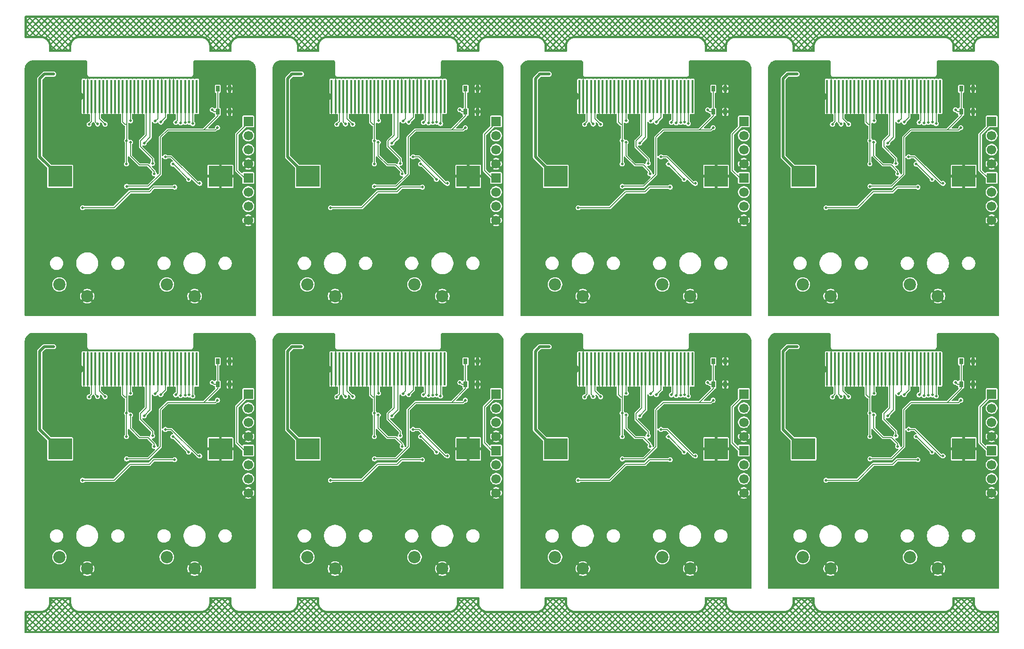
<source format=gbr>
%TF.GenerationSoftware,KiCad,Pcbnew,9.0.2*%
%TF.CreationDate,2025-05-31T14:25:57+01:00*%
%TF.ProjectId,Bongo-Cat-Fidget-Toy,426f6e67-6f2d-4436-9174-2d4669646765,rev?*%
%TF.SameCoordinates,Original*%
%TF.FileFunction,Copper,L2,Bot*%
%TF.FilePolarity,Positive*%
%FSLAX46Y46*%
G04 Gerber Fmt 4.6, Leading zero omitted, Abs format (unit mm)*
G04 Created by KiCad (PCBNEW 9.0.2) date 2025-05-31 14:25:57*
%MOMM*%
%LPD*%
G01*
G04 APERTURE LIST*
G04 Aperture macros list*
%AMRoundRect*
0 Rectangle with rounded corners*
0 $1 Rounding radius*
0 $2 $3 $4 $5 $6 $7 $8 $9 X,Y pos of 4 corners*
0 Add a 4 corners polygon primitive as box body*
4,1,4,$2,$3,$4,$5,$6,$7,$8,$9,$2,$3,0*
0 Add four circle primitives for the rounded corners*
1,1,$1+$1,$2,$3*
1,1,$1+$1,$4,$5*
1,1,$1+$1,$6,$7*
1,1,$1+$1,$8,$9*
0 Add four rect primitives between the rounded corners*
20,1,$1+$1,$2,$3,$4,$5,0*
20,1,$1+$1,$4,$5,$6,$7,0*
20,1,$1+$1,$6,$7,$8,$9,0*
20,1,$1+$1,$8,$9,$2,$3,0*%
G04 Aperture macros list end*
%TA.AperFunction,ComponentPad*%
%ADD10R,1.700000X1.700000*%
%TD*%
%TA.AperFunction,ComponentPad*%
%ADD11C,1.700000*%
%TD*%
%TA.AperFunction,ComponentPad*%
%ADD12C,2.200000*%
%TD*%
%TA.AperFunction,SMDPad,CuDef*%
%ADD13R,4.200000X3.800000*%
%TD*%
%TA.AperFunction,SMDPad,CuDef*%
%ADD14RoundRect,0.100000X0.100000X-2.900000X0.100000X2.900000X-0.100000X2.900000X-0.100000X-2.900000X0*%
%TD*%
%TA.AperFunction,SMDPad,CuDef*%
%ADD15R,0.650000X1.050000*%
%TD*%
%TA.AperFunction,ViaPad*%
%ADD16C,0.500000*%
%TD*%
%TA.AperFunction,Conductor*%
%ADD17C,0.127000*%
%TD*%
%TA.AperFunction,Conductor*%
%ADD18C,0.150000*%
%TD*%
%TA.AperFunction,Conductor*%
%ADD19C,0.200000*%
%TD*%
%TA.AperFunction,Conductor*%
%ADD20C,0.500000*%
%TD*%
G04 APERTURE END LIST*
D10*
%TO.P,J2,1,Pin_1*%
%TO.N,Board_3-3V3*%
X234645000Y-49660500D03*
D11*
%TO.P,J2,2,Pin_2*%
%TO.N,Board_3-/SWDIO*%
X234645000Y-52200500D03*
%TO.P,J2,3,Pin_3*%
%TO.N,Board_3-/SWCLK*%
X234645000Y-54740500D03*
%TO.P,J2,4,Pin_4*%
%TO.N,Board_3-GND*%
X234645000Y-57280500D03*
%TD*%
D10*
%TO.P,J3,1,Pin_1*%
%TO.N,Board_5-3V3*%
X145645000Y-88500500D03*
D11*
%TO.P,J3,2,Pin_2*%
%TO.N,Board_5-/UART_TX*%
X145645000Y-91040500D03*
%TO.P,J3,3,Pin_3*%
%TO.N,Board_5-/UART_RX*%
X145645000Y-93580500D03*
%TO.P,J3,4,Pin_4*%
%TO.N,Board_5-GND*%
X145645000Y-96120500D03*
%TD*%
D10*
%TO.P,J2,1,Pin_1*%
%TO.N,Board_2-3V3*%
X190145000Y-49660500D03*
D11*
%TO.P,J2,2,Pin_2*%
%TO.N,Board_2-/SWDIO*%
X190145000Y-52200500D03*
%TO.P,J2,3,Pin_3*%
%TO.N,Board_2-/SWCLK*%
X190145000Y-54740500D03*
%TO.P,J2,4,Pin_4*%
%TO.N,Board_2-GND*%
X190145000Y-57280500D03*
%TD*%
D12*
%TO.P,SW1,1,1*%
%TO.N,Board_0-GND*%
X72225000Y-70900500D03*
%TO.P,SW1,2,2*%
%TO.N,Board_0-/SW1*%
X67225000Y-68800500D03*
%TD*%
%TO.P,SW1,1,1*%
%TO.N,Board_7-GND*%
X205725000Y-119900500D03*
%TO.P,SW1,2,2*%
%TO.N,Board_7-/SW1*%
X200725000Y-117800500D03*
%TD*%
D10*
%TO.P,J3,1,Pin_1*%
%TO.N,Board_2-3V3*%
X190145000Y-39500500D03*
D11*
%TO.P,J3,2,Pin_2*%
%TO.N,Board_2-/UART_TX*%
X190145000Y-42040500D03*
%TO.P,J3,3,Pin_3*%
%TO.N,Board_2-/UART_RX*%
X190145000Y-44580500D03*
%TO.P,J3,4,Pin_4*%
%TO.N,Board_2-GND*%
X190145000Y-47120500D03*
%TD*%
D10*
%TO.P,J3,1,Pin_1*%
%TO.N,Board_7-3V3*%
X234645000Y-88500500D03*
D11*
%TO.P,J3,2,Pin_2*%
%TO.N,Board_7-/UART_TX*%
X234645000Y-91040500D03*
%TO.P,J3,3,Pin_3*%
%TO.N,Board_7-/UART_RX*%
X234645000Y-93580500D03*
%TO.P,J3,4,Pin_4*%
%TO.N,Board_7-GND*%
X234645000Y-96120500D03*
%TD*%
D12*
%TO.P,SW2,1,1*%
%TO.N,Board_1-GND*%
X136000000Y-70900500D03*
%TO.P,SW2,2,2*%
%TO.N,Board_1-/SW2*%
X131000000Y-68800500D03*
%TD*%
D10*
%TO.P,J3,1,Pin_1*%
%TO.N,Board_6-3V3*%
X190145000Y-88500500D03*
D11*
%TO.P,J3,2,Pin_2*%
%TO.N,Board_6-/UART_TX*%
X190145000Y-91040500D03*
%TO.P,J3,3,Pin_3*%
%TO.N,Board_6-/UART_RX*%
X190145000Y-93580500D03*
%TO.P,J3,4,Pin_4*%
%TO.N,Board_6-GND*%
X190145000Y-96120500D03*
%TD*%
D10*
%TO.P,J2,1,Pin_1*%
%TO.N,Board_6-3V3*%
X190145000Y-98660500D03*
D11*
%TO.P,J2,2,Pin_2*%
%TO.N,Board_6-/SWDIO*%
X190145000Y-101200500D03*
%TO.P,J2,3,Pin_3*%
%TO.N,Board_6-/SWCLK*%
X190145000Y-103740500D03*
%TO.P,J2,4,Pin_4*%
%TO.N,Board_6-GND*%
X190145000Y-106280500D03*
%TD*%
D12*
%TO.P,SW2,1,1*%
%TO.N,Board_4-GND*%
X91500000Y-119900500D03*
%TO.P,SW2,2,2*%
%TO.N,Board_4-/SW2*%
X86500000Y-117800500D03*
%TD*%
D10*
%TO.P,J3,1,Pin_1*%
%TO.N,Board_4-3V3*%
X101145000Y-88500500D03*
D11*
%TO.P,J3,2,Pin_2*%
%TO.N,Board_4-/UART_TX*%
X101145000Y-91040500D03*
%TO.P,J3,3,Pin_3*%
%TO.N,Board_4-/UART_RX*%
X101145000Y-93580500D03*
%TO.P,J3,4,Pin_4*%
%TO.N,Board_4-GND*%
X101145000Y-96120500D03*
%TD*%
D10*
%TO.P,J2,1,Pin_1*%
%TO.N,Board_1-3V3*%
X145645000Y-49660500D03*
D11*
%TO.P,J2,2,Pin_2*%
%TO.N,Board_1-/SWDIO*%
X145645000Y-52200500D03*
%TO.P,J2,3,Pin_3*%
%TO.N,Board_1-/SWCLK*%
X145645000Y-54740500D03*
%TO.P,J2,4,Pin_4*%
%TO.N,Board_1-GND*%
X145645000Y-57280500D03*
%TD*%
D12*
%TO.P,SW2,1,1*%
%TO.N,Board_3-GND*%
X225000000Y-70900500D03*
%TO.P,SW2,2,2*%
%TO.N,Board_3-/SW2*%
X220000000Y-68800500D03*
%TD*%
%TO.P,SW1,1,1*%
%TO.N,Board_6-GND*%
X161225000Y-119900500D03*
%TO.P,SW1,2,2*%
%TO.N,Board_6-/SW1*%
X156225000Y-117800500D03*
%TD*%
D10*
%TO.P,J3,1,Pin_1*%
%TO.N,Board_0-3V3*%
X101145000Y-39500500D03*
D11*
%TO.P,J3,2,Pin_2*%
%TO.N,Board_0-/UART_TX*%
X101145000Y-42040500D03*
%TO.P,J3,3,Pin_3*%
%TO.N,Board_0-/UART_RX*%
X101145000Y-44580500D03*
%TO.P,J3,4,Pin_4*%
%TO.N,Board_0-GND*%
X101145000Y-47120500D03*
%TD*%
D12*
%TO.P,SW1,1,1*%
%TO.N,Board_5-GND*%
X116725000Y-119900500D03*
%TO.P,SW1,2,2*%
%TO.N,Board_5-/SW1*%
X111725000Y-117800500D03*
%TD*%
%TO.P,SW1,1,1*%
%TO.N,Board_1-GND*%
X116725000Y-70900500D03*
%TO.P,SW1,2,2*%
%TO.N,Board_1-/SW1*%
X111725000Y-68800500D03*
%TD*%
D10*
%TO.P,J2,1,Pin_1*%
%TO.N,Board_7-3V3*%
X234645000Y-98660500D03*
D11*
%TO.P,J2,2,Pin_2*%
%TO.N,Board_7-/SWDIO*%
X234645000Y-101200500D03*
%TO.P,J2,3,Pin_3*%
%TO.N,Board_7-/SWCLK*%
X234645000Y-103740500D03*
%TO.P,J2,4,Pin_4*%
%TO.N,Board_7-GND*%
X234645000Y-106280500D03*
%TD*%
D12*
%TO.P,SW2,1,1*%
%TO.N,Board_7-GND*%
X225000000Y-119900500D03*
%TO.P,SW2,2,2*%
%TO.N,Board_7-/SW2*%
X220000000Y-117800500D03*
%TD*%
D10*
%TO.P,J2,1,Pin_1*%
%TO.N,Board_5-3V3*%
X145645000Y-98660500D03*
D11*
%TO.P,J2,2,Pin_2*%
%TO.N,Board_5-/SWDIO*%
X145645000Y-101200500D03*
%TO.P,J2,3,Pin_3*%
%TO.N,Board_5-/SWCLK*%
X145645000Y-103740500D03*
%TO.P,J2,4,Pin_4*%
%TO.N,Board_5-GND*%
X145645000Y-106280500D03*
%TD*%
D10*
%TO.P,J3,1,Pin_1*%
%TO.N,Board_1-3V3*%
X145645000Y-39500500D03*
D11*
%TO.P,J3,2,Pin_2*%
%TO.N,Board_1-/UART_TX*%
X145645000Y-42040500D03*
%TO.P,J3,3,Pin_3*%
%TO.N,Board_1-/UART_RX*%
X145645000Y-44580500D03*
%TO.P,J3,4,Pin_4*%
%TO.N,Board_1-GND*%
X145645000Y-47120500D03*
%TD*%
D12*
%TO.P,SW2,1,1*%
%TO.N,Board_5-GND*%
X136000000Y-119900500D03*
%TO.P,SW2,2,2*%
%TO.N,Board_5-/SW2*%
X131000000Y-117800500D03*
%TD*%
D10*
%TO.P,J3,1,Pin_1*%
%TO.N,Board_3-3V3*%
X234645000Y-39500500D03*
D11*
%TO.P,J3,2,Pin_2*%
%TO.N,Board_3-/UART_TX*%
X234645000Y-42040500D03*
%TO.P,J3,3,Pin_3*%
%TO.N,Board_3-/UART_RX*%
X234645000Y-44580500D03*
%TO.P,J3,4,Pin_4*%
%TO.N,Board_3-GND*%
X234645000Y-47120500D03*
%TD*%
D12*
%TO.P,SW2,1,1*%
%TO.N,Board_0-GND*%
X91500000Y-70900500D03*
%TO.P,SW2,2,2*%
%TO.N,Board_0-/SW2*%
X86500000Y-68800500D03*
%TD*%
%TO.P,SW1,1,1*%
%TO.N,Board_3-GND*%
X205725000Y-70900500D03*
%TO.P,SW1,2,2*%
%TO.N,Board_3-/SW1*%
X200725000Y-68800500D03*
%TD*%
%TO.P,SW1,1,1*%
%TO.N,Board_2-GND*%
X161225000Y-70900500D03*
%TO.P,SW1,2,2*%
%TO.N,Board_2-/SW1*%
X156225000Y-68800500D03*
%TD*%
%TO.P,SW2,1,1*%
%TO.N,Board_2-GND*%
X180500000Y-70900500D03*
%TO.P,SW2,2,2*%
%TO.N,Board_2-/SW2*%
X175500000Y-68800500D03*
%TD*%
%TO.P,SW1,1,1*%
%TO.N,Board_4-GND*%
X72225000Y-119900500D03*
%TO.P,SW1,2,2*%
%TO.N,Board_4-/SW1*%
X67225000Y-117800500D03*
%TD*%
%TO.P,SW2,1,1*%
%TO.N,Board_6-GND*%
X180500000Y-119900500D03*
%TO.P,SW2,2,2*%
%TO.N,Board_6-/SW2*%
X175500000Y-117800500D03*
%TD*%
D10*
%TO.P,J2,1,Pin_1*%
%TO.N,Board_0-3V3*%
X101145000Y-49660500D03*
D11*
%TO.P,J2,2,Pin_2*%
%TO.N,Board_0-/SWDIO*%
X101145000Y-52200500D03*
%TO.P,J2,3,Pin_3*%
%TO.N,Board_0-/SWCLK*%
X101145000Y-54740500D03*
%TO.P,J2,4,Pin_4*%
%TO.N,Board_0-GND*%
X101145000Y-57280500D03*
%TD*%
D10*
%TO.P,J2,1,Pin_1*%
%TO.N,Board_4-3V3*%
X101145000Y-98660500D03*
D11*
%TO.P,J2,2,Pin_2*%
%TO.N,Board_4-/SWDIO*%
X101145000Y-101200500D03*
%TO.P,J2,3,Pin_3*%
%TO.N,Board_4-/SWCLK*%
X101145000Y-103740500D03*
%TO.P,J2,4,Pin_4*%
%TO.N,Board_4-GND*%
X101145000Y-106280500D03*
%TD*%
D13*
%TO.P,BT1,1,+*%
%TO.N,Board_7-Net-(BT1-+)*%
X200860000Y-98370500D03*
%TO.P,BT1,2,-*%
%TO.N,Board_7-GND*%
X229640000Y-98370500D03*
%TD*%
%TO.P,BT1,1,+*%
%TO.N,Board_6-Net-(BT1-+)*%
X156360000Y-98370500D03*
%TO.P,BT1,2,-*%
%TO.N,Board_6-GND*%
X185140000Y-98370500D03*
%TD*%
%TO.P,BT1,1,+*%
%TO.N,Board_2-Net-(BT1-+)*%
X156360000Y-49370500D03*
%TO.P,BT1,2,-*%
%TO.N,Board_2-GND*%
X185140000Y-49370500D03*
%TD*%
D14*
%TO.P,J1,1,Pin_1*%
%TO.N,Board_0-unconnected-(J1-Pin_1-Pad1)*%
X91900000Y-35000500D03*
%TO.P,J1,2,Pin_2*%
%TO.N,Board_0-Net-(J1-Pin_2)*%
X91200000Y-35000500D03*
%TO.P,J1,3,Pin_3*%
%TO.N,Board_0-Net-(J1-Pin_3)*%
X90500000Y-35000500D03*
%TO.P,J1,4,Pin_4*%
%TO.N,Board_0-Net-(J1-Pin_4)*%
X89800000Y-35000500D03*
%TO.P,J1,5,Pin_5*%
%TO.N,Board_0-Net-(J1-Pin_5)*%
X89100000Y-35000500D03*
%TO.P,J1,6,Pin_6*%
%TO.N,Board_0-3V3*%
X88400000Y-35000500D03*
%TO.P,J1,7,Pin_7*%
%TO.N,Board_0-GND*%
X87700000Y-35000500D03*
%TO.P,J1,8,Pin_8*%
X87000000Y-35000500D03*
%TO.P,J1,9,Pin_9*%
%TO.N,Board_0-3V3*%
X86300000Y-35000500D03*
%TO.P,J1,10,Pin_10*%
%TO.N,Board_0-GND*%
X85600000Y-35000500D03*
%TO.P,J1,11,Pin_11*%
%TO.N,Board_0-/BS1*%
X84900000Y-35000500D03*
%TO.P,J1,12,Pin_12*%
%TO.N,Board_0-GND*%
X84200000Y-35000500D03*
%TO.P,J1,13,Pin_13*%
%TO.N,Board_0-3V3*%
X83500000Y-35000500D03*
%TO.P,J1,14,Pin_14*%
%TO.N,Board_0-/OLED_RST*%
X82800000Y-35000500D03*
%TO.P,J1,15,Pin_15*%
%TO.N,Board_0-GND*%
X82100000Y-35000500D03*
%TO.P,J1,16,Pin_16*%
X81400000Y-35000500D03*
%TO.P,J1,17,Pin_17*%
X80700000Y-35000500D03*
%TO.P,J1,18,Pin_18*%
%TO.N,Board_0-/SCL*%
X80000000Y-35000500D03*
%TO.P,J1,19,Pin_19*%
%TO.N,Board_0-/SDA*%
X79300000Y-35000500D03*
%TO.P,J1,20,Pin_20*%
X78600000Y-35000500D03*
%TO.P,J1,21,Pin_21*%
%TO.N,Board_0-GND*%
X77900000Y-35000500D03*
%TO.P,J1,22,Pin_22*%
X77200000Y-35000500D03*
%TO.P,J1,23,Pin_23*%
X76500000Y-35000500D03*
%TO.P,J1,24,Pin_24*%
X75800000Y-35000500D03*
%TO.P,J1,25,Pin_25*%
X75100000Y-35000500D03*
%TO.P,J1,26,Pin_26*%
%TO.N,Board_0-Net-(J1-Pin_26)*%
X74400000Y-35000500D03*
%TO.P,J1,27,Pin_27*%
%TO.N,Board_0-Net-(J1-Pin_27)*%
X73700000Y-35000500D03*
%TO.P,J1,28,Pin_28*%
%TO.N,Board_0-Net-(J1-Pin_28)*%
X73000000Y-35000500D03*
%TO.P,J1,29,Pin_29*%
%TO.N,Board_0-GND*%
X72300000Y-35000500D03*
%TO.P,J1,30,Pin_30*%
X71600000Y-35000500D03*
%TD*%
D15*
%TO.P,SW3,1,1*%
%TO.N,Board_0-GND*%
X97815000Y-37775349D03*
%TO.P,SW3,2,2*%
X97815000Y-33625349D03*
%TO.P,SW3,3,K*%
%TO.N,Board_0-/RST*%
X95665000Y-37775349D03*
%TO.P,SW3,4,A*%
X95665000Y-33625349D03*
%TD*%
D14*
%TO.P,J1,1,Pin_1*%
%TO.N,Board_6-unconnected-(J1-Pin_1-Pad1)*%
X180900000Y-84000500D03*
%TO.P,J1,2,Pin_2*%
%TO.N,Board_6-Net-(J1-Pin_2)*%
X180200000Y-84000500D03*
%TO.P,J1,3,Pin_3*%
%TO.N,Board_6-Net-(J1-Pin_3)*%
X179500000Y-84000500D03*
%TO.P,J1,4,Pin_4*%
%TO.N,Board_6-Net-(J1-Pin_4)*%
X178800000Y-84000500D03*
%TO.P,J1,5,Pin_5*%
%TO.N,Board_6-Net-(J1-Pin_5)*%
X178100000Y-84000500D03*
%TO.P,J1,6,Pin_6*%
%TO.N,Board_6-3V3*%
X177400000Y-84000500D03*
%TO.P,J1,7,Pin_7*%
%TO.N,Board_6-GND*%
X176700000Y-84000500D03*
%TO.P,J1,8,Pin_8*%
X176000000Y-84000500D03*
%TO.P,J1,9,Pin_9*%
%TO.N,Board_6-3V3*%
X175300000Y-84000500D03*
%TO.P,J1,10,Pin_10*%
%TO.N,Board_6-GND*%
X174600000Y-84000500D03*
%TO.P,J1,11,Pin_11*%
%TO.N,Board_6-/BS1*%
X173900000Y-84000500D03*
%TO.P,J1,12,Pin_12*%
%TO.N,Board_6-GND*%
X173200000Y-84000500D03*
%TO.P,J1,13,Pin_13*%
%TO.N,Board_6-3V3*%
X172500000Y-84000500D03*
%TO.P,J1,14,Pin_14*%
%TO.N,Board_6-/OLED_RST*%
X171800000Y-84000500D03*
%TO.P,J1,15,Pin_15*%
%TO.N,Board_6-GND*%
X171100000Y-84000500D03*
%TO.P,J1,16,Pin_16*%
X170400000Y-84000500D03*
%TO.P,J1,17,Pin_17*%
X169700000Y-84000500D03*
%TO.P,J1,18,Pin_18*%
%TO.N,Board_6-/SCL*%
X169000000Y-84000500D03*
%TO.P,J1,19,Pin_19*%
%TO.N,Board_6-/SDA*%
X168300000Y-84000500D03*
%TO.P,J1,20,Pin_20*%
X167600000Y-84000500D03*
%TO.P,J1,21,Pin_21*%
%TO.N,Board_6-GND*%
X166900000Y-84000500D03*
%TO.P,J1,22,Pin_22*%
X166200000Y-84000500D03*
%TO.P,J1,23,Pin_23*%
X165500000Y-84000500D03*
%TO.P,J1,24,Pin_24*%
X164800000Y-84000500D03*
%TO.P,J1,25,Pin_25*%
X164100000Y-84000500D03*
%TO.P,J1,26,Pin_26*%
%TO.N,Board_6-Net-(J1-Pin_26)*%
X163400000Y-84000500D03*
%TO.P,J1,27,Pin_27*%
%TO.N,Board_6-Net-(J1-Pin_27)*%
X162700000Y-84000500D03*
%TO.P,J1,28,Pin_28*%
%TO.N,Board_6-Net-(J1-Pin_28)*%
X162000000Y-84000500D03*
%TO.P,J1,29,Pin_29*%
%TO.N,Board_6-GND*%
X161300000Y-84000500D03*
%TO.P,J1,30,Pin_30*%
X160600000Y-84000500D03*
%TD*%
D15*
%TO.P,SW3,1,1*%
%TO.N,Board_3-GND*%
X231315000Y-37775349D03*
%TO.P,SW3,2,2*%
X231315000Y-33625349D03*
%TO.P,SW3,3,K*%
%TO.N,Board_3-/RST*%
X229165000Y-37775349D03*
%TO.P,SW3,4,A*%
X229165000Y-33625349D03*
%TD*%
%TO.P,SW3,1,1*%
%TO.N,Board_5-GND*%
X142315000Y-86775349D03*
%TO.P,SW3,2,2*%
X142315000Y-82625349D03*
%TO.P,SW3,3,K*%
%TO.N,Board_5-/RST*%
X140165000Y-86775349D03*
%TO.P,SW3,4,A*%
X140165000Y-82625349D03*
%TD*%
%TO.P,SW3,1,1*%
%TO.N,Board_1-GND*%
X142315000Y-37775349D03*
%TO.P,SW3,2,2*%
X142315000Y-33625349D03*
%TO.P,SW3,3,K*%
%TO.N,Board_1-/RST*%
X140165000Y-37775349D03*
%TO.P,SW3,4,A*%
X140165000Y-33625349D03*
%TD*%
D13*
%TO.P,BT1,1,+*%
%TO.N,Board_0-Net-(BT1-+)*%
X67360000Y-49370500D03*
%TO.P,BT1,2,-*%
%TO.N,Board_0-GND*%
X96140000Y-49370500D03*
%TD*%
D14*
%TO.P,J1,1,Pin_1*%
%TO.N,Board_4-unconnected-(J1-Pin_1-Pad1)*%
X91900000Y-84000500D03*
%TO.P,J1,2,Pin_2*%
%TO.N,Board_4-Net-(J1-Pin_2)*%
X91200000Y-84000500D03*
%TO.P,J1,3,Pin_3*%
%TO.N,Board_4-Net-(J1-Pin_3)*%
X90500000Y-84000500D03*
%TO.P,J1,4,Pin_4*%
%TO.N,Board_4-Net-(J1-Pin_4)*%
X89800000Y-84000500D03*
%TO.P,J1,5,Pin_5*%
%TO.N,Board_4-Net-(J1-Pin_5)*%
X89100000Y-84000500D03*
%TO.P,J1,6,Pin_6*%
%TO.N,Board_4-3V3*%
X88400000Y-84000500D03*
%TO.P,J1,7,Pin_7*%
%TO.N,Board_4-GND*%
X87700000Y-84000500D03*
%TO.P,J1,8,Pin_8*%
X87000000Y-84000500D03*
%TO.P,J1,9,Pin_9*%
%TO.N,Board_4-3V3*%
X86300000Y-84000500D03*
%TO.P,J1,10,Pin_10*%
%TO.N,Board_4-GND*%
X85600000Y-84000500D03*
%TO.P,J1,11,Pin_11*%
%TO.N,Board_4-/BS1*%
X84900000Y-84000500D03*
%TO.P,J1,12,Pin_12*%
%TO.N,Board_4-GND*%
X84200000Y-84000500D03*
%TO.P,J1,13,Pin_13*%
%TO.N,Board_4-3V3*%
X83500000Y-84000500D03*
%TO.P,J1,14,Pin_14*%
%TO.N,Board_4-/OLED_RST*%
X82800000Y-84000500D03*
%TO.P,J1,15,Pin_15*%
%TO.N,Board_4-GND*%
X82100000Y-84000500D03*
%TO.P,J1,16,Pin_16*%
X81400000Y-84000500D03*
%TO.P,J1,17,Pin_17*%
X80700000Y-84000500D03*
%TO.P,J1,18,Pin_18*%
%TO.N,Board_4-/SCL*%
X80000000Y-84000500D03*
%TO.P,J1,19,Pin_19*%
%TO.N,Board_4-/SDA*%
X79300000Y-84000500D03*
%TO.P,J1,20,Pin_20*%
X78600000Y-84000500D03*
%TO.P,J1,21,Pin_21*%
%TO.N,Board_4-GND*%
X77900000Y-84000500D03*
%TO.P,J1,22,Pin_22*%
X77200000Y-84000500D03*
%TO.P,J1,23,Pin_23*%
X76500000Y-84000500D03*
%TO.P,J1,24,Pin_24*%
X75800000Y-84000500D03*
%TO.P,J1,25,Pin_25*%
X75100000Y-84000500D03*
%TO.P,J1,26,Pin_26*%
%TO.N,Board_4-Net-(J1-Pin_26)*%
X74400000Y-84000500D03*
%TO.P,J1,27,Pin_27*%
%TO.N,Board_4-Net-(J1-Pin_27)*%
X73700000Y-84000500D03*
%TO.P,J1,28,Pin_28*%
%TO.N,Board_4-Net-(J1-Pin_28)*%
X73000000Y-84000500D03*
%TO.P,J1,29,Pin_29*%
%TO.N,Board_4-GND*%
X72300000Y-84000500D03*
%TO.P,J1,30,Pin_30*%
X71600000Y-84000500D03*
%TD*%
%TO.P,J1,1,Pin_1*%
%TO.N,Board_5-unconnected-(J1-Pin_1-Pad1)*%
X136400000Y-84000500D03*
%TO.P,J1,2,Pin_2*%
%TO.N,Board_5-Net-(J1-Pin_2)*%
X135700000Y-84000500D03*
%TO.P,J1,3,Pin_3*%
%TO.N,Board_5-Net-(J1-Pin_3)*%
X135000000Y-84000500D03*
%TO.P,J1,4,Pin_4*%
%TO.N,Board_5-Net-(J1-Pin_4)*%
X134300000Y-84000500D03*
%TO.P,J1,5,Pin_5*%
%TO.N,Board_5-Net-(J1-Pin_5)*%
X133600000Y-84000500D03*
%TO.P,J1,6,Pin_6*%
%TO.N,Board_5-3V3*%
X132900000Y-84000500D03*
%TO.P,J1,7,Pin_7*%
%TO.N,Board_5-GND*%
X132200000Y-84000500D03*
%TO.P,J1,8,Pin_8*%
X131500000Y-84000500D03*
%TO.P,J1,9,Pin_9*%
%TO.N,Board_5-3V3*%
X130800000Y-84000500D03*
%TO.P,J1,10,Pin_10*%
%TO.N,Board_5-GND*%
X130100000Y-84000500D03*
%TO.P,J1,11,Pin_11*%
%TO.N,Board_5-/BS1*%
X129400000Y-84000500D03*
%TO.P,J1,12,Pin_12*%
%TO.N,Board_5-GND*%
X128700000Y-84000500D03*
%TO.P,J1,13,Pin_13*%
%TO.N,Board_5-3V3*%
X128000000Y-84000500D03*
%TO.P,J1,14,Pin_14*%
%TO.N,Board_5-/OLED_RST*%
X127300000Y-84000500D03*
%TO.P,J1,15,Pin_15*%
%TO.N,Board_5-GND*%
X126600000Y-84000500D03*
%TO.P,J1,16,Pin_16*%
X125900000Y-84000500D03*
%TO.P,J1,17,Pin_17*%
X125200000Y-84000500D03*
%TO.P,J1,18,Pin_18*%
%TO.N,Board_5-/SCL*%
X124500000Y-84000500D03*
%TO.P,J1,19,Pin_19*%
%TO.N,Board_5-/SDA*%
X123800000Y-84000500D03*
%TO.P,J1,20,Pin_20*%
X123100000Y-84000500D03*
%TO.P,J1,21,Pin_21*%
%TO.N,Board_5-GND*%
X122400000Y-84000500D03*
%TO.P,J1,22,Pin_22*%
X121700000Y-84000500D03*
%TO.P,J1,23,Pin_23*%
X121000000Y-84000500D03*
%TO.P,J1,24,Pin_24*%
X120300000Y-84000500D03*
%TO.P,J1,25,Pin_25*%
X119600000Y-84000500D03*
%TO.P,J1,26,Pin_26*%
%TO.N,Board_5-Net-(J1-Pin_26)*%
X118900000Y-84000500D03*
%TO.P,J1,27,Pin_27*%
%TO.N,Board_5-Net-(J1-Pin_27)*%
X118200000Y-84000500D03*
%TO.P,J1,28,Pin_28*%
%TO.N,Board_5-Net-(J1-Pin_28)*%
X117500000Y-84000500D03*
%TO.P,J1,29,Pin_29*%
%TO.N,Board_5-GND*%
X116800000Y-84000500D03*
%TO.P,J1,30,Pin_30*%
X116100000Y-84000500D03*
%TD*%
D13*
%TO.P,BT1,1,+*%
%TO.N,Board_3-Net-(BT1-+)*%
X200860000Y-49370500D03*
%TO.P,BT1,2,-*%
%TO.N,Board_3-GND*%
X229640000Y-49370500D03*
%TD*%
D15*
%TO.P,SW3,1,1*%
%TO.N,Board_4-GND*%
X97815000Y-86775349D03*
%TO.P,SW3,2,2*%
X97815000Y-82625349D03*
%TO.P,SW3,3,K*%
%TO.N,Board_4-/RST*%
X95665000Y-86775349D03*
%TO.P,SW3,4,A*%
X95665000Y-82625349D03*
%TD*%
%TO.P,SW3,1,1*%
%TO.N,Board_7-GND*%
X231315000Y-86775349D03*
%TO.P,SW3,2,2*%
X231315000Y-82625349D03*
%TO.P,SW3,3,K*%
%TO.N,Board_7-/RST*%
X229165000Y-86775349D03*
%TO.P,SW3,4,A*%
X229165000Y-82625349D03*
%TD*%
%TO.P,SW3,1,1*%
%TO.N,Board_2-GND*%
X186815000Y-37775349D03*
%TO.P,SW3,2,2*%
X186815000Y-33625349D03*
%TO.P,SW3,3,K*%
%TO.N,Board_2-/RST*%
X184665000Y-37775349D03*
%TO.P,SW3,4,A*%
X184665000Y-33625349D03*
%TD*%
%TO.P,SW3,1,1*%
%TO.N,Board_6-GND*%
X186815000Y-86775349D03*
%TO.P,SW3,2,2*%
X186815000Y-82625349D03*
%TO.P,SW3,3,K*%
%TO.N,Board_6-/RST*%
X184665000Y-86775349D03*
%TO.P,SW3,4,A*%
X184665000Y-82625349D03*
%TD*%
D13*
%TO.P,BT1,1,+*%
%TO.N,Board_5-Net-(BT1-+)*%
X111860000Y-98370500D03*
%TO.P,BT1,2,-*%
%TO.N,Board_5-GND*%
X140640000Y-98370500D03*
%TD*%
D14*
%TO.P,J1,1,Pin_1*%
%TO.N,Board_3-unconnected-(J1-Pin_1-Pad1)*%
X225400000Y-35000500D03*
%TO.P,J1,2,Pin_2*%
%TO.N,Board_3-Net-(J1-Pin_2)*%
X224700000Y-35000500D03*
%TO.P,J1,3,Pin_3*%
%TO.N,Board_3-Net-(J1-Pin_3)*%
X224000000Y-35000500D03*
%TO.P,J1,4,Pin_4*%
%TO.N,Board_3-Net-(J1-Pin_4)*%
X223300000Y-35000500D03*
%TO.P,J1,5,Pin_5*%
%TO.N,Board_3-Net-(J1-Pin_5)*%
X222600000Y-35000500D03*
%TO.P,J1,6,Pin_6*%
%TO.N,Board_3-3V3*%
X221900000Y-35000500D03*
%TO.P,J1,7,Pin_7*%
%TO.N,Board_3-GND*%
X221200000Y-35000500D03*
%TO.P,J1,8,Pin_8*%
X220500000Y-35000500D03*
%TO.P,J1,9,Pin_9*%
%TO.N,Board_3-3V3*%
X219800000Y-35000500D03*
%TO.P,J1,10,Pin_10*%
%TO.N,Board_3-GND*%
X219100000Y-35000500D03*
%TO.P,J1,11,Pin_11*%
%TO.N,Board_3-/BS1*%
X218400000Y-35000500D03*
%TO.P,J1,12,Pin_12*%
%TO.N,Board_3-GND*%
X217700000Y-35000500D03*
%TO.P,J1,13,Pin_13*%
%TO.N,Board_3-3V3*%
X217000000Y-35000500D03*
%TO.P,J1,14,Pin_14*%
%TO.N,Board_3-/OLED_RST*%
X216300000Y-35000500D03*
%TO.P,J1,15,Pin_15*%
%TO.N,Board_3-GND*%
X215600000Y-35000500D03*
%TO.P,J1,16,Pin_16*%
X214900000Y-35000500D03*
%TO.P,J1,17,Pin_17*%
X214200000Y-35000500D03*
%TO.P,J1,18,Pin_18*%
%TO.N,Board_3-/SCL*%
X213500000Y-35000500D03*
%TO.P,J1,19,Pin_19*%
%TO.N,Board_3-/SDA*%
X212800000Y-35000500D03*
%TO.P,J1,20,Pin_20*%
X212100000Y-35000500D03*
%TO.P,J1,21,Pin_21*%
%TO.N,Board_3-GND*%
X211400000Y-35000500D03*
%TO.P,J1,22,Pin_22*%
X210700000Y-35000500D03*
%TO.P,J1,23,Pin_23*%
X210000000Y-35000500D03*
%TO.P,J1,24,Pin_24*%
X209300000Y-35000500D03*
%TO.P,J1,25,Pin_25*%
X208600000Y-35000500D03*
%TO.P,J1,26,Pin_26*%
%TO.N,Board_3-Net-(J1-Pin_26)*%
X207900000Y-35000500D03*
%TO.P,J1,27,Pin_27*%
%TO.N,Board_3-Net-(J1-Pin_27)*%
X207200000Y-35000500D03*
%TO.P,J1,28,Pin_28*%
%TO.N,Board_3-Net-(J1-Pin_28)*%
X206500000Y-35000500D03*
%TO.P,J1,29,Pin_29*%
%TO.N,Board_3-GND*%
X205800000Y-35000500D03*
%TO.P,J1,30,Pin_30*%
X205100000Y-35000500D03*
%TD*%
D13*
%TO.P,BT1,1,+*%
%TO.N,Board_4-Net-(BT1-+)*%
X67360000Y-98370500D03*
%TO.P,BT1,2,-*%
%TO.N,Board_4-GND*%
X96140000Y-98370500D03*
%TD*%
D14*
%TO.P,J1,1,Pin_1*%
%TO.N,Board_1-unconnected-(J1-Pin_1-Pad1)*%
X136400000Y-35000500D03*
%TO.P,J1,2,Pin_2*%
%TO.N,Board_1-Net-(J1-Pin_2)*%
X135700000Y-35000500D03*
%TO.P,J1,3,Pin_3*%
%TO.N,Board_1-Net-(J1-Pin_3)*%
X135000000Y-35000500D03*
%TO.P,J1,4,Pin_4*%
%TO.N,Board_1-Net-(J1-Pin_4)*%
X134300000Y-35000500D03*
%TO.P,J1,5,Pin_5*%
%TO.N,Board_1-Net-(J1-Pin_5)*%
X133600000Y-35000500D03*
%TO.P,J1,6,Pin_6*%
%TO.N,Board_1-3V3*%
X132900000Y-35000500D03*
%TO.P,J1,7,Pin_7*%
%TO.N,Board_1-GND*%
X132200000Y-35000500D03*
%TO.P,J1,8,Pin_8*%
X131500000Y-35000500D03*
%TO.P,J1,9,Pin_9*%
%TO.N,Board_1-3V3*%
X130800000Y-35000500D03*
%TO.P,J1,10,Pin_10*%
%TO.N,Board_1-GND*%
X130100000Y-35000500D03*
%TO.P,J1,11,Pin_11*%
%TO.N,Board_1-/BS1*%
X129400000Y-35000500D03*
%TO.P,J1,12,Pin_12*%
%TO.N,Board_1-GND*%
X128700000Y-35000500D03*
%TO.P,J1,13,Pin_13*%
%TO.N,Board_1-3V3*%
X128000000Y-35000500D03*
%TO.P,J1,14,Pin_14*%
%TO.N,Board_1-/OLED_RST*%
X127300000Y-35000500D03*
%TO.P,J1,15,Pin_15*%
%TO.N,Board_1-GND*%
X126600000Y-35000500D03*
%TO.P,J1,16,Pin_16*%
X125900000Y-35000500D03*
%TO.P,J1,17,Pin_17*%
X125200000Y-35000500D03*
%TO.P,J1,18,Pin_18*%
%TO.N,Board_1-/SCL*%
X124500000Y-35000500D03*
%TO.P,J1,19,Pin_19*%
%TO.N,Board_1-/SDA*%
X123800000Y-35000500D03*
%TO.P,J1,20,Pin_20*%
X123100000Y-35000500D03*
%TO.P,J1,21,Pin_21*%
%TO.N,Board_1-GND*%
X122400000Y-35000500D03*
%TO.P,J1,22,Pin_22*%
X121700000Y-35000500D03*
%TO.P,J1,23,Pin_23*%
X121000000Y-35000500D03*
%TO.P,J1,24,Pin_24*%
X120300000Y-35000500D03*
%TO.P,J1,25,Pin_25*%
X119600000Y-35000500D03*
%TO.P,J1,26,Pin_26*%
%TO.N,Board_1-Net-(J1-Pin_26)*%
X118900000Y-35000500D03*
%TO.P,J1,27,Pin_27*%
%TO.N,Board_1-Net-(J1-Pin_27)*%
X118200000Y-35000500D03*
%TO.P,J1,28,Pin_28*%
%TO.N,Board_1-Net-(J1-Pin_28)*%
X117500000Y-35000500D03*
%TO.P,J1,29,Pin_29*%
%TO.N,Board_1-GND*%
X116800000Y-35000500D03*
%TO.P,J1,30,Pin_30*%
X116100000Y-35000500D03*
%TD*%
%TO.P,J1,1,Pin_1*%
%TO.N,Board_2-unconnected-(J1-Pin_1-Pad1)*%
X180900000Y-35000500D03*
%TO.P,J1,2,Pin_2*%
%TO.N,Board_2-Net-(J1-Pin_2)*%
X180200000Y-35000500D03*
%TO.P,J1,3,Pin_3*%
%TO.N,Board_2-Net-(J1-Pin_3)*%
X179500000Y-35000500D03*
%TO.P,J1,4,Pin_4*%
%TO.N,Board_2-Net-(J1-Pin_4)*%
X178800000Y-35000500D03*
%TO.P,J1,5,Pin_5*%
%TO.N,Board_2-Net-(J1-Pin_5)*%
X178100000Y-35000500D03*
%TO.P,J1,6,Pin_6*%
%TO.N,Board_2-3V3*%
X177400000Y-35000500D03*
%TO.P,J1,7,Pin_7*%
%TO.N,Board_2-GND*%
X176700000Y-35000500D03*
%TO.P,J1,8,Pin_8*%
X176000000Y-35000500D03*
%TO.P,J1,9,Pin_9*%
%TO.N,Board_2-3V3*%
X175300000Y-35000500D03*
%TO.P,J1,10,Pin_10*%
%TO.N,Board_2-GND*%
X174600000Y-35000500D03*
%TO.P,J1,11,Pin_11*%
%TO.N,Board_2-/BS1*%
X173900000Y-35000500D03*
%TO.P,J1,12,Pin_12*%
%TO.N,Board_2-GND*%
X173200000Y-35000500D03*
%TO.P,J1,13,Pin_13*%
%TO.N,Board_2-3V3*%
X172500000Y-35000500D03*
%TO.P,J1,14,Pin_14*%
%TO.N,Board_2-/OLED_RST*%
X171800000Y-35000500D03*
%TO.P,J1,15,Pin_15*%
%TO.N,Board_2-GND*%
X171100000Y-35000500D03*
%TO.P,J1,16,Pin_16*%
X170400000Y-35000500D03*
%TO.P,J1,17,Pin_17*%
X169700000Y-35000500D03*
%TO.P,J1,18,Pin_18*%
%TO.N,Board_2-/SCL*%
X169000000Y-35000500D03*
%TO.P,J1,19,Pin_19*%
%TO.N,Board_2-/SDA*%
X168300000Y-35000500D03*
%TO.P,J1,20,Pin_20*%
X167600000Y-35000500D03*
%TO.P,J1,21,Pin_21*%
%TO.N,Board_2-GND*%
X166900000Y-35000500D03*
%TO.P,J1,22,Pin_22*%
X166200000Y-35000500D03*
%TO.P,J1,23,Pin_23*%
X165500000Y-35000500D03*
%TO.P,J1,24,Pin_24*%
X164800000Y-35000500D03*
%TO.P,J1,25,Pin_25*%
X164100000Y-35000500D03*
%TO.P,J1,26,Pin_26*%
%TO.N,Board_2-Net-(J1-Pin_26)*%
X163400000Y-35000500D03*
%TO.P,J1,27,Pin_27*%
%TO.N,Board_2-Net-(J1-Pin_27)*%
X162700000Y-35000500D03*
%TO.P,J1,28,Pin_28*%
%TO.N,Board_2-Net-(J1-Pin_28)*%
X162000000Y-35000500D03*
%TO.P,J1,29,Pin_29*%
%TO.N,Board_2-GND*%
X161300000Y-35000500D03*
%TO.P,J1,30,Pin_30*%
X160600000Y-35000500D03*
%TD*%
%TO.P,J1,1,Pin_1*%
%TO.N,Board_7-unconnected-(J1-Pin_1-Pad1)*%
X225400000Y-84000500D03*
%TO.P,J1,2,Pin_2*%
%TO.N,Board_7-Net-(J1-Pin_2)*%
X224700000Y-84000500D03*
%TO.P,J1,3,Pin_3*%
%TO.N,Board_7-Net-(J1-Pin_3)*%
X224000000Y-84000500D03*
%TO.P,J1,4,Pin_4*%
%TO.N,Board_7-Net-(J1-Pin_4)*%
X223300000Y-84000500D03*
%TO.P,J1,5,Pin_5*%
%TO.N,Board_7-Net-(J1-Pin_5)*%
X222600000Y-84000500D03*
%TO.P,J1,6,Pin_6*%
%TO.N,Board_7-3V3*%
X221900000Y-84000500D03*
%TO.P,J1,7,Pin_7*%
%TO.N,Board_7-GND*%
X221200000Y-84000500D03*
%TO.P,J1,8,Pin_8*%
X220500000Y-84000500D03*
%TO.P,J1,9,Pin_9*%
%TO.N,Board_7-3V3*%
X219800000Y-84000500D03*
%TO.P,J1,10,Pin_10*%
%TO.N,Board_7-GND*%
X219100000Y-84000500D03*
%TO.P,J1,11,Pin_11*%
%TO.N,Board_7-/BS1*%
X218400000Y-84000500D03*
%TO.P,J1,12,Pin_12*%
%TO.N,Board_7-GND*%
X217700000Y-84000500D03*
%TO.P,J1,13,Pin_13*%
%TO.N,Board_7-3V3*%
X217000000Y-84000500D03*
%TO.P,J1,14,Pin_14*%
%TO.N,Board_7-/OLED_RST*%
X216300000Y-84000500D03*
%TO.P,J1,15,Pin_15*%
%TO.N,Board_7-GND*%
X215600000Y-84000500D03*
%TO.P,J1,16,Pin_16*%
X214900000Y-84000500D03*
%TO.P,J1,17,Pin_17*%
X214200000Y-84000500D03*
%TO.P,J1,18,Pin_18*%
%TO.N,Board_7-/SCL*%
X213500000Y-84000500D03*
%TO.P,J1,19,Pin_19*%
%TO.N,Board_7-/SDA*%
X212800000Y-84000500D03*
%TO.P,J1,20,Pin_20*%
X212100000Y-84000500D03*
%TO.P,J1,21,Pin_21*%
%TO.N,Board_7-GND*%
X211400000Y-84000500D03*
%TO.P,J1,22,Pin_22*%
X210700000Y-84000500D03*
%TO.P,J1,23,Pin_23*%
X210000000Y-84000500D03*
%TO.P,J1,24,Pin_24*%
X209300000Y-84000500D03*
%TO.P,J1,25,Pin_25*%
X208600000Y-84000500D03*
%TO.P,J1,26,Pin_26*%
%TO.N,Board_7-Net-(J1-Pin_26)*%
X207900000Y-84000500D03*
%TO.P,J1,27,Pin_27*%
%TO.N,Board_7-Net-(J1-Pin_27)*%
X207200000Y-84000500D03*
%TO.P,J1,28,Pin_28*%
%TO.N,Board_7-Net-(J1-Pin_28)*%
X206500000Y-84000500D03*
%TO.P,J1,29,Pin_29*%
%TO.N,Board_7-GND*%
X205800000Y-84000500D03*
%TO.P,J1,30,Pin_30*%
X205100000Y-84000500D03*
%TD*%
D13*
%TO.P,BT1,1,+*%
%TO.N,Board_1-Net-(BT1-+)*%
X111860000Y-49370500D03*
%TO.P,BT1,2,-*%
%TO.N,Board_1-GND*%
X140640000Y-49370500D03*
%TD*%
D16*
%TO.N,Board_0-/BS1*%
X84440000Y-39430500D03*
%TO.N,Board_0-/OLED_RST*%
X83950000Y-47025500D03*
%TO.N,Board_0-/RST*%
X79310000Y-51160500D03*
X95620000Y-40610500D03*
X94650000Y-37410500D03*
%TO.N,Board_0-/SCL*%
X84280000Y-48900500D03*
X80020000Y-39370500D03*
X79980000Y-43260500D03*
%TO.N,Board_0-/SDA*%
X79290000Y-42950500D03*
X79280000Y-47140500D03*
%TO.N,Board_0-/SWCLK*%
X92410000Y-50630500D03*
X86250000Y-45870500D03*
%TO.N,Board_0-/SWDIO*%
X90430000Y-49920500D03*
X87600000Y-47170500D03*
%TO.N,Board_0-3V3*%
X88120000Y-39660500D03*
X71400000Y-55000500D03*
X87910000Y-51320500D03*
X85450000Y-39620500D03*
X82450000Y-43400500D03*
%TO.N,Board_0-GND*%
X71480000Y-48740500D03*
X71320000Y-52350500D03*
X81720000Y-65330500D03*
X87300000Y-39710500D03*
X81850000Y-71380500D03*
X93690000Y-37680500D03*
X75970000Y-58820500D03*
X83400000Y-43490500D03*
X70880000Y-40910500D03*
X61850000Y-43180500D03*
X67200000Y-60400500D03*
X62880000Y-55260500D03*
X84380000Y-52490500D03*
X71440000Y-45390500D03*
X81190000Y-41030500D03*
X93610000Y-42120500D03*
X95160000Y-58820500D03*
X85970000Y-43400500D03*
X90270000Y-43200500D03*
X87240000Y-55770500D03*
X88430000Y-43370500D03*
X68600000Y-67130500D03*
X77240000Y-42430500D03*
X92350000Y-53950500D03*
X76790000Y-40010500D03*
X67350000Y-52420500D03*
X88510000Y-55800500D03*
X80420000Y-58340500D03*
X91320000Y-46620500D03*
X98450000Y-46210500D03*
X76030000Y-46930500D03*
X70850000Y-42410500D03*
X62380000Y-32620500D03*
X88760000Y-46140500D03*
X61750000Y-37190500D03*
X88440000Y-59640500D03*
X76080000Y-49160500D03*
X99270000Y-72180500D03*
X74790000Y-67560500D03*
X96730000Y-68620500D03*
X76200000Y-52410500D03*
X77060000Y-71080500D03*
X98100000Y-43120500D03*
X100020000Y-60600500D03*
X68570000Y-71840500D03*
X78600000Y-61200500D03*
X97010000Y-54430500D03*
X93610000Y-33760500D03*
X76570000Y-46070500D03*
X63560000Y-71220500D03*
X77700000Y-45170500D03*
X62420000Y-47740500D03*
X70000000Y-43430500D03*
X74730000Y-71980500D03*
X86600000Y-62000500D03*
X80930000Y-50500500D03*
X100080000Y-33030500D03*
X70200000Y-30920500D03*
X81520000Y-39700500D03*
X101490000Y-35960500D03*
X73490000Y-57670500D03*
X87820000Y-72110500D03*
X66990000Y-55800500D03*
X96240000Y-30480500D03*
X63610000Y-50940500D03*
X91250000Y-68480500D03*
X76940000Y-41210500D03*
X99610000Y-50800500D03*
X93990000Y-72180500D03*
X96580000Y-35650500D03*
X99410000Y-68820500D03*
X64475000Y-38250500D03*
X93600000Y-45840500D03*
X92890000Y-40080500D03*
X92300000Y-30600500D03*
%TO.N,Board_0-Net-(BT1-+)*%
X66200000Y-31000500D03*
%TO.N,Board_0-Net-(J1-Pin_2)*%
X91170000Y-39890500D03*
%TO.N,Board_0-Net-(J1-Pin_26)*%
X75420000Y-39990500D03*
%TO.N,Board_0-Net-(J1-Pin_27)*%
X74090000Y-39960500D03*
%TO.N,Board_0-Net-(J1-Pin_28)*%
X72550000Y-40010500D03*
%TO.N,Board_0-Net-(J1-Pin_3)*%
X90500000Y-39640500D03*
%TO.N,Board_0-Net-(J1-Pin_4)*%
X89800000Y-39700500D03*
%TO.N,Board_0-Net-(J1-Pin_5)*%
X89010000Y-39780500D03*
%TO.N,Board_1-/BS1*%
X128940000Y-39430500D03*
%TO.N,Board_1-/OLED_RST*%
X128450000Y-47025500D03*
%TO.N,Board_1-/RST*%
X139150000Y-37410500D03*
X140120000Y-40610500D03*
X123810000Y-51160500D03*
%TO.N,Board_1-/SCL*%
X124480000Y-43260500D03*
X128780000Y-48900500D03*
X124520000Y-39370500D03*
%TO.N,Board_1-/SDA*%
X123780000Y-47140500D03*
X123790000Y-42950500D03*
%TO.N,Board_1-/SWCLK*%
X136910000Y-50630500D03*
X130750000Y-45870500D03*
%TO.N,Board_1-/SWDIO*%
X134930000Y-49920500D03*
X132100000Y-47170500D03*
%TO.N,Board_1-3V3*%
X115900000Y-55000500D03*
X132620000Y-39660500D03*
X126950000Y-43400500D03*
X132410000Y-51320500D03*
X129950000Y-39620500D03*
%TO.N,Board_1-GND*%
X106250000Y-37190500D03*
X106880000Y-32620500D03*
X111700000Y-60400500D03*
X131100000Y-62000500D03*
X145990000Y-35960500D03*
X113070000Y-71840500D03*
X132930000Y-43370500D03*
X133010000Y-55800500D03*
X113100000Y-67130500D03*
X141230000Y-68620500D03*
X133260000Y-46140500D03*
X141080000Y-35650500D03*
X121560000Y-71080500D03*
X108060000Y-71220500D03*
X138190000Y-37680500D03*
X126350000Y-71380500D03*
X115820000Y-52350500D03*
X114700000Y-30920500D03*
X140740000Y-30480500D03*
X108975000Y-38250500D03*
X143770000Y-72180500D03*
X142600000Y-43120500D03*
X119290000Y-67560500D03*
X115380000Y-40910500D03*
X141510000Y-54430500D03*
X121070000Y-46070500D03*
X115980000Y-48740500D03*
X134770000Y-43200500D03*
X121740000Y-42430500D03*
X121440000Y-41210500D03*
X138490000Y-72180500D03*
X115350000Y-42410500D03*
X108110000Y-50940500D03*
X132940000Y-59640500D03*
X117990000Y-57670500D03*
X125430000Y-50500500D03*
X120530000Y-46930500D03*
X120580000Y-49160500D03*
X138110000Y-33760500D03*
X139660000Y-58820500D03*
X143910000Y-68820500D03*
X115940000Y-45390500D03*
X123100000Y-61200500D03*
X137390000Y-40080500D03*
X138110000Y-42120500D03*
X107380000Y-55260500D03*
X144520000Y-60600500D03*
X136850000Y-53950500D03*
X111850000Y-52420500D03*
X114500000Y-43430500D03*
X106350000Y-43180500D03*
X128880000Y-52490500D03*
X142950000Y-46210500D03*
X136800000Y-30600500D03*
X121290000Y-40010500D03*
X126020000Y-39700500D03*
X127900000Y-43490500D03*
X126220000Y-65330500D03*
X132320000Y-72110500D03*
X111490000Y-55800500D03*
X120470000Y-58820500D03*
X130470000Y-43400500D03*
X135820000Y-46620500D03*
X124920000Y-58340500D03*
X125690000Y-41030500D03*
X138100000Y-45840500D03*
X122200000Y-45170500D03*
X120700000Y-52410500D03*
X131740000Y-55770500D03*
X135750000Y-68480500D03*
X119230000Y-71980500D03*
X106920000Y-47740500D03*
X144110000Y-50800500D03*
X144580000Y-33030500D03*
X131800000Y-39710500D03*
%TO.N,Board_1-Net-(BT1-+)*%
X110700000Y-31000500D03*
%TO.N,Board_1-Net-(J1-Pin_2)*%
X135670000Y-39890500D03*
%TO.N,Board_1-Net-(J1-Pin_26)*%
X119920000Y-39990500D03*
%TO.N,Board_1-Net-(J1-Pin_27)*%
X118590000Y-39960500D03*
%TO.N,Board_1-Net-(J1-Pin_28)*%
X117050000Y-40010500D03*
%TO.N,Board_1-Net-(J1-Pin_3)*%
X135000000Y-39640500D03*
%TO.N,Board_1-Net-(J1-Pin_4)*%
X134300000Y-39700500D03*
%TO.N,Board_1-Net-(J1-Pin_5)*%
X133510000Y-39780500D03*
%TO.N,Board_2-/BS1*%
X173440000Y-39430500D03*
%TO.N,Board_2-/OLED_RST*%
X172950000Y-47025500D03*
%TO.N,Board_2-/RST*%
X184620000Y-40610500D03*
X168310000Y-51160500D03*
X183650000Y-37410500D03*
%TO.N,Board_2-/SCL*%
X168980000Y-43260500D03*
X169020000Y-39370500D03*
X173280000Y-48900500D03*
%TO.N,Board_2-/SDA*%
X168280000Y-47140500D03*
X168290000Y-42950500D03*
%TO.N,Board_2-/SWCLK*%
X181410000Y-50630500D03*
X175250000Y-45870500D03*
%TO.N,Board_2-/SWDIO*%
X179430000Y-49920500D03*
X176600000Y-47170500D03*
%TO.N,Board_2-3V3*%
X160400000Y-55000500D03*
X171450000Y-43400500D03*
X174450000Y-39620500D03*
X177120000Y-39660500D03*
X176910000Y-51320500D03*
%TO.N,Board_2-GND*%
X155990000Y-55800500D03*
X189080000Y-33030500D03*
X181300000Y-30600500D03*
X173380000Y-52490500D03*
X176820000Y-72110500D03*
X177510000Y-55800500D03*
X150750000Y-37190500D03*
X182990000Y-72180500D03*
X153475000Y-38250500D03*
X160320000Y-52350500D03*
X189020000Y-60600500D03*
X157570000Y-71840500D03*
X165940000Y-41210500D03*
X174970000Y-43400500D03*
X188610000Y-50800500D03*
X184160000Y-58820500D03*
X181890000Y-40080500D03*
X156200000Y-60400500D03*
X165030000Y-46930500D03*
X186010000Y-54430500D03*
X166060000Y-71080500D03*
X182610000Y-42120500D03*
X159200000Y-30920500D03*
X182610000Y-33760500D03*
X172400000Y-43490500D03*
X188410000Y-68820500D03*
X187450000Y-46210500D03*
X159880000Y-40910500D03*
X179270000Y-43200500D03*
X169930000Y-50500500D03*
X165200000Y-52410500D03*
X177440000Y-59640500D03*
X164970000Y-58820500D03*
X165080000Y-49160500D03*
X185730000Y-68620500D03*
X170190000Y-41030500D03*
X166700000Y-45170500D03*
X180250000Y-68480500D03*
X177430000Y-43370500D03*
X159000000Y-43430500D03*
X157600000Y-67130500D03*
X162490000Y-57670500D03*
X151880000Y-55260500D03*
X159850000Y-42410500D03*
X151380000Y-32620500D03*
X188270000Y-72180500D03*
X177760000Y-46140500D03*
X167600000Y-61200500D03*
X160480000Y-48740500D03*
X182600000Y-45840500D03*
X163790000Y-67560500D03*
X182690000Y-37680500D03*
X185240000Y-30480500D03*
X170520000Y-39700500D03*
X185580000Y-35650500D03*
X176240000Y-55770500D03*
X152610000Y-50940500D03*
X160440000Y-45390500D03*
X165570000Y-46070500D03*
X169420000Y-58340500D03*
X175600000Y-62000500D03*
X152560000Y-71220500D03*
X156350000Y-52420500D03*
X165790000Y-40010500D03*
X170720000Y-65330500D03*
X163730000Y-71980500D03*
X181350000Y-53950500D03*
X150850000Y-43180500D03*
X176300000Y-39710500D03*
X180320000Y-46620500D03*
X151420000Y-47740500D03*
X170850000Y-71380500D03*
X166240000Y-42430500D03*
X190490000Y-35960500D03*
X187100000Y-43120500D03*
%TO.N,Board_2-Net-(BT1-+)*%
X155200000Y-31000500D03*
%TO.N,Board_2-Net-(J1-Pin_2)*%
X180170000Y-39890500D03*
%TO.N,Board_2-Net-(J1-Pin_26)*%
X164420000Y-39990500D03*
%TO.N,Board_2-Net-(J1-Pin_27)*%
X163090000Y-39960500D03*
%TO.N,Board_2-Net-(J1-Pin_28)*%
X161550000Y-40010500D03*
%TO.N,Board_2-Net-(J1-Pin_3)*%
X179500000Y-39640500D03*
%TO.N,Board_2-Net-(J1-Pin_4)*%
X178800000Y-39700500D03*
%TO.N,Board_2-Net-(J1-Pin_5)*%
X178010000Y-39780500D03*
%TO.N,Board_3-/BS1*%
X217940000Y-39430500D03*
%TO.N,Board_3-/OLED_RST*%
X217450000Y-47025500D03*
%TO.N,Board_3-/RST*%
X229120000Y-40610500D03*
X212810000Y-51160500D03*
X228150000Y-37410500D03*
%TO.N,Board_3-/SCL*%
X213480000Y-43260500D03*
X213520000Y-39370500D03*
X217780000Y-48900500D03*
%TO.N,Board_3-/SDA*%
X212790000Y-42950500D03*
X212780000Y-47140500D03*
%TO.N,Board_3-/SWCLK*%
X225910000Y-50630500D03*
X219750000Y-45870500D03*
%TO.N,Board_3-/SWDIO*%
X223930000Y-49920500D03*
X221100000Y-47170500D03*
%TO.N,Board_3-3V3*%
X221410000Y-51320500D03*
X204900000Y-55000500D03*
X221620000Y-39660500D03*
X218950000Y-39620500D03*
X215950000Y-43400500D03*
%TO.N,Board_3-GND*%
X212100000Y-61200500D03*
X206990000Y-57670500D03*
X200850000Y-52420500D03*
X197110000Y-50940500D03*
X209700000Y-52410500D03*
X221940000Y-59640500D03*
X222260000Y-46140500D03*
X231600000Y-43120500D03*
X224820000Y-46620500D03*
X227490000Y-72180500D03*
X216900000Y-43490500D03*
X223770000Y-43200500D03*
X195920000Y-47740500D03*
X228660000Y-58820500D03*
X204820000Y-52350500D03*
X233520000Y-60600500D03*
X227100000Y-45840500D03*
X227190000Y-37680500D03*
X221930000Y-43370500D03*
X231950000Y-46210500D03*
X210290000Y-40010500D03*
X211200000Y-45170500D03*
X204940000Y-45390500D03*
X230510000Y-54430500D03*
X225850000Y-53950500D03*
X219470000Y-43400500D03*
X214690000Y-41030500D03*
X197060000Y-71220500D03*
X213920000Y-58340500D03*
X210070000Y-46070500D03*
X202070000Y-71840500D03*
X232770000Y-72180500D03*
X200700000Y-60400500D03*
X229740000Y-30480500D03*
X217880000Y-52490500D03*
X204980000Y-48740500D03*
X222010000Y-55800500D03*
X210740000Y-42430500D03*
X209470000Y-58820500D03*
X215350000Y-71380500D03*
X209530000Y-46930500D03*
X208230000Y-71980500D03*
X195880000Y-32620500D03*
X204350000Y-42410500D03*
X227110000Y-33760500D03*
X200490000Y-55800500D03*
X220740000Y-55770500D03*
X195350000Y-43180500D03*
X214430000Y-50500500D03*
X196380000Y-55260500D03*
X224750000Y-68480500D03*
X208290000Y-67560500D03*
X215220000Y-65330500D03*
X233580000Y-33030500D03*
X203700000Y-30920500D03*
X234990000Y-35960500D03*
X202100000Y-67130500D03*
X209580000Y-49160500D03*
X221320000Y-72110500D03*
X225800000Y-30600500D03*
X233110000Y-50800500D03*
X204380000Y-40910500D03*
X197975000Y-38250500D03*
X232910000Y-68820500D03*
X203500000Y-43430500D03*
X210560000Y-71080500D03*
X220100000Y-62000500D03*
X226390000Y-40080500D03*
X230080000Y-35650500D03*
X227110000Y-42120500D03*
X230230000Y-68620500D03*
X210440000Y-41210500D03*
X195250000Y-37190500D03*
X220800000Y-39710500D03*
X215020000Y-39700500D03*
%TO.N,Board_3-Net-(BT1-+)*%
X199700000Y-31000500D03*
%TO.N,Board_3-Net-(J1-Pin_2)*%
X224670000Y-39890500D03*
%TO.N,Board_3-Net-(J1-Pin_26)*%
X208920000Y-39990500D03*
%TO.N,Board_3-Net-(J1-Pin_27)*%
X207590000Y-39960500D03*
%TO.N,Board_3-Net-(J1-Pin_28)*%
X206050000Y-40010500D03*
%TO.N,Board_3-Net-(J1-Pin_3)*%
X224000000Y-39640500D03*
%TO.N,Board_3-Net-(J1-Pin_4)*%
X223300000Y-39700500D03*
%TO.N,Board_3-Net-(J1-Pin_5)*%
X222510000Y-39780500D03*
%TO.N,Board_4-/BS1*%
X84440000Y-88430500D03*
%TO.N,Board_4-/OLED_RST*%
X83950000Y-96025500D03*
%TO.N,Board_4-/RST*%
X94650000Y-86410500D03*
X79310000Y-100160500D03*
X95620000Y-89610500D03*
%TO.N,Board_4-/SCL*%
X84280000Y-97900500D03*
X80020000Y-88370500D03*
X79980000Y-92260500D03*
%TO.N,Board_4-/SDA*%
X79280000Y-96140500D03*
X79290000Y-91950500D03*
%TO.N,Board_4-/SWCLK*%
X86250000Y-94870500D03*
X92410000Y-99630500D03*
%TO.N,Board_4-/SWDIO*%
X87600000Y-96170500D03*
X90430000Y-98920500D03*
%TO.N,Board_4-3V3*%
X87910000Y-100320500D03*
X82450000Y-92400500D03*
X71400000Y-104000500D03*
X88120000Y-88660500D03*
X85450000Y-88620500D03*
%TO.N,Board_4-GND*%
X78600000Y-110200500D03*
X81190000Y-90030500D03*
X99270000Y-121180500D03*
X74790000Y-116560500D03*
X76790000Y-89010500D03*
X77240000Y-91430500D03*
X93610000Y-91120500D03*
X91250000Y-117480500D03*
X62380000Y-81620500D03*
X87300000Y-88710500D03*
X92350000Y-102950500D03*
X93610000Y-82760500D03*
X88760000Y-95140500D03*
X101490000Y-84960500D03*
X67350000Y-101420500D03*
X100080000Y-82030500D03*
X96730000Y-117620500D03*
X70850000Y-91410500D03*
X66990000Y-104800500D03*
X88430000Y-92370500D03*
X100020000Y-109600500D03*
X92300000Y-79600500D03*
X71320000Y-101350500D03*
X74730000Y-120980500D03*
X91320000Y-95620500D03*
X92890000Y-89080500D03*
X98450000Y-95210500D03*
X77060000Y-120080500D03*
X76200000Y-101410500D03*
X95160000Y-107820500D03*
X87820000Y-121110500D03*
X96240000Y-79480500D03*
X63610000Y-99940500D03*
X73490000Y-106670500D03*
X90270000Y-92200500D03*
X76080000Y-98160500D03*
X67200000Y-109400500D03*
X88510000Y-104800500D03*
X87240000Y-104770500D03*
X70000000Y-92430500D03*
X62880000Y-104260500D03*
X99610000Y-99800500D03*
X64475000Y-87250500D03*
X85970000Y-92400500D03*
X81720000Y-114330500D03*
X76940000Y-90210500D03*
X61750000Y-86190500D03*
X98100000Y-92120500D03*
X83400000Y-92490500D03*
X80420000Y-107340500D03*
X63560000Y-120220500D03*
X70200000Y-79920500D03*
X80930000Y-99500500D03*
X68600000Y-116130500D03*
X86600000Y-111000500D03*
X81850000Y-120380500D03*
X75970000Y-107820500D03*
X77700000Y-94170500D03*
X70880000Y-89910500D03*
X76570000Y-95070500D03*
X93690000Y-86680500D03*
X93990000Y-121180500D03*
X96580000Y-84650500D03*
X99410000Y-117820500D03*
X84380000Y-101490500D03*
X97010000Y-103430500D03*
X71480000Y-97740500D03*
X68570000Y-120840500D03*
X71440000Y-94390500D03*
X81520000Y-88700500D03*
X93600000Y-94840500D03*
X62420000Y-96740500D03*
X61850000Y-92180500D03*
X76030000Y-95930500D03*
X88440000Y-108640500D03*
%TO.N,Board_4-Net-(BT1-+)*%
X66200000Y-80000500D03*
%TO.N,Board_4-Net-(J1-Pin_2)*%
X91170000Y-88890500D03*
%TO.N,Board_4-Net-(J1-Pin_26)*%
X75420000Y-88990500D03*
%TO.N,Board_4-Net-(J1-Pin_27)*%
X74090000Y-88960500D03*
%TO.N,Board_4-Net-(J1-Pin_28)*%
X72550000Y-89010500D03*
%TO.N,Board_4-Net-(J1-Pin_3)*%
X90500000Y-88640500D03*
%TO.N,Board_4-Net-(J1-Pin_4)*%
X89800000Y-88700500D03*
%TO.N,Board_4-Net-(J1-Pin_5)*%
X89010000Y-88780500D03*
%TO.N,Board_5-/BS1*%
X128940000Y-88430500D03*
%TO.N,Board_5-/OLED_RST*%
X128450000Y-96025500D03*
%TO.N,Board_5-/RST*%
X140120000Y-89610500D03*
X123810000Y-100160500D03*
X139150000Y-86410500D03*
%TO.N,Board_5-/SCL*%
X128780000Y-97900500D03*
X124520000Y-88370500D03*
X124480000Y-92260500D03*
%TO.N,Board_5-/SDA*%
X123780000Y-96140500D03*
X123790000Y-91950500D03*
%TO.N,Board_5-/SWCLK*%
X136910000Y-99630500D03*
X130750000Y-94870500D03*
%TO.N,Board_5-/SWDIO*%
X134930000Y-98920500D03*
X132100000Y-96170500D03*
%TO.N,Board_5-3V3*%
X132410000Y-100320500D03*
X126950000Y-92400500D03*
X115900000Y-104000500D03*
X129950000Y-88620500D03*
X132620000Y-88660500D03*
%TO.N,Board_5-GND*%
X111850000Y-101420500D03*
X111700000Y-109400500D03*
X115380000Y-89910500D03*
X138110000Y-82760500D03*
X132940000Y-108640500D03*
X106350000Y-92180500D03*
X111490000Y-104800500D03*
X137390000Y-89080500D03*
X144520000Y-109600500D03*
X113070000Y-120840500D03*
X121290000Y-89010500D03*
X133010000Y-104800500D03*
X121440000Y-90210500D03*
X121070000Y-95070500D03*
X120580000Y-98160500D03*
X145990000Y-84960500D03*
X141510000Y-103430500D03*
X106920000Y-96740500D03*
X115350000Y-91410500D03*
X138110000Y-91120500D03*
X121560000Y-120080500D03*
X144110000Y-99800500D03*
X106880000Y-81620500D03*
X132930000Y-92370500D03*
X115980000Y-97740500D03*
X126020000Y-88700500D03*
X136800000Y-79600500D03*
X138100000Y-94840500D03*
X141080000Y-84650500D03*
X128880000Y-101490500D03*
X127900000Y-92490500D03*
X135820000Y-95620500D03*
X131800000Y-88710500D03*
X114700000Y-79920500D03*
X141230000Y-117620500D03*
X115820000Y-101350500D03*
X125430000Y-99500500D03*
X138490000Y-121180500D03*
X121740000Y-91430500D03*
X140740000Y-79480500D03*
X115940000Y-94390500D03*
X142950000Y-95210500D03*
X117990000Y-106670500D03*
X143770000Y-121180500D03*
X134770000Y-92200500D03*
X123100000Y-110200500D03*
X108110000Y-99940500D03*
X122200000Y-94170500D03*
X144580000Y-82030500D03*
X119230000Y-120980500D03*
X120530000Y-95930500D03*
X108060000Y-120220500D03*
X133260000Y-95140500D03*
X120470000Y-107820500D03*
X126350000Y-120380500D03*
X142600000Y-92120500D03*
X125690000Y-90030500D03*
X132320000Y-121110500D03*
X107380000Y-104260500D03*
X126220000Y-114330500D03*
X138190000Y-86680500D03*
X119290000Y-116560500D03*
X131100000Y-111000500D03*
X130470000Y-92400500D03*
X139660000Y-107820500D03*
X114500000Y-92430500D03*
X108975000Y-87250500D03*
X143910000Y-117820500D03*
X106250000Y-86190500D03*
X135750000Y-117480500D03*
X124920000Y-107340500D03*
X120700000Y-101410500D03*
X131740000Y-104770500D03*
X136850000Y-102950500D03*
X113100000Y-116130500D03*
%TO.N,Board_5-Net-(BT1-+)*%
X110700000Y-80000500D03*
%TO.N,Board_5-Net-(J1-Pin_2)*%
X135670000Y-88890500D03*
%TO.N,Board_5-Net-(J1-Pin_26)*%
X119920000Y-88990500D03*
%TO.N,Board_5-Net-(J1-Pin_27)*%
X118590000Y-88960500D03*
%TO.N,Board_5-Net-(J1-Pin_28)*%
X117050000Y-89010500D03*
%TO.N,Board_5-Net-(J1-Pin_3)*%
X135000000Y-88640500D03*
%TO.N,Board_5-Net-(J1-Pin_4)*%
X134300000Y-88700500D03*
%TO.N,Board_5-Net-(J1-Pin_5)*%
X133510000Y-88780500D03*
%TO.N,Board_6-/BS1*%
X173440000Y-88430500D03*
%TO.N,Board_6-/OLED_RST*%
X172950000Y-96025500D03*
%TO.N,Board_6-/RST*%
X184620000Y-89610500D03*
X183650000Y-86410500D03*
X168310000Y-100160500D03*
%TO.N,Board_6-/SCL*%
X173280000Y-97900500D03*
X169020000Y-88370500D03*
X168980000Y-92260500D03*
%TO.N,Board_6-/SDA*%
X168280000Y-96140500D03*
X168290000Y-91950500D03*
%TO.N,Board_6-/SWCLK*%
X175250000Y-94870500D03*
X181410000Y-99630500D03*
%TO.N,Board_6-/SWDIO*%
X176600000Y-96170500D03*
X179430000Y-98920500D03*
%TO.N,Board_6-3V3*%
X174450000Y-88620500D03*
X171450000Y-92400500D03*
X177120000Y-88660500D03*
X176910000Y-100320500D03*
X160400000Y-104000500D03*
%TO.N,Board_6-GND*%
X177510000Y-104800500D03*
X187100000Y-92120500D03*
X189080000Y-82030500D03*
X156350000Y-101420500D03*
X167600000Y-110200500D03*
X151420000Y-96740500D03*
X176300000Y-88710500D03*
X166060000Y-120080500D03*
X159850000Y-91410500D03*
X165030000Y-95930500D03*
X165200000Y-101410500D03*
X184160000Y-107820500D03*
X176240000Y-104770500D03*
X163790000Y-116560500D03*
X185580000Y-84650500D03*
X187450000Y-95210500D03*
X177760000Y-95140500D03*
X159000000Y-92430500D03*
X165940000Y-90210500D03*
X155990000Y-104800500D03*
X157570000Y-120840500D03*
X177430000Y-92370500D03*
X152610000Y-99940500D03*
X180320000Y-95620500D03*
X165080000Y-98160500D03*
X160480000Y-97740500D03*
X188610000Y-99800500D03*
X165790000Y-89010500D03*
X182990000Y-121180500D03*
X156200000Y-109400500D03*
X182690000Y-86680500D03*
X170850000Y-120380500D03*
X186010000Y-103430500D03*
X164970000Y-107820500D03*
X179270000Y-92200500D03*
X172400000Y-92490500D03*
X152560000Y-120220500D03*
X185730000Y-117620500D03*
X189020000Y-109600500D03*
X150750000Y-86190500D03*
X181300000Y-79600500D03*
X170520000Y-88700500D03*
X169420000Y-107340500D03*
X188270000Y-121180500D03*
X182610000Y-91120500D03*
X169930000Y-99500500D03*
X181890000Y-89080500D03*
X159200000Y-79920500D03*
X181350000Y-102950500D03*
X175600000Y-111000500D03*
X170190000Y-90030500D03*
X185240000Y-79480500D03*
X180250000Y-117480500D03*
X166240000Y-91430500D03*
X176820000Y-121110500D03*
X166700000Y-94170500D03*
X157600000Y-116130500D03*
X162490000Y-106670500D03*
X188410000Y-117820500D03*
X151380000Y-81620500D03*
X151880000Y-104260500D03*
X182600000Y-94840500D03*
X173380000Y-101490500D03*
X150850000Y-92180500D03*
X160440000Y-94390500D03*
X165570000Y-95070500D03*
X160320000Y-101350500D03*
X159880000Y-89910500D03*
X174970000Y-92400500D03*
X177440000Y-108640500D03*
X190490000Y-84960500D03*
X170720000Y-114330500D03*
X163730000Y-120980500D03*
X153475000Y-87250500D03*
X182610000Y-82760500D03*
%TO.N,Board_6-Net-(BT1-+)*%
X155200000Y-80000500D03*
%TO.N,Board_6-Net-(J1-Pin_2)*%
X180170000Y-88890500D03*
%TO.N,Board_6-Net-(J1-Pin_26)*%
X164420000Y-88990500D03*
%TO.N,Board_6-Net-(J1-Pin_27)*%
X163090000Y-88960500D03*
%TO.N,Board_6-Net-(J1-Pin_28)*%
X161550000Y-89010500D03*
%TO.N,Board_6-Net-(J1-Pin_3)*%
X179500000Y-88640500D03*
%TO.N,Board_6-Net-(J1-Pin_4)*%
X178800000Y-88700500D03*
%TO.N,Board_6-Net-(J1-Pin_5)*%
X178010000Y-88780500D03*
%TO.N,Board_7-/BS1*%
X217940000Y-88430500D03*
%TO.N,Board_7-/OLED_RST*%
X217450000Y-96025500D03*
%TO.N,Board_7-/RST*%
X212810000Y-100160500D03*
X228150000Y-86410500D03*
X229120000Y-89610500D03*
%TO.N,Board_7-/SCL*%
X217780000Y-97900500D03*
X213520000Y-88370500D03*
X213480000Y-92260500D03*
%TO.N,Board_7-/SDA*%
X212780000Y-96140500D03*
X212790000Y-91950500D03*
%TO.N,Board_7-/SWCLK*%
X219750000Y-94870500D03*
X225910000Y-99630500D03*
%TO.N,Board_7-/SWDIO*%
X223930000Y-98920500D03*
X221100000Y-96170500D03*
%TO.N,Board_7-3V3*%
X221410000Y-100320500D03*
X221620000Y-88660500D03*
X204900000Y-104000500D03*
X218950000Y-88620500D03*
X215950000Y-92400500D03*
%TO.N,Board_7-GND*%
X203500000Y-92430500D03*
X212100000Y-110200500D03*
X224750000Y-117480500D03*
X230080000Y-84650500D03*
X220740000Y-104770500D03*
X222260000Y-95140500D03*
X213920000Y-107340500D03*
X233110000Y-99800500D03*
X227110000Y-91120500D03*
X204350000Y-91410500D03*
X200490000Y-104800500D03*
X221940000Y-108640500D03*
X226390000Y-89080500D03*
X233520000Y-109600500D03*
X195250000Y-86190500D03*
X220100000Y-111000500D03*
X230510000Y-103430500D03*
X221320000Y-121110500D03*
X204980000Y-97740500D03*
X227490000Y-121180500D03*
X215020000Y-88700500D03*
X202100000Y-116130500D03*
X225800000Y-79600500D03*
X208290000Y-116560500D03*
X209530000Y-95930500D03*
X219470000Y-92400500D03*
X214430000Y-99500500D03*
X215220000Y-114330500D03*
X195880000Y-81620500D03*
X210290000Y-89010500D03*
X227190000Y-86680500D03*
X206990000Y-106670500D03*
X211200000Y-94170500D03*
X209580000Y-98160500D03*
X227100000Y-94840500D03*
X229740000Y-79480500D03*
X223770000Y-92200500D03*
X233580000Y-82030500D03*
X215350000Y-120380500D03*
X214690000Y-90030500D03*
X195350000Y-92180500D03*
X200700000Y-109400500D03*
X203700000Y-79920500D03*
X232770000Y-121180500D03*
X209470000Y-107820500D03*
X231950000Y-95210500D03*
X210440000Y-90210500D03*
X204380000Y-89910500D03*
X227110000Y-82760500D03*
X221930000Y-92370500D03*
X230230000Y-117620500D03*
X196380000Y-104260500D03*
X204820000Y-101350500D03*
X210560000Y-120080500D03*
X197060000Y-120220500D03*
X200850000Y-101420500D03*
X202070000Y-120840500D03*
X228660000Y-107820500D03*
X220800000Y-88710500D03*
X216900000Y-92490500D03*
X197110000Y-99940500D03*
X210740000Y-91430500D03*
X209700000Y-101410500D03*
X234990000Y-84960500D03*
X208230000Y-120980500D03*
X222010000Y-104800500D03*
X210070000Y-95070500D03*
X232910000Y-117820500D03*
X224820000Y-95620500D03*
X225850000Y-102950500D03*
X195920000Y-96740500D03*
X231600000Y-92120500D03*
X197975000Y-87250500D03*
X217880000Y-101490500D03*
X204940000Y-94390500D03*
%TO.N,Board_7-Net-(BT1-+)*%
X199700000Y-80000500D03*
%TO.N,Board_7-Net-(J1-Pin_2)*%
X224670000Y-88890500D03*
%TO.N,Board_7-Net-(J1-Pin_26)*%
X208920000Y-88990500D03*
%TO.N,Board_7-Net-(J1-Pin_27)*%
X207590000Y-88960500D03*
%TO.N,Board_7-Net-(J1-Pin_28)*%
X206050000Y-89010500D03*
%TO.N,Board_7-Net-(J1-Pin_3)*%
X224000000Y-88640500D03*
%TO.N,Board_7-Net-(J1-Pin_4)*%
X223300000Y-88700500D03*
%TO.N,Board_7-Net-(J1-Pin_5)*%
X222510000Y-88780500D03*
%TD*%
D17*
%TO.N,Board_0-/BS1*%
X84900000Y-38970500D02*
X84900000Y-36000500D01*
X84440000Y-39430500D02*
X84900000Y-38970500D01*
%TO.N,Board_0-/OLED_RST*%
X82800000Y-41975500D02*
X82800000Y-36000500D01*
X83950000Y-46200500D02*
X81775000Y-44025500D01*
X83950000Y-47025500D02*
X83950000Y-46200500D01*
X81775000Y-43000500D02*
X82800000Y-41975500D01*
X81775000Y-44025500D02*
X81775000Y-43000500D01*
%TO.N,Board_0-/RST*%
X93710000Y-41020500D02*
X95210000Y-41020500D01*
X95665000Y-38495500D02*
X95665000Y-37775349D01*
X95210000Y-41020500D02*
X95620000Y-40610500D01*
X83160000Y-51150500D02*
X85340000Y-48970500D01*
X79310000Y-51160500D02*
X79320000Y-51150500D01*
X95665000Y-33625349D02*
X95665000Y-37775349D01*
X86670000Y-41020500D02*
X93710000Y-41020500D01*
X85340000Y-48970500D02*
X85340000Y-42350500D01*
X95014849Y-37775349D02*
X94650000Y-37410500D01*
X95665000Y-37775349D02*
X95014849Y-37775349D01*
X79320000Y-51150500D02*
X83160000Y-51150500D01*
X93710000Y-41020500D02*
X93140000Y-41020500D01*
X85340000Y-42350500D02*
X86670000Y-41020500D01*
X93140000Y-41020500D02*
X95665000Y-38495500D01*
D18*
%TO.N,Board_0-/SCL*%
X84300000Y-48880500D02*
X84280000Y-48900500D01*
D17*
X83125000Y-47325500D02*
X81650000Y-47325500D01*
X81650000Y-47325500D02*
X79980000Y-45655500D01*
X84280000Y-48900500D02*
X84270000Y-48890500D01*
X84270000Y-48890500D02*
X84270000Y-48470500D01*
X80020000Y-39370500D02*
X80000000Y-39350500D01*
X79980000Y-45655500D02*
X79980000Y-43260500D01*
X84270000Y-48470500D02*
X83125000Y-47325500D01*
X80000000Y-39350500D02*
X80000000Y-36000500D01*
%TO.N,Board_0-/SDA*%
X79300000Y-40050500D02*
X79300000Y-42940500D01*
X79300000Y-40050500D02*
X79300000Y-36000500D01*
D18*
X79280000Y-47140500D02*
X79290000Y-47150500D01*
D17*
X79280000Y-47140500D02*
X79280000Y-42930500D01*
X79300000Y-40050500D02*
X79030000Y-40050500D01*
X79280000Y-42930500D02*
X79300000Y-42910500D01*
X79300000Y-42940500D02*
X79290000Y-42950500D01*
X79030000Y-40050500D02*
X78600000Y-39620500D01*
X78600000Y-39620500D02*
X78600000Y-36000500D01*
%TO.N,Board_0-/SWCLK*%
X87330000Y-45880500D02*
X92080000Y-50630500D01*
X86250000Y-45870500D02*
X86260000Y-45880500D01*
X86260000Y-45880500D02*
X87330000Y-45880500D01*
X92080000Y-50630500D02*
X92410000Y-50630500D01*
%TO.N,Board_0-/SWDIO*%
X87690000Y-47170500D02*
X87600000Y-47170500D01*
X90430000Y-49910500D02*
X87690000Y-47170500D01*
X90430000Y-49920500D02*
X90430000Y-49910500D01*
D19*
%TO.N,Board_0-3V3*%
X79890000Y-52140500D02*
X83370000Y-52140500D01*
X77030000Y-55000500D02*
X79890000Y-52140500D01*
X83370000Y-52140500D02*
X84190000Y-51320500D01*
X101345000Y-39530500D02*
X99080000Y-41795500D01*
D17*
X85450000Y-39620500D02*
X86300000Y-38770500D01*
X88120000Y-39660500D02*
X88400000Y-39380500D01*
D19*
X84190000Y-51320500D02*
X87910000Y-51320500D01*
X82450000Y-43400500D02*
X83500000Y-42350500D01*
D17*
X88400000Y-39380500D02*
X88400000Y-36000500D01*
D19*
X100480000Y-49690500D02*
X101345000Y-49690500D01*
D17*
X86300000Y-38770500D02*
X86300000Y-36000500D01*
D19*
X83500000Y-42350500D02*
X83500000Y-36000500D01*
X71400000Y-55000500D02*
X77030000Y-55000500D01*
X99080000Y-41795500D02*
X99080000Y-48290500D01*
X99080000Y-48290500D02*
X100480000Y-49690500D01*
D17*
%TO.N,Board_0-GND*%
X72300000Y-36000500D02*
X72300000Y-32740500D01*
X82100000Y-38500500D02*
X82000000Y-38600500D01*
X82100000Y-35000500D02*
X82100000Y-38500500D01*
X77900000Y-36000500D02*
X77900000Y-39375500D01*
X77900000Y-36000500D02*
X77900000Y-32500500D01*
X82100000Y-32670500D02*
X82100000Y-36000500D01*
X81400000Y-36000500D02*
X81400000Y-39375500D01*
X77200000Y-36000500D02*
X77200000Y-39400500D01*
X75100000Y-36000500D02*
X75150000Y-36050500D01*
X75100000Y-36000500D02*
X75100000Y-32550500D01*
X87700000Y-39310500D02*
X87700000Y-36000500D01*
X77200000Y-36000500D02*
X77200000Y-32600500D01*
X87000000Y-36000500D02*
X87000000Y-32490500D01*
D18*
X80700000Y-36000500D02*
X80700000Y-39550500D01*
D17*
X87300000Y-39710500D02*
X87700000Y-39310500D01*
X85600000Y-35000500D02*
X85600000Y-31750500D01*
X77900000Y-39375500D02*
X78000000Y-39475500D01*
X81400000Y-36000500D02*
X81400000Y-32525500D01*
X84200000Y-36000500D02*
X84200000Y-32390500D01*
X72300000Y-39430500D02*
X72280000Y-39450500D01*
X85600000Y-36000500D02*
X85600000Y-32360500D01*
D18*
X80700000Y-39550500D02*
X80725000Y-39575500D01*
D17*
X87000000Y-35000500D02*
X87000000Y-31800500D01*
X87700000Y-35000500D02*
X87700000Y-31750500D01*
X87700000Y-31750500D02*
X87650000Y-31700500D01*
X76500000Y-36000500D02*
X76500000Y-32575500D01*
X76500000Y-36000500D02*
X76500000Y-39325500D01*
X87000000Y-35000500D02*
X87000000Y-38850500D01*
X72300000Y-35000500D02*
X72300000Y-31750500D01*
X71600000Y-39600500D02*
X71550000Y-39650500D01*
X75150000Y-36050500D02*
X75150000Y-39025500D01*
X72300000Y-36000500D02*
X72300000Y-39430500D01*
X76500000Y-39325500D02*
X76550000Y-39375500D01*
D18*
X80700000Y-36000500D02*
X80730000Y-36030500D01*
D17*
X71600000Y-36000500D02*
X71600000Y-32590500D01*
D18*
X80700000Y-36000500D02*
X80700000Y-32575500D01*
D17*
X75150000Y-36050500D02*
X75150000Y-38750500D01*
X75800000Y-36000500D02*
X75800000Y-32425500D01*
X81400000Y-39375500D02*
X81375000Y-39400500D01*
X87000000Y-38850500D02*
X86950000Y-38900500D01*
X71600000Y-36000500D02*
X71600000Y-39600500D01*
X77200000Y-39400500D02*
X77175000Y-39425500D01*
X84200000Y-35000500D02*
X84200000Y-31700500D01*
X75800000Y-36000500D02*
X75800000Y-39450500D01*
X75800000Y-39450500D02*
X75825000Y-39475500D01*
X87000000Y-31800500D02*
X86950000Y-31750500D01*
X72300000Y-31750500D02*
X71950000Y-31400500D01*
X75150000Y-39025500D02*
X75475000Y-39350500D01*
D20*
%TO.N,Board_0-Net-(BT1-+)*%
X67190000Y-49370500D02*
X67360000Y-49370500D01*
X64500000Y-31000500D02*
X63700000Y-31800500D01*
X63700000Y-31800500D02*
X63700000Y-45880500D01*
X63700000Y-45880500D02*
X67190000Y-49370500D01*
X66200000Y-31000500D02*
X64500000Y-31000500D01*
D17*
%TO.N,Board_0-Net-(J1-Pin_2)*%
X91200000Y-39860500D02*
X91200000Y-36000500D01*
X91170000Y-39890500D02*
X91200000Y-39860500D01*
D18*
%TO.N,Board_0-Net-(J1-Pin_26)*%
X75420000Y-39990500D02*
X74400000Y-38970500D01*
X74400000Y-38970500D02*
X74400000Y-36000500D01*
%TO.N,Board_0-Net-(J1-Pin_27)*%
X74090000Y-39960500D02*
X73700000Y-39570500D01*
X73700000Y-39570500D02*
X73700000Y-36000500D01*
%TO.N,Board_0-Net-(J1-Pin_28)*%
X72550000Y-39970500D02*
X73000000Y-39520500D01*
X72550000Y-40010500D02*
X72550000Y-39970500D01*
X73000000Y-39520500D02*
X73000000Y-36000500D01*
D17*
%TO.N,Board_0-Net-(J1-Pin_3)*%
X90500000Y-36000500D02*
X90500000Y-39640500D01*
%TO.N,Board_0-Net-(J1-Pin_4)*%
X89800000Y-39700500D02*
X89800000Y-36000500D01*
%TO.N,Board_0-Net-(J1-Pin_5)*%
X89010000Y-39780500D02*
X89100000Y-39690500D01*
X89100000Y-39690500D02*
X89100000Y-36000500D01*
%TO.N,Board_1-/BS1*%
X128940000Y-39430500D02*
X129400000Y-38970500D01*
X129400000Y-38970500D02*
X129400000Y-36000500D01*
%TO.N,Board_1-/OLED_RST*%
X126275000Y-44025500D02*
X126275000Y-43000500D01*
X127300000Y-41975500D02*
X127300000Y-36000500D01*
X128450000Y-46200500D02*
X126275000Y-44025500D01*
X128450000Y-47025500D02*
X128450000Y-46200500D01*
X126275000Y-43000500D02*
X127300000Y-41975500D01*
%TO.N,Board_1-/RST*%
X140165000Y-38495500D02*
X140165000Y-37775349D01*
X129840000Y-42350500D02*
X131170000Y-41020500D01*
X138210000Y-41020500D02*
X139710000Y-41020500D01*
X129840000Y-48970500D02*
X129840000Y-42350500D01*
X131170000Y-41020500D02*
X138210000Y-41020500D01*
X137640000Y-41020500D02*
X140165000Y-38495500D01*
X140165000Y-37775349D02*
X139514849Y-37775349D01*
X123810000Y-51160500D02*
X123820000Y-51150500D01*
X123820000Y-51150500D02*
X127660000Y-51150500D01*
X139710000Y-41020500D02*
X140120000Y-40610500D01*
X127660000Y-51150500D02*
X129840000Y-48970500D01*
X139514849Y-37775349D02*
X139150000Y-37410500D01*
X140165000Y-33625349D02*
X140165000Y-37775349D01*
X138210000Y-41020500D02*
X137640000Y-41020500D01*
%TO.N,Board_1-/SCL*%
X124480000Y-45655500D02*
X124480000Y-43260500D01*
X127625000Y-47325500D02*
X126150000Y-47325500D01*
X124500000Y-39350500D02*
X124500000Y-36000500D01*
X126150000Y-47325500D02*
X124480000Y-45655500D01*
D18*
X128800000Y-48880500D02*
X128780000Y-48900500D01*
D17*
X128780000Y-48900500D02*
X128770000Y-48890500D01*
X128770000Y-48470500D02*
X127625000Y-47325500D01*
X124520000Y-39370500D02*
X124500000Y-39350500D01*
X128770000Y-48890500D02*
X128770000Y-48470500D01*
%TO.N,Board_1-/SDA*%
X123800000Y-40050500D02*
X123800000Y-36000500D01*
X123530000Y-40050500D02*
X123100000Y-39620500D01*
X123100000Y-39620500D02*
X123100000Y-36000500D01*
X123800000Y-42940500D02*
X123790000Y-42950500D01*
D18*
X123780000Y-47140500D02*
X123790000Y-47150500D01*
D17*
X123800000Y-40050500D02*
X123530000Y-40050500D01*
X123800000Y-40050500D02*
X123800000Y-42940500D01*
X123780000Y-42930500D02*
X123800000Y-42910500D01*
X123780000Y-47140500D02*
X123780000Y-42930500D01*
%TO.N,Board_1-/SWCLK*%
X130750000Y-45870500D02*
X130760000Y-45880500D01*
X136580000Y-50630500D02*
X136910000Y-50630500D01*
X130760000Y-45880500D02*
X131830000Y-45880500D01*
X131830000Y-45880500D02*
X136580000Y-50630500D01*
%TO.N,Board_1-/SWDIO*%
X132190000Y-47170500D02*
X132100000Y-47170500D01*
X134930000Y-49920500D02*
X134930000Y-49910500D01*
X134930000Y-49910500D02*
X132190000Y-47170500D01*
D19*
%TO.N,Board_1-3V3*%
X143580000Y-48290500D02*
X144980000Y-49690500D01*
X126950000Y-43400500D02*
X128000000Y-42350500D01*
D17*
X132900000Y-39380500D02*
X132900000Y-36000500D01*
D19*
X127870000Y-52140500D02*
X128690000Y-51320500D01*
D17*
X129950000Y-39620500D02*
X130800000Y-38770500D01*
D19*
X145845000Y-39530500D02*
X143580000Y-41795500D01*
D17*
X132620000Y-39660500D02*
X132900000Y-39380500D01*
X130800000Y-38770500D02*
X130800000Y-36000500D01*
D19*
X144980000Y-49690500D02*
X145845000Y-49690500D01*
X115900000Y-55000500D02*
X121530000Y-55000500D01*
X124390000Y-52140500D02*
X127870000Y-52140500D01*
X128000000Y-42350500D02*
X128000000Y-36000500D01*
X121530000Y-55000500D02*
X124390000Y-52140500D01*
X143580000Y-41795500D02*
X143580000Y-48290500D01*
X128690000Y-51320500D02*
X132410000Y-51320500D01*
D17*
%TO.N,Board_1-GND*%
X130100000Y-35000500D02*
X130100000Y-31750500D01*
X125900000Y-36000500D02*
X125900000Y-32525500D01*
X116800000Y-36000500D02*
X116800000Y-32740500D01*
X131500000Y-31800500D02*
X131450000Y-31750500D01*
X121700000Y-36000500D02*
X121700000Y-32600500D01*
X131500000Y-35000500D02*
X131500000Y-31800500D01*
X128700000Y-35000500D02*
X128700000Y-31700500D01*
X131500000Y-35000500D02*
X131500000Y-38850500D01*
X121000000Y-36000500D02*
X121000000Y-32575500D01*
X122400000Y-39375500D02*
X122500000Y-39475500D01*
X120300000Y-36000500D02*
X120300000Y-32425500D01*
X116800000Y-39430500D02*
X116780000Y-39450500D01*
X126600000Y-38500500D02*
X126500000Y-38600500D01*
X125900000Y-39375500D02*
X125875000Y-39400500D01*
X122400000Y-36000500D02*
X122400000Y-32500500D01*
D18*
X125200000Y-36000500D02*
X125200000Y-39550500D01*
D17*
X116100000Y-36000500D02*
X116100000Y-39600500D01*
X132200000Y-31750500D02*
X132150000Y-31700500D01*
X119600000Y-36000500D02*
X119650000Y-36050500D01*
D18*
X125200000Y-36000500D02*
X125230000Y-36030500D01*
D17*
X120300000Y-39450500D02*
X120325000Y-39475500D01*
X116100000Y-36000500D02*
X116100000Y-32590500D01*
X121700000Y-36000500D02*
X121700000Y-39400500D01*
X116800000Y-36000500D02*
X116800000Y-39430500D01*
X121700000Y-39400500D02*
X121675000Y-39425500D01*
X132200000Y-39310500D02*
X132200000Y-36000500D01*
X119600000Y-36000500D02*
X119600000Y-32550500D01*
X132200000Y-35000500D02*
X132200000Y-31750500D01*
X119650000Y-36050500D02*
X119650000Y-38750500D01*
D18*
X125200000Y-36000500D02*
X125200000Y-32575500D01*
D17*
X116100000Y-39600500D02*
X116050000Y-39650500D01*
X121000000Y-36000500D02*
X121000000Y-39325500D01*
X128700000Y-36000500D02*
X128700000Y-32390500D01*
X131500000Y-36000500D02*
X131500000Y-32490500D01*
X130100000Y-36000500D02*
X130100000Y-32360500D01*
X131500000Y-38850500D02*
X131450000Y-38900500D01*
X126600000Y-32670500D02*
X126600000Y-36000500D01*
X122400000Y-36000500D02*
X122400000Y-39375500D01*
X125900000Y-36000500D02*
X125900000Y-39375500D01*
X116800000Y-35000500D02*
X116800000Y-31750500D01*
X126600000Y-35000500D02*
X126600000Y-38500500D01*
X119650000Y-36050500D02*
X119650000Y-39025500D01*
X116800000Y-31750500D02*
X116450000Y-31400500D01*
X119650000Y-39025500D02*
X119975000Y-39350500D01*
X120300000Y-36000500D02*
X120300000Y-39450500D01*
D18*
X125200000Y-39550500D02*
X125225000Y-39575500D01*
D17*
X121000000Y-39325500D02*
X121050000Y-39375500D01*
X131800000Y-39710500D02*
X132200000Y-39310500D01*
D20*
%TO.N,Board_1-Net-(BT1-+)*%
X110700000Y-31000500D02*
X109000000Y-31000500D01*
X109000000Y-31000500D02*
X108200000Y-31800500D01*
X108200000Y-45880500D02*
X111690000Y-49370500D01*
X108200000Y-31800500D02*
X108200000Y-45880500D01*
X111690000Y-49370500D02*
X111860000Y-49370500D01*
D17*
%TO.N,Board_1-Net-(J1-Pin_2)*%
X135700000Y-39860500D02*
X135700000Y-36000500D01*
X135670000Y-39890500D02*
X135700000Y-39860500D01*
D18*
%TO.N,Board_1-Net-(J1-Pin_26)*%
X119920000Y-39990500D02*
X118900000Y-38970500D01*
X118900000Y-38970500D02*
X118900000Y-36000500D01*
%TO.N,Board_1-Net-(J1-Pin_27)*%
X118200000Y-39570500D02*
X118200000Y-36000500D01*
X118590000Y-39960500D02*
X118200000Y-39570500D01*
%TO.N,Board_1-Net-(J1-Pin_28)*%
X117500000Y-39520500D02*
X117500000Y-36000500D01*
X117050000Y-39970500D02*
X117500000Y-39520500D01*
X117050000Y-40010500D02*
X117050000Y-39970500D01*
D17*
%TO.N,Board_1-Net-(J1-Pin_3)*%
X135000000Y-36000500D02*
X135000000Y-39640500D01*
%TO.N,Board_1-Net-(J1-Pin_4)*%
X134300000Y-39700500D02*
X134300000Y-36000500D01*
%TO.N,Board_1-Net-(J1-Pin_5)*%
X133510000Y-39780500D02*
X133600000Y-39690500D01*
X133600000Y-39690500D02*
X133600000Y-36000500D01*
%TO.N,Board_2-/BS1*%
X173440000Y-39430500D02*
X173900000Y-38970500D01*
X173900000Y-38970500D02*
X173900000Y-36000500D01*
%TO.N,Board_2-/OLED_RST*%
X171800000Y-41975500D02*
X171800000Y-36000500D01*
X172950000Y-47025500D02*
X172950000Y-46200500D01*
X172950000Y-46200500D02*
X170775000Y-44025500D01*
X170775000Y-44025500D02*
X170775000Y-43000500D01*
X170775000Y-43000500D02*
X171800000Y-41975500D01*
%TO.N,Board_2-/RST*%
X184665000Y-33625349D02*
X184665000Y-37775349D01*
X175670000Y-41020500D02*
X182710000Y-41020500D01*
X172160000Y-51150500D02*
X174340000Y-48970500D01*
X184210000Y-41020500D02*
X184620000Y-40610500D01*
X182140000Y-41020500D02*
X184665000Y-38495500D01*
X184665000Y-37775349D02*
X184014849Y-37775349D01*
X182710000Y-41020500D02*
X182140000Y-41020500D01*
X184665000Y-38495500D02*
X184665000Y-37775349D01*
X174340000Y-48970500D02*
X174340000Y-42350500D01*
X168320000Y-51150500D02*
X172160000Y-51150500D01*
X182710000Y-41020500D02*
X184210000Y-41020500D01*
X168310000Y-51160500D02*
X168320000Y-51150500D01*
X184014849Y-37775349D02*
X183650000Y-37410500D01*
X174340000Y-42350500D02*
X175670000Y-41020500D01*
%TO.N,Board_2-/SCL*%
X173270000Y-48470500D02*
X172125000Y-47325500D01*
X173270000Y-48890500D02*
X173270000Y-48470500D01*
X172125000Y-47325500D02*
X170650000Y-47325500D01*
X169020000Y-39370500D02*
X169000000Y-39350500D01*
X173280000Y-48900500D02*
X173270000Y-48890500D01*
D18*
X173300000Y-48880500D02*
X173280000Y-48900500D01*
D17*
X169000000Y-39350500D02*
X169000000Y-36000500D01*
X170650000Y-47325500D02*
X168980000Y-45655500D01*
X168980000Y-45655500D02*
X168980000Y-43260500D01*
%TO.N,Board_2-/SDA*%
X168300000Y-40050500D02*
X168300000Y-42940500D01*
X168300000Y-40050500D02*
X168300000Y-36000500D01*
D18*
X168280000Y-47140500D02*
X168290000Y-47150500D01*
D17*
X167600000Y-39620500D02*
X167600000Y-36000500D01*
X168030000Y-40050500D02*
X167600000Y-39620500D01*
X168300000Y-40050500D02*
X168030000Y-40050500D01*
X168300000Y-42940500D02*
X168290000Y-42950500D01*
X168280000Y-42930500D02*
X168300000Y-42910500D01*
X168280000Y-47140500D02*
X168280000Y-42930500D01*
%TO.N,Board_2-/SWCLK*%
X175260000Y-45880500D02*
X176330000Y-45880500D01*
X175250000Y-45870500D02*
X175260000Y-45880500D01*
X176330000Y-45880500D02*
X181080000Y-50630500D01*
X181080000Y-50630500D02*
X181410000Y-50630500D01*
%TO.N,Board_2-/SWDIO*%
X179430000Y-49910500D02*
X176690000Y-47170500D01*
X176690000Y-47170500D02*
X176600000Y-47170500D01*
X179430000Y-49920500D02*
X179430000Y-49910500D01*
D19*
%TO.N,Board_2-3V3*%
X190345000Y-39530500D02*
X188080000Y-41795500D01*
D17*
X177120000Y-39660500D02*
X177400000Y-39380500D01*
D19*
X172370000Y-52140500D02*
X173190000Y-51320500D01*
D17*
X174450000Y-39620500D02*
X175300000Y-38770500D01*
D19*
X160400000Y-55000500D02*
X166030000Y-55000500D01*
X166030000Y-55000500D02*
X168890000Y-52140500D01*
X168890000Y-52140500D02*
X172370000Y-52140500D01*
D17*
X177400000Y-39380500D02*
X177400000Y-36000500D01*
D19*
X171450000Y-43400500D02*
X172500000Y-42350500D01*
D17*
X175300000Y-38770500D02*
X175300000Y-36000500D01*
D19*
X173190000Y-51320500D02*
X176910000Y-51320500D01*
X188080000Y-41795500D02*
X188080000Y-48290500D01*
X172500000Y-42350500D02*
X172500000Y-36000500D01*
X189480000Y-49690500D02*
X190345000Y-49690500D01*
X188080000Y-48290500D02*
X189480000Y-49690500D01*
D17*
%TO.N,Board_2-GND*%
X161300000Y-39430500D02*
X161280000Y-39450500D01*
X171100000Y-35000500D02*
X171100000Y-38500500D01*
X176000000Y-31800500D02*
X175950000Y-31750500D01*
X166900000Y-36000500D02*
X166900000Y-32500500D01*
X176000000Y-35000500D02*
X176000000Y-38850500D01*
X176700000Y-39310500D02*
X176700000Y-36000500D01*
X165500000Y-36000500D02*
X165500000Y-39325500D01*
X166900000Y-36000500D02*
X166900000Y-39375500D01*
X176700000Y-31750500D02*
X176650000Y-31700500D01*
X161300000Y-36000500D02*
X161300000Y-39430500D01*
D18*
X169700000Y-39550500D02*
X169725000Y-39575500D01*
D17*
X171100000Y-32670500D02*
X171100000Y-36000500D01*
X164150000Y-36050500D02*
X164150000Y-38750500D01*
X160600000Y-39600500D02*
X160550000Y-39650500D01*
X164100000Y-36000500D02*
X164100000Y-32550500D01*
X164800000Y-36000500D02*
X164800000Y-39450500D01*
X160600000Y-36000500D02*
X160600000Y-39600500D01*
X170400000Y-36000500D02*
X170400000Y-39375500D01*
X176000000Y-36000500D02*
X176000000Y-32490500D01*
X166900000Y-39375500D02*
X167000000Y-39475500D01*
D18*
X169700000Y-36000500D02*
X169700000Y-39550500D01*
D17*
X176000000Y-38850500D02*
X175950000Y-38900500D01*
X166200000Y-39400500D02*
X166175000Y-39425500D01*
X173200000Y-36000500D02*
X173200000Y-32390500D01*
X171100000Y-38500500D02*
X171000000Y-38600500D01*
D18*
X169700000Y-36000500D02*
X169700000Y-32575500D01*
D17*
X164150000Y-36050500D02*
X164150000Y-39025500D01*
X174600000Y-35000500D02*
X174600000Y-31750500D01*
X176700000Y-35000500D02*
X176700000Y-31750500D01*
D18*
X169700000Y-36000500D02*
X169730000Y-36030500D01*
D17*
X176000000Y-35000500D02*
X176000000Y-31800500D01*
X164100000Y-36000500D02*
X164150000Y-36050500D01*
X160600000Y-36000500D02*
X160600000Y-32590500D01*
X170400000Y-39375500D02*
X170375000Y-39400500D01*
X164150000Y-39025500D02*
X164475000Y-39350500D01*
X161300000Y-31750500D02*
X160950000Y-31400500D01*
X174600000Y-36000500D02*
X174600000Y-32360500D01*
X161300000Y-35000500D02*
X161300000Y-31750500D01*
X165500000Y-39325500D02*
X165550000Y-39375500D01*
X165500000Y-36000500D02*
X165500000Y-32575500D01*
X176300000Y-39710500D02*
X176700000Y-39310500D01*
X164800000Y-36000500D02*
X164800000Y-32425500D01*
X166200000Y-36000500D02*
X166200000Y-39400500D01*
X170400000Y-36000500D02*
X170400000Y-32525500D01*
X161300000Y-36000500D02*
X161300000Y-32740500D01*
X166200000Y-36000500D02*
X166200000Y-32600500D01*
X173200000Y-35000500D02*
X173200000Y-31700500D01*
X164800000Y-39450500D02*
X164825000Y-39475500D01*
D20*
%TO.N,Board_2-Net-(BT1-+)*%
X152700000Y-45880500D02*
X156190000Y-49370500D01*
X156190000Y-49370500D02*
X156360000Y-49370500D01*
X155200000Y-31000500D02*
X153500000Y-31000500D01*
X152700000Y-31800500D02*
X152700000Y-45880500D01*
X153500000Y-31000500D02*
X152700000Y-31800500D01*
D17*
%TO.N,Board_2-Net-(J1-Pin_2)*%
X180170000Y-39890500D02*
X180200000Y-39860500D01*
X180200000Y-39860500D02*
X180200000Y-36000500D01*
D18*
%TO.N,Board_2-Net-(J1-Pin_26)*%
X164420000Y-39990500D02*
X163400000Y-38970500D01*
X163400000Y-38970500D02*
X163400000Y-36000500D01*
%TO.N,Board_2-Net-(J1-Pin_27)*%
X162700000Y-39570500D02*
X162700000Y-36000500D01*
X163090000Y-39960500D02*
X162700000Y-39570500D01*
%TO.N,Board_2-Net-(J1-Pin_28)*%
X162000000Y-39520500D02*
X162000000Y-36000500D01*
X161550000Y-40010500D02*
X161550000Y-39970500D01*
X161550000Y-39970500D02*
X162000000Y-39520500D01*
D17*
%TO.N,Board_2-Net-(J1-Pin_3)*%
X179500000Y-36000500D02*
X179500000Y-39640500D01*
%TO.N,Board_2-Net-(J1-Pin_4)*%
X178800000Y-39700500D02*
X178800000Y-36000500D01*
%TO.N,Board_2-Net-(J1-Pin_5)*%
X178100000Y-39690500D02*
X178100000Y-36000500D01*
X178010000Y-39780500D02*
X178100000Y-39690500D01*
%TO.N,Board_3-/BS1*%
X218400000Y-38970500D02*
X218400000Y-36000500D01*
X217940000Y-39430500D02*
X218400000Y-38970500D01*
%TO.N,Board_3-/OLED_RST*%
X215275000Y-43000500D02*
X216300000Y-41975500D01*
X217450000Y-46200500D02*
X215275000Y-44025500D01*
X217450000Y-47025500D02*
X217450000Y-46200500D01*
X216300000Y-41975500D02*
X216300000Y-36000500D01*
X215275000Y-44025500D02*
X215275000Y-43000500D01*
%TO.N,Board_3-/RST*%
X216660000Y-51150500D02*
X218840000Y-48970500D01*
X218840000Y-48970500D02*
X218840000Y-42350500D01*
X229165000Y-38495500D02*
X229165000Y-37775349D01*
X220170000Y-41020500D02*
X227210000Y-41020500D01*
X228514849Y-37775349D02*
X228150000Y-37410500D01*
X226640000Y-41020500D02*
X229165000Y-38495500D01*
X229165000Y-33625349D02*
X229165000Y-37775349D01*
X218840000Y-42350500D02*
X220170000Y-41020500D01*
X212810000Y-51160500D02*
X212820000Y-51150500D01*
X228710000Y-41020500D02*
X229120000Y-40610500D01*
X227210000Y-41020500D02*
X226640000Y-41020500D01*
X212820000Y-51150500D02*
X216660000Y-51150500D01*
X229165000Y-37775349D02*
X228514849Y-37775349D01*
X227210000Y-41020500D02*
X228710000Y-41020500D01*
%TO.N,Board_3-/SCL*%
X217770000Y-48890500D02*
X217770000Y-48470500D01*
X217770000Y-48470500D02*
X216625000Y-47325500D01*
X215150000Y-47325500D02*
X213480000Y-45655500D01*
D18*
X217800000Y-48880500D02*
X217780000Y-48900500D01*
D17*
X216625000Y-47325500D02*
X215150000Y-47325500D01*
X213520000Y-39370500D02*
X213500000Y-39350500D01*
X217780000Y-48900500D02*
X217770000Y-48890500D01*
X213480000Y-45655500D02*
X213480000Y-43260500D01*
X213500000Y-39350500D02*
X213500000Y-36000500D01*
%TO.N,Board_3-/SDA*%
X212780000Y-47140500D02*
X212780000Y-42930500D01*
X212530000Y-40050500D02*
X212100000Y-39620500D01*
X212800000Y-42940500D02*
X212790000Y-42950500D01*
X212800000Y-40050500D02*
X212530000Y-40050500D01*
X212800000Y-40050500D02*
X212800000Y-42940500D01*
X212800000Y-40050500D02*
X212800000Y-36000500D01*
X212780000Y-42930500D02*
X212800000Y-42910500D01*
D18*
X212780000Y-47140500D02*
X212790000Y-47150500D01*
D17*
X212100000Y-39620500D02*
X212100000Y-36000500D01*
%TO.N,Board_3-/SWCLK*%
X225580000Y-50630500D02*
X225910000Y-50630500D01*
X219760000Y-45880500D02*
X220830000Y-45880500D01*
X219750000Y-45870500D02*
X219760000Y-45880500D01*
X220830000Y-45880500D02*
X225580000Y-50630500D01*
%TO.N,Board_3-/SWDIO*%
X223930000Y-49920500D02*
X223930000Y-49910500D01*
X223930000Y-49910500D02*
X221190000Y-47170500D01*
X221190000Y-47170500D02*
X221100000Y-47170500D01*
D19*
%TO.N,Board_3-3V3*%
X213390000Y-52140500D02*
X216870000Y-52140500D01*
X233980000Y-49690500D02*
X234845000Y-49690500D01*
D17*
X221620000Y-39660500D02*
X221900000Y-39380500D01*
D19*
X217000000Y-42350500D02*
X217000000Y-36000500D01*
D17*
X219800000Y-38770500D02*
X219800000Y-36000500D01*
X221900000Y-39380500D02*
X221900000Y-36000500D01*
D19*
X215950000Y-43400500D02*
X217000000Y-42350500D01*
X217690000Y-51320500D02*
X221410000Y-51320500D01*
X232580000Y-48290500D02*
X233980000Y-49690500D01*
D17*
X218950000Y-39620500D02*
X219800000Y-38770500D01*
D19*
X204900000Y-55000500D02*
X210530000Y-55000500D01*
X210530000Y-55000500D02*
X213390000Y-52140500D01*
X234845000Y-39530500D02*
X232580000Y-41795500D01*
X232580000Y-41795500D02*
X232580000Y-48290500D01*
X216870000Y-52140500D02*
X217690000Y-51320500D01*
D17*
%TO.N,Board_3-GND*%
X208600000Y-36000500D02*
X208600000Y-32550500D01*
X215600000Y-32670500D02*
X215600000Y-36000500D01*
X205100000Y-39600500D02*
X205050000Y-39650500D01*
X208650000Y-36050500D02*
X208650000Y-39025500D01*
X217700000Y-36000500D02*
X217700000Y-32390500D01*
X205100000Y-36000500D02*
X205100000Y-39600500D01*
X221200000Y-31750500D02*
X221150000Y-31700500D01*
X220800000Y-39710500D02*
X221200000Y-39310500D01*
X219100000Y-35000500D02*
X219100000Y-31750500D01*
X220500000Y-35000500D02*
X220500000Y-38850500D01*
X205800000Y-31750500D02*
X205450000Y-31400500D01*
X210700000Y-36000500D02*
X210700000Y-39400500D01*
X217700000Y-35000500D02*
X217700000Y-31700500D01*
X208650000Y-36050500D02*
X208650000Y-38750500D01*
X219100000Y-36000500D02*
X219100000Y-32360500D01*
D18*
X214200000Y-36000500D02*
X214200000Y-32575500D01*
D17*
X210700000Y-36000500D02*
X210700000Y-32600500D01*
X209300000Y-36000500D02*
X209300000Y-39450500D01*
X211400000Y-36000500D02*
X211400000Y-32500500D01*
X205800000Y-35000500D02*
X205800000Y-31750500D01*
X214900000Y-36000500D02*
X214900000Y-39375500D01*
X205800000Y-39430500D02*
X205780000Y-39450500D01*
X210000000Y-39325500D02*
X210050000Y-39375500D01*
X208650000Y-39025500D02*
X208975000Y-39350500D01*
D18*
X214200000Y-36000500D02*
X214230000Y-36030500D01*
X214200000Y-36000500D02*
X214200000Y-39550500D01*
D17*
X221200000Y-39310500D02*
X221200000Y-36000500D01*
X211400000Y-39375500D02*
X211500000Y-39475500D01*
X214900000Y-39375500D02*
X214875000Y-39400500D01*
X221200000Y-35000500D02*
X221200000Y-31750500D01*
X210000000Y-36000500D02*
X210000000Y-39325500D01*
X210700000Y-39400500D02*
X210675000Y-39425500D01*
X211400000Y-36000500D02*
X211400000Y-39375500D01*
X209300000Y-39450500D02*
X209325000Y-39475500D01*
X208600000Y-36000500D02*
X208650000Y-36050500D01*
D18*
X214200000Y-39550500D02*
X214225000Y-39575500D01*
D17*
X210000000Y-36000500D02*
X210000000Y-32575500D01*
X205100000Y-36000500D02*
X205100000Y-32590500D01*
X220500000Y-31800500D02*
X220450000Y-31750500D01*
X205800000Y-36000500D02*
X205800000Y-32740500D01*
X215600000Y-35000500D02*
X215600000Y-38500500D01*
X214900000Y-36000500D02*
X214900000Y-32525500D01*
X220500000Y-38850500D02*
X220450000Y-38900500D01*
X215600000Y-38500500D02*
X215500000Y-38600500D01*
X220500000Y-36000500D02*
X220500000Y-32490500D01*
X209300000Y-36000500D02*
X209300000Y-32425500D01*
X205800000Y-36000500D02*
X205800000Y-39430500D01*
X220500000Y-35000500D02*
X220500000Y-31800500D01*
D20*
%TO.N,Board_3-Net-(BT1-+)*%
X199700000Y-31000500D02*
X198000000Y-31000500D01*
X197200000Y-45880500D02*
X200690000Y-49370500D01*
X200690000Y-49370500D02*
X200860000Y-49370500D01*
X197200000Y-31800500D02*
X197200000Y-45880500D01*
X198000000Y-31000500D02*
X197200000Y-31800500D01*
D17*
%TO.N,Board_3-Net-(J1-Pin_2)*%
X224700000Y-39860500D02*
X224700000Y-36000500D01*
X224670000Y-39890500D02*
X224700000Y-39860500D01*
D18*
%TO.N,Board_3-Net-(J1-Pin_26)*%
X207900000Y-38970500D02*
X207900000Y-36000500D01*
X208920000Y-39990500D02*
X207900000Y-38970500D01*
%TO.N,Board_3-Net-(J1-Pin_27)*%
X207590000Y-39960500D02*
X207200000Y-39570500D01*
X207200000Y-39570500D02*
X207200000Y-36000500D01*
%TO.N,Board_3-Net-(J1-Pin_28)*%
X206500000Y-39520500D02*
X206500000Y-36000500D01*
X206050000Y-39970500D02*
X206500000Y-39520500D01*
X206050000Y-40010500D02*
X206050000Y-39970500D01*
D17*
%TO.N,Board_3-Net-(J1-Pin_3)*%
X224000000Y-36000500D02*
X224000000Y-39640500D01*
%TO.N,Board_3-Net-(J1-Pin_4)*%
X223300000Y-39700500D02*
X223300000Y-36000500D01*
%TO.N,Board_3-Net-(J1-Pin_5)*%
X222510000Y-39780500D02*
X222600000Y-39690500D01*
X222600000Y-39690500D02*
X222600000Y-36000500D01*
%TO.N,Board_4-/BS1*%
X84900000Y-87970500D02*
X84900000Y-85000500D01*
X84440000Y-88430500D02*
X84900000Y-87970500D01*
%TO.N,Board_4-/OLED_RST*%
X82800000Y-90975500D02*
X82800000Y-85000500D01*
X81775000Y-93025500D02*
X81775000Y-92000500D01*
X81775000Y-92000500D02*
X82800000Y-90975500D01*
X83950000Y-95200500D02*
X81775000Y-93025500D01*
X83950000Y-96025500D02*
X83950000Y-95200500D01*
%TO.N,Board_4-/RST*%
X95014849Y-86775349D02*
X94650000Y-86410500D01*
X95210000Y-90020500D02*
X95620000Y-89610500D01*
X93710000Y-90020500D02*
X95210000Y-90020500D01*
X85340000Y-91350500D02*
X86670000Y-90020500D01*
X95665000Y-87495500D02*
X95665000Y-86775349D01*
X79310000Y-100160500D02*
X79320000Y-100150500D01*
X95665000Y-86775349D02*
X95014849Y-86775349D01*
X93710000Y-90020500D02*
X93140000Y-90020500D01*
X79320000Y-100150500D02*
X83160000Y-100150500D01*
X95665000Y-82625349D02*
X95665000Y-86775349D01*
X85340000Y-97970500D02*
X85340000Y-91350500D01*
X83160000Y-100150500D02*
X85340000Y-97970500D01*
X93140000Y-90020500D02*
X95665000Y-87495500D01*
X86670000Y-90020500D02*
X93710000Y-90020500D01*
%TO.N,Board_4-/SCL*%
X84270000Y-97890500D02*
X84270000Y-97470500D01*
X81650000Y-96325500D02*
X79980000Y-94655500D01*
X80020000Y-88370500D02*
X80000000Y-88350500D01*
X84280000Y-97900500D02*
X84270000Y-97890500D01*
X80000000Y-88350500D02*
X80000000Y-85000500D01*
X83125000Y-96325500D02*
X81650000Y-96325500D01*
X79980000Y-94655500D02*
X79980000Y-92260500D01*
X84270000Y-97470500D02*
X83125000Y-96325500D01*
D18*
X84300000Y-97880500D02*
X84280000Y-97900500D01*
D17*
%TO.N,Board_4-/SDA*%
X79280000Y-91930500D02*
X79300000Y-91910500D01*
X79300000Y-89050500D02*
X79030000Y-89050500D01*
X79300000Y-89050500D02*
X79300000Y-91940500D01*
X79280000Y-96140500D02*
X79280000Y-91930500D01*
X79300000Y-89050500D02*
X79300000Y-85000500D01*
X79030000Y-89050500D02*
X78600000Y-88620500D01*
X79300000Y-91940500D02*
X79290000Y-91950500D01*
D18*
X79280000Y-96140500D02*
X79290000Y-96150500D01*
D17*
X78600000Y-88620500D02*
X78600000Y-85000500D01*
%TO.N,Board_4-/SWCLK*%
X92080000Y-99630500D02*
X92410000Y-99630500D01*
X87330000Y-94880500D02*
X92080000Y-99630500D01*
X86250000Y-94870500D02*
X86260000Y-94880500D01*
X86260000Y-94880500D02*
X87330000Y-94880500D01*
%TO.N,Board_4-/SWDIO*%
X90430000Y-98910500D02*
X87690000Y-96170500D01*
X87690000Y-96170500D02*
X87600000Y-96170500D01*
X90430000Y-98920500D02*
X90430000Y-98910500D01*
D19*
%TO.N,Board_4-3V3*%
X79890000Y-101140500D02*
X83370000Y-101140500D01*
D17*
X85450000Y-88620500D02*
X86300000Y-87770500D01*
D19*
X99080000Y-97290500D02*
X100480000Y-98690500D01*
D17*
X88120000Y-88660500D02*
X88400000Y-88380500D01*
D19*
X101345000Y-88530500D02*
X99080000Y-90795500D01*
X83370000Y-101140500D02*
X84190000Y-100320500D01*
X82450000Y-92400500D02*
X83500000Y-91350500D01*
X77030000Y-104000500D02*
X79890000Y-101140500D01*
X71400000Y-104000500D02*
X77030000Y-104000500D01*
X83500000Y-91350500D02*
X83500000Y-85000500D01*
X99080000Y-90795500D02*
X99080000Y-97290500D01*
D17*
X86300000Y-87770500D02*
X86300000Y-85000500D01*
D19*
X84190000Y-100320500D02*
X87910000Y-100320500D01*
D17*
X88400000Y-88380500D02*
X88400000Y-85000500D01*
D19*
X100480000Y-98690500D02*
X101345000Y-98690500D01*
D17*
%TO.N,Board_4-GND*%
X72300000Y-85000500D02*
X72300000Y-81740500D01*
X85600000Y-85000500D02*
X85600000Y-81360500D01*
D18*
X80700000Y-88550500D02*
X80725000Y-88575500D01*
D17*
X87700000Y-88310500D02*
X87700000Y-85000500D01*
X87000000Y-85000500D02*
X87000000Y-81490500D01*
X75800000Y-88450500D02*
X75825000Y-88475500D01*
X87700000Y-80750500D02*
X87650000Y-80700500D01*
D18*
X80700000Y-85000500D02*
X80700000Y-88550500D01*
D17*
X75150000Y-85050500D02*
X75150000Y-87750500D01*
X84200000Y-85000500D02*
X84200000Y-81390500D01*
X87300000Y-88710500D02*
X87700000Y-88310500D01*
D18*
X80700000Y-85000500D02*
X80700000Y-81575500D01*
D17*
X71600000Y-88600500D02*
X71550000Y-88650500D01*
X87000000Y-87850500D02*
X86950000Y-87900500D01*
X81400000Y-88375500D02*
X81375000Y-88400500D01*
X76500000Y-88325500D02*
X76550000Y-88375500D01*
X77200000Y-85000500D02*
X77200000Y-88400500D01*
X87000000Y-84000500D02*
X87000000Y-87850500D01*
X87700000Y-84000500D02*
X87700000Y-80750500D01*
X87000000Y-80800500D02*
X86950000Y-80750500D01*
X82100000Y-81670500D02*
X82100000Y-85000500D01*
X77900000Y-88375500D02*
X78000000Y-88475500D01*
X82100000Y-87500500D02*
X82000000Y-87600500D01*
X75100000Y-85000500D02*
X75100000Y-81550500D01*
X75800000Y-85000500D02*
X75800000Y-81425500D01*
X72300000Y-85000500D02*
X72300000Y-88430500D01*
X76500000Y-85000500D02*
X76500000Y-81575500D01*
X81400000Y-85000500D02*
X81400000Y-81525500D01*
X75150000Y-88025500D02*
X75475000Y-88350500D01*
X84200000Y-84000500D02*
X84200000Y-80700500D01*
X72300000Y-88430500D02*
X72280000Y-88450500D01*
X76500000Y-85000500D02*
X76500000Y-88325500D01*
D18*
X80700000Y-85000500D02*
X80730000Y-85030500D01*
D17*
X75100000Y-85000500D02*
X75150000Y-85050500D01*
X72300000Y-80750500D02*
X71950000Y-80400500D01*
X75150000Y-85050500D02*
X75150000Y-88025500D01*
X77200000Y-88400500D02*
X77175000Y-88425500D01*
X77200000Y-85000500D02*
X77200000Y-81600500D01*
X85600000Y-84000500D02*
X85600000Y-80750500D01*
X77900000Y-85000500D02*
X77900000Y-81500500D01*
X82100000Y-84000500D02*
X82100000Y-87500500D01*
X77900000Y-85000500D02*
X77900000Y-88375500D01*
X71600000Y-85000500D02*
X71600000Y-81590500D01*
X71600000Y-85000500D02*
X71600000Y-88600500D01*
X75800000Y-85000500D02*
X75800000Y-88450500D01*
X87000000Y-84000500D02*
X87000000Y-80800500D01*
X72300000Y-84000500D02*
X72300000Y-80750500D01*
X81400000Y-85000500D02*
X81400000Y-88375500D01*
D20*
%TO.N,Board_4-Net-(BT1-+)*%
X67190000Y-98370500D02*
X67360000Y-98370500D01*
X64500000Y-80000500D02*
X63700000Y-80800500D01*
X66200000Y-80000500D02*
X64500000Y-80000500D01*
X63700000Y-94880500D02*
X67190000Y-98370500D01*
X63700000Y-80800500D02*
X63700000Y-94880500D01*
D17*
%TO.N,Board_4-Net-(J1-Pin_2)*%
X91200000Y-88860500D02*
X91200000Y-85000500D01*
X91170000Y-88890500D02*
X91200000Y-88860500D01*
D18*
%TO.N,Board_4-Net-(J1-Pin_26)*%
X75420000Y-88990500D02*
X74400000Y-87970500D01*
X74400000Y-87970500D02*
X74400000Y-85000500D01*
%TO.N,Board_4-Net-(J1-Pin_27)*%
X74090000Y-88960500D02*
X73700000Y-88570500D01*
X73700000Y-88570500D02*
X73700000Y-85000500D01*
%TO.N,Board_4-Net-(J1-Pin_28)*%
X73000000Y-88520500D02*
X73000000Y-85000500D01*
X72550000Y-88970500D02*
X73000000Y-88520500D01*
X72550000Y-89010500D02*
X72550000Y-88970500D01*
D17*
%TO.N,Board_4-Net-(J1-Pin_3)*%
X90500000Y-85000500D02*
X90500000Y-88640500D01*
%TO.N,Board_4-Net-(J1-Pin_4)*%
X89800000Y-88700500D02*
X89800000Y-85000500D01*
%TO.N,Board_4-Net-(J1-Pin_5)*%
X89100000Y-88690500D02*
X89100000Y-85000500D01*
X89010000Y-88780500D02*
X89100000Y-88690500D01*
%TO.N,Board_5-/BS1*%
X128940000Y-88430500D02*
X129400000Y-87970500D01*
X129400000Y-87970500D02*
X129400000Y-85000500D01*
%TO.N,Board_5-/OLED_RST*%
X126275000Y-92000500D02*
X127300000Y-90975500D01*
X128450000Y-95200500D02*
X126275000Y-93025500D01*
X126275000Y-93025500D02*
X126275000Y-92000500D01*
X127300000Y-90975500D02*
X127300000Y-85000500D01*
X128450000Y-96025500D02*
X128450000Y-95200500D01*
%TO.N,Board_5-/RST*%
X127660000Y-100150500D02*
X129840000Y-97970500D01*
X129840000Y-91350500D02*
X131170000Y-90020500D01*
X139514849Y-86775349D02*
X139150000Y-86410500D01*
X138210000Y-90020500D02*
X137640000Y-90020500D01*
X129840000Y-97970500D02*
X129840000Y-91350500D01*
X140165000Y-86775349D02*
X139514849Y-86775349D01*
X139710000Y-90020500D02*
X140120000Y-89610500D01*
X131170000Y-90020500D02*
X138210000Y-90020500D01*
X123810000Y-100160500D02*
X123820000Y-100150500D01*
X123820000Y-100150500D02*
X127660000Y-100150500D01*
X138210000Y-90020500D02*
X139710000Y-90020500D01*
X137640000Y-90020500D02*
X140165000Y-87495500D01*
X140165000Y-82625349D02*
X140165000Y-86775349D01*
X140165000Y-87495500D02*
X140165000Y-86775349D01*
%TO.N,Board_5-/SCL*%
X124500000Y-88350500D02*
X124500000Y-85000500D01*
X128770000Y-97890500D02*
X128770000Y-97470500D01*
X124520000Y-88370500D02*
X124500000Y-88350500D01*
X124480000Y-94655500D02*
X124480000Y-92260500D01*
X128780000Y-97900500D02*
X128770000Y-97890500D01*
X128770000Y-97470500D02*
X127625000Y-96325500D01*
X126150000Y-96325500D02*
X124480000Y-94655500D01*
X127625000Y-96325500D02*
X126150000Y-96325500D01*
D18*
X128800000Y-97880500D02*
X128780000Y-97900500D01*
D17*
%TO.N,Board_5-/SDA*%
X123780000Y-96140500D02*
X123780000Y-91930500D01*
X123800000Y-89050500D02*
X123800000Y-85000500D01*
X123800000Y-91940500D02*
X123790000Y-91950500D01*
X123800000Y-89050500D02*
X123800000Y-91940500D01*
X123100000Y-88620500D02*
X123100000Y-85000500D01*
X123780000Y-91930500D02*
X123800000Y-91910500D01*
X123530000Y-89050500D02*
X123100000Y-88620500D01*
X123800000Y-89050500D02*
X123530000Y-89050500D01*
D18*
X123780000Y-96140500D02*
X123790000Y-96150500D01*
D17*
%TO.N,Board_5-/SWCLK*%
X130760000Y-94880500D02*
X131830000Y-94880500D01*
X136580000Y-99630500D02*
X136910000Y-99630500D01*
X131830000Y-94880500D02*
X136580000Y-99630500D01*
X130750000Y-94870500D02*
X130760000Y-94880500D01*
%TO.N,Board_5-/SWDIO*%
X134930000Y-98910500D02*
X132190000Y-96170500D01*
X134930000Y-98920500D02*
X134930000Y-98910500D01*
X132190000Y-96170500D02*
X132100000Y-96170500D01*
D19*
%TO.N,Board_5-3V3*%
X128000000Y-91350500D02*
X128000000Y-85000500D01*
D17*
X130800000Y-87770500D02*
X130800000Y-85000500D01*
D19*
X143580000Y-97290500D02*
X144980000Y-98690500D01*
D17*
X129950000Y-88620500D02*
X130800000Y-87770500D01*
D19*
X115900000Y-104000500D02*
X121530000Y-104000500D01*
X127870000Y-101140500D02*
X128690000Y-100320500D01*
D17*
X132900000Y-88380500D02*
X132900000Y-85000500D01*
D19*
X143580000Y-90795500D02*
X143580000Y-97290500D01*
X124390000Y-101140500D02*
X127870000Y-101140500D01*
X128690000Y-100320500D02*
X132410000Y-100320500D01*
X145845000Y-88530500D02*
X143580000Y-90795500D01*
X126950000Y-92400500D02*
X128000000Y-91350500D01*
D17*
X132620000Y-88660500D02*
X132900000Y-88380500D01*
D19*
X121530000Y-104000500D02*
X124390000Y-101140500D01*
X144980000Y-98690500D02*
X145845000Y-98690500D01*
D18*
%TO.N,Board_5-GND*%
X125200000Y-85000500D02*
X125230000Y-85030500D01*
D17*
X121000000Y-85000500D02*
X121000000Y-81575500D01*
X116800000Y-85000500D02*
X116800000Y-81740500D01*
X121700000Y-88400500D02*
X121675000Y-88425500D01*
X131800000Y-88710500D02*
X132200000Y-88310500D01*
X120300000Y-85000500D02*
X120300000Y-81425500D01*
X132200000Y-84000500D02*
X132200000Y-80750500D01*
X131500000Y-80800500D02*
X131450000Y-80750500D01*
X131500000Y-85000500D02*
X131500000Y-81490500D01*
X131500000Y-84000500D02*
X131500000Y-87850500D01*
X130100000Y-84000500D02*
X130100000Y-80750500D01*
X116800000Y-84000500D02*
X116800000Y-80750500D01*
D18*
X125200000Y-88550500D02*
X125225000Y-88575500D01*
D17*
X119650000Y-88025500D02*
X119975000Y-88350500D01*
X121700000Y-85000500D02*
X121700000Y-81600500D01*
X125900000Y-85000500D02*
X125900000Y-88375500D01*
X120300000Y-85000500D02*
X120300000Y-88450500D01*
X116800000Y-88430500D02*
X116780000Y-88450500D01*
X116800000Y-85000500D02*
X116800000Y-88430500D01*
X125900000Y-85000500D02*
X125900000Y-81525500D01*
X125900000Y-88375500D02*
X125875000Y-88400500D01*
D18*
X125200000Y-85000500D02*
X125200000Y-88550500D01*
D17*
X122400000Y-88375500D02*
X122500000Y-88475500D01*
X131500000Y-84000500D02*
X131500000Y-80800500D01*
X116100000Y-85000500D02*
X116100000Y-88600500D01*
X119650000Y-85050500D02*
X119650000Y-88025500D01*
X128700000Y-84000500D02*
X128700000Y-80700500D01*
X126600000Y-87500500D02*
X126500000Y-87600500D01*
X119600000Y-85000500D02*
X119650000Y-85050500D01*
X130100000Y-85000500D02*
X130100000Y-81360500D01*
X116100000Y-88600500D02*
X116050000Y-88650500D01*
X122400000Y-85000500D02*
X122400000Y-81500500D01*
D18*
X125200000Y-85000500D02*
X125200000Y-81575500D01*
D17*
X132200000Y-88310500D02*
X132200000Y-85000500D01*
X126600000Y-81670500D02*
X126600000Y-85000500D01*
X116100000Y-85000500D02*
X116100000Y-81590500D01*
X116800000Y-80750500D02*
X116450000Y-80400500D01*
X121000000Y-85000500D02*
X121000000Y-88325500D01*
X126600000Y-84000500D02*
X126600000Y-87500500D01*
X121700000Y-85000500D02*
X121700000Y-88400500D01*
X132200000Y-80750500D02*
X132150000Y-80700500D01*
X128700000Y-85000500D02*
X128700000Y-81390500D01*
X119600000Y-85000500D02*
X119600000Y-81550500D01*
X120300000Y-88450500D02*
X120325000Y-88475500D01*
X122400000Y-85000500D02*
X122400000Y-88375500D01*
X131500000Y-87850500D02*
X131450000Y-87900500D01*
X119650000Y-85050500D02*
X119650000Y-87750500D01*
X121000000Y-88325500D02*
X121050000Y-88375500D01*
D20*
%TO.N,Board_5-Net-(BT1-+)*%
X110700000Y-80000500D02*
X109000000Y-80000500D01*
X111690000Y-98370500D02*
X111860000Y-98370500D01*
X109000000Y-80000500D02*
X108200000Y-80800500D01*
X108200000Y-94880500D02*
X111690000Y-98370500D01*
X108200000Y-80800500D02*
X108200000Y-94880500D01*
D17*
%TO.N,Board_5-Net-(J1-Pin_2)*%
X135670000Y-88890500D02*
X135700000Y-88860500D01*
X135700000Y-88860500D02*
X135700000Y-85000500D01*
D18*
%TO.N,Board_5-Net-(J1-Pin_26)*%
X119920000Y-88990500D02*
X118900000Y-87970500D01*
X118900000Y-87970500D02*
X118900000Y-85000500D01*
%TO.N,Board_5-Net-(J1-Pin_27)*%
X118590000Y-88960500D02*
X118200000Y-88570500D01*
X118200000Y-88570500D02*
X118200000Y-85000500D01*
%TO.N,Board_5-Net-(J1-Pin_28)*%
X117500000Y-88520500D02*
X117500000Y-85000500D01*
X117050000Y-88970500D02*
X117500000Y-88520500D01*
X117050000Y-89010500D02*
X117050000Y-88970500D01*
D17*
%TO.N,Board_5-Net-(J1-Pin_3)*%
X135000000Y-85000500D02*
X135000000Y-88640500D01*
%TO.N,Board_5-Net-(J1-Pin_4)*%
X134300000Y-88700500D02*
X134300000Y-85000500D01*
%TO.N,Board_5-Net-(J1-Pin_5)*%
X133510000Y-88780500D02*
X133600000Y-88690500D01*
X133600000Y-88690500D02*
X133600000Y-85000500D01*
%TO.N,Board_6-/BS1*%
X173900000Y-87970500D02*
X173900000Y-85000500D01*
X173440000Y-88430500D02*
X173900000Y-87970500D01*
%TO.N,Board_6-/OLED_RST*%
X172950000Y-95200500D02*
X170775000Y-93025500D01*
X170775000Y-92000500D02*
X171800000Y-90975500D01*
X171800000Y-90975500D02*
X171800000Y-85000500D01*
X172950000Y-96025500D02*
X172950000Y-95200500D01*
X170775000Y-93025500D02*
X170775000Y-92000500D01*
%TO.N,Board_6-/RST*%
X184014849Y-86775349D02*
X183650000Y-86410500D01*
X174340000Y-91350500D02*
X175670000Y-90020500D01*
X168320000Y-100150500D02*
X172160000Y-100150500D01*
X184665000Y-87495500D02*
X184665000Y-86775349D01*
X182710000Y-90020500D02*
X182140000Y-90020500D01*
X175670000Y-90020500D02*
X182710000Y-90020500D01*
X182710000Y-90020500D02*
X184210000Y-90020500D01*
X168310000Y-100160500D02*
X168320000Y-100150500D01*
X184210000Y-90020500D02*
X184620000Y-89610500D01*
X174340000Y-97970500D02*
X174340000Y-91350500D01*
X184665000Y-82625349D02*
X184665000Y-86775349D01*
X182140000Y-90020500D02*
X184665000Y-87495500D01*
X184665000Y-86775349D02*
X184014849Y-86775349D01*
X172160000Y-100150500D02*
X174340000Y-97970500D01*
%TO.N,Board_6-/SCL*%
X169020000Y-88370500D02*
X169000000Y-88350500D01*
X172125000Y-96325500D02*
X170650000Y-96325500D01*
X168980000Y-94655500D02*
X168980000Y-92260500D01*
X173270000Y-97890500D02*
X173270000Y-97470500D01*
D18*
X173300000Y-97880500D02*
X173280000Y-97900500D01*
D17*
X173280000Y-97900500D02*
X173270000Y-97890500D01*
X173270000Y-97470500D02*
X172125000Y-96325500D01*
X169000000Y-88350500D02*
X169000000Y-85000500D01*
X170650000Y-96325500D02*
X168980000Y-94655500D01*
D18*
%TO.N,Board_6-/SDA*%
X168280000Y-96140500D02*
X168290000Y-96150500D01*
D17*
X168300000Y-91940500D02*
X168290000Y-91950500D01*
X168300000Y-89050500D02*
X168300000Y-85000500D01*
X168300000Y-89050500D02*
X168300000Y-91940500D01*
X168280000Y-91930500D02*
X168300000Y-91910500D01*
X167600000Y-88620500D02*
X167600000Y-85000500D01*
X168300000Y-89050500D02*
X168030000Y-89050500D01*
X168030000Y-89050500D02*
X167600000Y-88620500D01*
X168280000Y-96140500D02*
X168280000Y-91930500D01*
%TO.N,Board_6-/SWCLK*%
X175250000Y-94870500D02*
X175260000Y-94880500D01*
X175260000Y-94880500D02*
X176330000Y-94880500D01*
X176330000Y-94880500D02*
X181080000Y-99630500D01*
X181080000Y-99630500D02*
X181410000Y-99630500D01*
%TO.N,Board_6-/SWDIO*%
X179430000Y-98920500D02*
X179430000Y-98910500D01*
X179430000Y-98910500D02*
X176690000Y-96170500D01*
X176690000Y-96170500D02*
X176600000Y-96170500D01*
D19*
%TO.N,Board_6-3V3*%
X168890000Y-101140500D02*
X172370000Y-101140500D01*
X171450000Y-92400500D02*
X172500000Y-91350500D01*
X166030000Y-104000500D02*
X168890000Y-101140500D01*
D17*
X174450000Y-88620500D02*
X175300000Y-87770500D01*
D19*
X160400000Y-104000500D02*
X166030000Y-104000500D01*
X188080000Y-90795500D02*
X188080000Y-97290500D01*
D17*
X177120000Y-88660500D02*
X177400000Y-88380500D01*
D19*
X189480000Y-98690500D02*
X190345000Y-98690500D01*
X172370000Y-101140500D02*
X173190000Y-100320500D01*
X173190000Y-100320500D02*
X176910000Y-100320500D01*
X190345000Y-88530500D02*
X188080000Y-90795500D01*
X172500000Y-91350500D02*
X172500000Y-85000500D01*
X188080000Y-97290500D02*
X189480000Y-98690500D01*
D17*
X175300000Y-87770500D02*
X175300000Y-85000500D01*
X177400000Y-88380500D02*
X177400000Y-85000500D01*
%TO.N,Board_6-GND*%
X170400000Y-85000500D02*
X170400000Y-81525500D01*
X164150000Y-85050500D02*
X164150000Y-88025500D01*
X174600000Y-85000500D02*
X174600000Y-81360500D01*
X161300000Y-85000500D02*
X161300000Y-88430500D01*
X164800000Y-88450500D02*
X164825000Y-88475500D01*
X165500000Y-85000500D02*
X165500000Y-81575500D01*
D18*
X169700000Y-85000500D02*
X169700000Y-81575500D01*
D17*
X161300000Y-88430500D02*
X161280000Y-88450500D01*
X164150000Y-88025500D02*
X164475000Y-88350500D01*
D18*
X169700000Y-88550500D02*
X169725000Y-88575500D01*
D17*
X164800000Y-85000500D02*
X164800000Y-88450500D01*
X176000000Y-85000500D02*
X176000000Y-81490500D01*
X166900000Y-85000500D02*
X166900000Y-81500500D01*
X164150000Y-85050500D02*
X164150000Y-87750500D01*
X166900000Y-88375500D02*
X167000000Y-88475500D01*
X176300000Y-88710500D02*
X176700000Y-88310500D01*
X176700000Y-84000500D02*
X176700000Y-80750500D01*
X166200000Y-85000500D02*
X166200000Y-81600500D01*
X174600000Y-84000500D02*
X174600000Y-80750500D01*
X160600000Y-85000500D02*
X160600000Y-81590500D01*
X165500000Y-85000500D02*
X165500000Y-88325500D01*
X166200000Y-85000500D02*
X166200000Y-88400500D01*
X176000000Y-80800500D02*
X175950000Y-80750500D01*
X164100000Y-85000500D02*
X164150000Y-85050500D01*
X173200000Y-85000500D02*
X173200000Y-81390500D01*
X161300000Y-80750500D02*
X160950000Y-80400500D01*
D18*
X169700000Y-85000500D02*
X169700000Y-88550500D01*
D17*
X166200000Y-88400500D02*
X166175000Y-88425500D01*
X161300000Y-84000500D02*
X161300000Y-80750500D01*
X176700000Y-80750500D02*
X176650000Y-80700500D01*
X176000000Y-87850500D02*
X175950000Y-87900500D01*
X176700000Y-88310500D02*
X176700000Y-85000500D01*
X166900000Y-85000500D02*
X166900000Y-88375500D01*
D18*
X169700000Y-85000500D02*
X169730000Y-85030500D01*
D17*
X176000000Y-84000500D02*
X176000000Y-87850500D01*
X171100000Y-87500500D02*
X171000000Y-87600500D01*
X165500000Y-88325500D02*
X165550000Y-88375500D01*
X173200000Y-84000500D02*
X173200000Y-80700500D01*
X170400000Y-88375500D02*
X170375000Y-88400500D01*
X171100000Y-84000500D02*
X171100000Y-87500500D01*
X164100000Y-85000500D02*
X164100000Y-81550500D01*
X164800000Y-85000500D02*
X164800000Y-81425500D01*
X160600000Y-88600500D02*
X160550000Y-88650500D01*
X160600000Y-85000500D02*
X160600000Y-88600500D01*
X171100000Y-81670500D02*
X171100000Y-85000500D01*
X170400000Y-85000500D02*
X170400000Y-88375500D01*
X176000000Y-84000500D02*
X176000000Y-80800500D01*
X161300000Y-85000500D02*
X161300000Y-81740500D01*
D20*
%TO.N,Board_6-Net-(BT1-+)*%
X155200000Y-80000500D02*
X153500000Y-80000500D01*
X152700000Y-94880500D02*
X156190000Y-98370500D01*
X156190000Y-98370500D02*
X156360000Y-98370500D01*
X153500000Y-80000500D02*
X152700000Y-80800500D01*
X152700000Y-80800500D02*
X152700000Y-94880500D01*
D17*
%TO.N,Board_6-Net-(J1-Pin_2)*%
X180200000Y-88860500D02*
X180200000Y-85000500D01*
X180170000Y-88890500D02*
X180200000Y-88860500D01*
D18*
%TO.N,Board_6-Net-(J1-Pin_26)*%
X164420000Y-88990500D02*
X163400000Y-87970500D01*
X163400000Y-87970500D02*
X163400000Y-85000500D01*
%TO.N,Board_6-Net-(J1-Pin_27)*%
X163090000Y-88960500D02*
X162700000Y-88570500D01*
X162700000Y-88570500D02*
X162700000Y-85000500D01*
%TO.N,Board_6-Net-(J1-Pin_28)*%
X162000000Y-88520500D02*
X162000000Y-85000500D01*
X161550000Y-89010500D02*
X161550000Y-88970500D01*
X161550000Y-88970500D02*
X162000000Y-88520500D01*
D17*
%TO.N,Board_6-Net-(J1-Pin_3)*%
X179500000Y-85000500D02*
X179500000Y-88640500D01*
%TO.N,Board_6-Net-(J1-Pin_4)*%
X178800000Y-88700500D02*
X178800000Y-85000500D01*
%TO.N,Board_6-Net-(J1-Pin_5)*%
X178100000Y-88690500D02*
X178100000Y-85000500D01*
X178010000Y-88780500D02*
X178100000Y-88690500D01*
%TO.N,Board_7-/BS1*%
X217940000Y-88430500D02*
X218400000Y-87970500D01*
X218400000Y-87970500D02*
X218400000Y-85000500D01*
%TO.N,Board_7-/OLED_RST*%
X215275000Y-92000500D02*
X216300000Y-90975500D01*
X217450000Y-95200500D02*
X215275000Y-93025500D01*
X215275000Y-93025500D02*
X215275000Y-92000500D01*
X217450000Y-96025500D02*
X217450000Y-95200500D01*
X216300000Y-90975500D02*
X216300000Y-85000500D01*
%TO.N,Board_7-/RST*%
X218840000Y-91350500D02*
X220170000Y-90020500D01*
X220170000Y-90020500D02*
X227210000Y-90020500D01*
X227210000Y-90020500D02*
X226640000Y-90020500D01*
X216660000Y-100150500D02*
X218840000Y-97970500D01*
X212820000Y-100150500D02*
X216660000Y-100150500D01*
X212810000Y-100160500D02*
X212820000Y-100150500D01*
X226640000Y-90020500D02*
X229165000Y-87495500D01*
X229165000Y-86775349D02*
X228514849Y-86775349D01*
X228514849Y-86775349D02*
X228150000Y-86410500D01*
X228710000Y-90020500D02*
X229120000Y-89610500D01*
X229165000Y-87495500D02*
X229165000Y-86775349D01*
X218840000Y-97970500D02*
X218840000Y-91350500D01*
X227210000Y-90020500D02*
X228710000Y-90020500D01*
X229165000Y-82625349D02*
X229165000Y-86775349D01*
%TO.N,Board_7-/SCL*%
X213500000Y-88350500D02*
X213500000Y-85000500D01*
D18*
X217800000Y-97880500D02*
X217780000Y-97900500D01*
D17*
X216625000Y-96325500D02*
X215150000Y-96325500D01*
X217780000Y-97900500D02*
X217770000Y-97890500D01*
X217770000Y-97470500D02*
X216625000Y-96325500D01*
X215150000Y-96325500D02*
X213480000Y-94655500D01*
X213480000Y-94655500D02*
X213480000Y-92260500D01*
X213520000Y-88370500D02*
X213500000Y-88350500D01*
X217770000Y-97890500D02*
X217770000Y-97470500D01*
D18*
%TO.N,Board_7-/SDA*%
X212780000Y-96140500D02*
X212790000Y-96150500D01*
D17*
X212530000Y-89050500D02*
X212100000Y-88620500D01*
X212780000Y-96140500D02*
X212780000Y-91930500D01*
X212800000Y-89050500D02*
X212800000Y-91940500D01*
X212780000Y-91930500D02*
X212800000Y-91910500D01*
X212800000Y-91940500D02*
X212790000Y-91950500D01*
X212100000Y-88620500D02*
X212100000Y-85000500D01*
X212800000Y-89050500D02*
X212800000Y-85000500D01*
X212800000Y-89050500D02*
X212530000Y-89050500D01*
%TO.N,Board_7-/SWCLK*%
X220830000Y-94880500D02*
X225580000Y-99630500D01*
X219760000Y-94880500D02*
X220830000Y-94880500D01*
X225580000Y-99630500D02*
X225910000Y-99630500D01*
X219750000Y-94870500D02*
X219760000Y-94880500D01*
%TO.N,Board_7-/SWDIO*%
X221190000Y-96170500D02*
X221100000Y-96170500D01*
X223930000Y-98920500D02*
X223930000Y-98910500D01*
X223930000Y-98910500D02*
X221190000Y-96170500D01*
D19*
%TO.N,Board_7-3V3*%
X217000000Y-91350500D02*
X217000000Y-85000500D01*
D17*
X218950000Y-88620500D02*
X219800000Y-87770500D01*
D19*
X210530000Y-104000500D02*
X213390000Y-101140500D01*
X215950000Y-92400500D02*
X217000000Y-91350500D01*
X234845000Y-88530500D02*
X232580000Y-90795500D01*
D17*
X219800000Y-87770500D02*
X219800000Y-85000500D01*
D19*
X232580000Y-90795500D02*
X232580000Y-97290500D01*
X232580000Y-97290500D02*
X233980000Y-98690500D01*
D17*
X221620000Y-88660500D02*
X221900000Y-88380500D01*
D19*
X204900000Y-104000500D02*
X210530000Y-104000500D01*
X233980000Y-98690500D02*
X234845000Y-98690500D01*
X213390000Y-101140500D02*
X216870000Y-101140500D01*
X216870000Y-101140500D02*
X217690000Y-100320500D01*
D17*
X221900000Y-88380500D02*
X221900000Y-85000500D01*
D19*
X217690000Y-100320500D02*
X221410000Y-100320500D01*
D17*
%TO.N,Board_7-GND*%
X210700000Y-85000500D02*
X210700000Y-81600500D01*
X205800000Y-85000500D02*
X205800000Y-88430500D01*
X210700000Y-85000500D02*
X210700000Y-88400500D01*
X215600000Y-84000500D02*
X215600000Y-87500500D01*
X211400000Y-85000500D02*
X211400000Y-88375500D01*
X219100000Y-85000500D02*
X219100000Y-81360500D01*
D18*
X214200000Y-85000500D02*
X214200000Y-81575500D01*
D17*
X211400000Y-85000500D02*
X211400000Y-81500500D01*
X217700000Y-84000500D02*
X217700000Y-80700500D01*
X210000000Y-88325500D02*
X210050000Y-88375500D01*
X205100000Y-88600500D02*
X205050000Y-88650500D01*
X209300000Y-88450500D02*
X209325000Y-88475500D01*
X219100000Y-84000500D02*
X219100000Y-80750500D01*
D18*
X214200000Y-88550500D02*
X214225000Y-88575500D01*
D17*
X209300000Y-85000500D02*
X209300000Y-81425500D01*
X205100000Y-85000500D02*
X205100000Y-88600500D01*
X220500000Y-80800500D02*
X220450000Y-80750500D01*
X208650000Y-88025500D02*
X208975000Y-88350500D01*
X215600000Y-87500500D02*
X215500000Y-87600500D01*
X208600000Y-85000500D02*
X208650000Y-85050500D01*
D18*
X214200000Y-85000500D02*
X214200000Y-88550500D01*
D17*
X210000000Y-85000500D02*
X210000000Y-88325500D01*
X208650000Y-85050500D02*
X208650000Y-88025500D01*
X210700000Y-88400500D02*
X210675000Y-88425500D01*
X208600000Y-85000500D02*
X208600000Y-81550500D01*
X217700000Y-85000500D02*
X217700000Y-81390500D01*
X220500000Y-87850500D02*
X220450000Y-87900500D01*
X220800000Y-88710500D02*
X221200000Y-88310500D01*
X215600000Y-81670500D02*
X215600000Y-85000500D01*
X209300000Y-85000500D02*
X209300000Y-88450500D01*
X220500000Y-84000500D02*
X220500000Y-80800500D01*
X211400000Y-88375500D02*
X211500000Y-88475500D01*
X205800000Y-88430500D02*
X205780000Y-88450500D01*
X214900000Y-88375500D02*
X214875000Y-88400500D01*
X214900000Y-85000500D02*
X214900000Y-88375500D01*
X220500000Y-85000500D02*
X220500000Y-81490500D01*
X221200000Y-88310500D02*
X221200000Y-85000500D01*
D18*
X214200000Y-85000500D02*
X214230000Y-85030500D01*
D17*
X205100000Y-85000500D02*
X205100000Y-81590500D01*
X220500000Y-84000500D02*
X220500000Y-87850500D01*
X205800000Y-84000500D02*
X205800000Y-80750500D01*
X205800000Y-80750500D02*
X205450000Y-80400500D01*
X214900000Y-85000500D02*
X214900000Y-81525500D01*
X208650000Y-85050500D02*
X208650000Y-87750500D01*
X205800000Y-85000500D02*
X205800000Y-81740500D01*
X221200000Y-84000500D02*
X221200000Y-80750500D01*
X221200000Y-80750500D02*
X221150000Y-80700500D01*
X210000000Y-85000500D02*
X210000000Y-81575500D01*
D20*
%TO.N,Board_7-Net-(BT1-+)*%
X197200000Y-80800500D02*
X197200000Y-94880500D01*
X198000000Y-80000500D02*
X197200000Y-80800500D01*
X200690000Y-98370500D02*
X200860000Y-98370500D01*
X199700000Y-80000500D02*
X198000000Y-80000500D01*
X197200000Y-94880500D02*
X200690000Y-98370500D01*
D17*
%TO.N,Board_7-Net-(J1-Pin_2)*%
X224670000Y-88890500D02*
X224700000Y-88860500D01*
X224700000Y-88860500D02*
X224700000Y-85000500D01*
D18*
%TO.N,Board_7-Net-(J1-Pin_26)*%
X208920000Y-88990500D02*
X207900000Y-87970500D01*
X207900000Y-87970500D02*
X207900000Y-85000500D01*
%TO.N,Board_7-Net-(J1-Pin_27)*%
X207590000Y-88960500D02*
X207200000Y-88570500D01*
X207200000Y-88570500D02*
X207200000Y-85000500D01*
%TO.N,Board_7-Net-(J1-Pin_28)*%
X206500000Y-88520500D02*
X206500000Y-85000500D01*
X206050000Y-89010500D02*
X206050000Y-88970500D01*
X206050000Y-88970500D02*
X206500000Y-88520500D01*
D17*
%TO.N,Board_7-Net-(J1-Pin_3)*%
X224000000Y-85000500D02*
X224000000Y-88640500D01*
%TO.N,Board_7-Net-(J1-Pin_4)*%
X223300000Y-88700500D02*
X223300000Y-85000500D01*
%TO.N,Board_7-Net-(J1-Pin_5)*%
X222510000Y-88780500D02*
X222600000Y-88690500D01*
X222600000Y-88690500D02*
X222600000Y-85000500D01*
%TD*%
%TA.AperFunction,Conductor*%
%TO.N,Board_2-GND*%
G36*
X170813939Y-38143242D02*
G01*
X170820081Y-38147189D01*
X170827524Y-38152288D01*
X170930123Y-38197589D01*
X170955206Y-38200499D01*
X171244785Y-38200499D01*
X171244808Y-38200497D01*
X171269869Y-38197591D01*
X171269872Y-38197590D01*
X171361915Y-38156951D01*
X171431193Y-38147880D01*
X171494378Y-38177705D01*
X171531408Y-38236954D01*
X171536000Y-38270386D01*
X171536000Y-41814785D01*
X171516315Y-41881824D01*
X171499681Y-41902466D01*
X170625456Y-42776692D01*
X170551193Y-42850954D01*
X170530873Y-42900011D01*
X170511000Y-42947987D01*
X170511000Y-43972987D01*
X170511000Y-44078013D01*
X170551192Y-44175044D01*
X170551193Y-44175045D01*
X172649681Y-46273533D01*
X172664384Y-46300460D01*
X172680977Y-46326279D01*
X172681868Y-46332479D01*
X172683166Y-46334856D01*
X172686000Y-46361214D01*
X172686000Y-46601036D01*
X172666315Y-46668075D01*
X172649681Y-46688717D01*
X172589513Y-46748884D01*
X172589511Y-46748887D01*
X172554220Y-46810013D01*
X172530201Y-46851614D01*
X172499500Y-46966191D01*
X172499500Y-46966193D01*
X172499500Y-47027285D01*
X172479815Y-47094324D01*
X172427011Y-47140079D01*
X172357853Y-47150023D01*
X172294297Y-47120998D01*
X172287821Y-47114968D01*
X172274545Y-47101693D01*
X172274544Y-47101692D01*
X172177513Y-47061500D01*
X170810715Y-47061500D01*
X170743676Y-47041815D01*
X170723034Y-47025181D01*
X169280319Y-45582466D01*
X169246834Y-45521143D01*
X169244000Y-45494785D01*
X169244000Y-43684964D01*
X169263685Y-43617925D01*
X169280319Y-43597283D01*
X169307234Y-43570368D01*
X169340489Y-43537113D01*
X169399799Y-43434386D01*
X169430500Y-43319809D01*
X169430500Y-43201191D01*
X169399799Y-43086614D01*
X169340489Y-42983887D01*
X169256613Y-42900011D01*
X169153886Y-42840701D01*
X169039309Y-42810000D01*
X168920691Y-42810000D01*
X168846651Y-42829838D01*
X168825115Y-42829326D01*
X168804003Y-42833614D01*
X168790879Y-42828511D01*
X168776803Y-42828176D01*
X168758963Y-42816101D01*
X168738883Y-42808294D01*
X168726464Y-42794105D01*
X168718940Y-42789013D01*
X168714274Y-42782994D01*
X168709895Y-42776972D01*
X168709799Y-42776614D01*
X168650489Y-42673887D01*
X168593441Y-42616839D01*
X168587715Y-42608965D01*
X168579101Y-42584858D01*
X168566834Y-42562392D01*
X168565009Y-42545420D01*
X168564205Y-42543170D01*
X168564589Y-42541514D01*
X168564000Y-42536035D01*
X168564000Y-39842194D01*
X168583685Y-39775155D01*
X168636489Y-39729400D01*
X168705647Y-39719456D01*
X168749998Y-39734806D01*
X168846114Y-39790299D01*
X168960691Y-39821000D01*
X168960694Y-39821000D01*
X169079306Y-39821000D01*
X169079309Y-39821000D01*
X169193886Y-39790299D01*
X169296613Y-39730989D01*
X169380489Y-39647113D01*
X169439799Y-39544386D01*
X169470500Y-39429809D01*
X169470500Y-39311191D01*
X169439799Y-39196614D01*
X169380489Y-39093887D01*
X169300318Y-39013716D01*
X169266834Y-38952392D01*
X169264000Y-38926035D01*
X169264000Y-38270386D01*
X169283685Y-38203347D01*
X169336489Y-38157592D01*
X169405647Y-38147648D01*
X169438086Y-38156951D01*
X169530124Y-38197589D01*
X169555206Y-38200499D01*
X169844785Y-38200499D01*
X169844808Y-38200497D01*
X169869869Y-38197591D01*
X169869873Y-38197590D01*
X169972475Y-38152288D01*
X169979919Y-38147189D01*
X170046349Y-38125540D01*
X170113939Y-38143242D01*
X170120081Y-38147189D01*
X170127524Y-38152288D01*
X170230123Y-38197589D01*
X170255206Y-38200499D01*
X170544785Y-38200499D01*
X170544808Y-38200497D01*
X170569869Y-38197591D01*
X170569873Y-38197590D01*
X170672475Y-38152288D01*
X170679919Y-38147189D01*
X170746349Y-38125540D01*
X170813939Y-38143242D01*
G37*
%TD.AperFunction*%
%TA.AperFunction,Conductor*%
G36*
X161058363Y-28520685D02*
G01*
X161079005Y-28537319D01*
X161213181Y-28671495D01*
X161246666Y-28732818D01*
X161249500Y-28759176D01*
X161249500Y-31066391D01*
X161283608Y-31193687D01*
X161316554Y-31250750D01*
X161349500Y-31307814D01*
X161442686Y-31401000D01*
X161556814Y-31466892D01*
X161684108Y-31501000D01*
X161684110Y-31501000D01*
X179815890Y-31501000D01*
X179815892Y-31501000D01*
X179943186Y-31466892D01*
X180057314Y-31401000D01*
X180150500Y-31307814D01*
X180216392Y-31193686D01*
X180250500Y-31066392D01*
X180250500Y-28759176D01*
X180259144Y-28729735D01*
X180265668Y-28699749D01*
X180269422Y-28694733D01*
X180270185Y-28692137D01*
X180286819Y-28671495D01*
X180420995Y-28537319D01*
X180482318Y-28503834D01*
X180508676Y-28501000D01*
X189934108Y-28501000D01*
X189995572Y-28501000D01*
X190004418Y-28501316D01*
X190204561Y-28515630D01*
X190222063Y-28518147D01*
X190413797Y-28559855D01*
X190430755Y-28564834D01*
X190614609Y-28633409D01*
X190630701Y-28640759D01*
X190802904Y-28734788D01*
X190817784Y-28744349D01*
X190974867Y-28861941D01*
X190988237Y-28873527D01*
X191126972Y-29012262D01*
X191138558Y-29025632D01*
X191256146Y-29182710D01*
X191265711Y-29197595D01*
X191359740Y-29369798D01*
X191367090Y-29385890D01*
X191435662Y-29569736D01*
X191440646Y-29586712D01*
X191482351Y-29778431D01*
X191484869Y-29795942D01*
X191499184Y-29996080D01*
X191499500Y-30004927D01*
X191499500Y-74376000D01*
X191479815Y-74443039D01*
X191427011Y-74488794D01*
X191375500Y-74500000D01*
X150124500Y-74500000D01*
X150057461Y-74480315D01*
X150011706Y-74427511D01*
X150000500Y-74376000D01*
X150000500Y-70798182D01*
X159925000Y-70798182D01*
X159925000Y-71002817D01*
X159957009Y-71204917D01*
X160020244Y-71399531D01*
X160113141Y-71581850D01*
X160113147Y-71581859D01*
X160145523Y-71626421D01*
X160145524Y-71626422D01*
X160660387Y-71111559D01*
X160665889Y-71132091D01*
X160744881Y-71268908D01*
X160856592Y-71380619D01*
X160993409Y-71459611D01*
X161013939Y-71465112D01*
X160499076Y-71979974D01*
X160543650Y-72012359D01*
X160725968Y-72105255D01*
X160920582Y-72168490D01*
X161122683Y-72200500D01*
X161327317Y-72200500D01*
X161529417Y-72168490D01*
X161724031Y-72105255D01*
X161906349Y-72012359D01*
X161950921Y-71979974D01*
X161436059Y-71465112D01*
X161456591Y-71459611D01*
X161593408Y-71380619D01*
X161705119Y-71268908D01*
X161784111Y-71132091D01*
X161789612Y-71111559D01*
X162304474Y-71626421D01*
X162336859Y-71581849D01*
X162429755Y-71399531D01*
X162492990Y-71204917D01*
X162525000Y-71002817D01*
X162525000Y-70798182D01*
X179200000Y-70798182D01*
X179200000Y-71002817D01*
X179232009Y-71204917D01*
X179295244Y-71399531D01*
X179388141Y-71581850D01*
X179388147Y-71581859D01*
X179420523Y-71626421D01*
X179420524Y-71626422D01*
X179935387Y-71111559D01*
X179940889Y-71132091D01*
X180019881Y-71268908D01*
X180131592Y-71380619D01*
X180268409Y-71459611D01*
X180288939Y-71465112D01*
X179774076Y-71979974D01*
X179818650Y-72012359D01*
X180000968Y-72105255D01*
X180195582Y-72168490D01*
X180397683Y-72200500D01*
X180602317Y-72200500D01*
X180804417Y-72168490D01*
X180999031Y-72105255D01*
X181181349Y-72012359D01*
X181225921Y-71979974D01*
X180711059Y-71465112D01*
X180731591Y-71459611D01*
X180868408Y-71380619D01*
X180980119Y-71268908D01*
X181059111Y-71132091D01*
X181064612Y-71111559D01*
X181579474Y-71626421D01*
X181611859Y-71581849D01*
X181704755Y-71399531D01*
X181767990Y-71204917D01*
X181800000Y-71002817D01*
X181800000Y-70798182D01*
X181767990Y-70596082D01*
X181704755Y-70401468D01*
X181611859Y-70219150D01*
X181579474Y-70174577D01*
X181579474Y-70174576D01*
X181064612Y-70689439D01*
X181059111Y-70668909D01*
X180980119Y-70532092D01*
X180868408Y-70420381D01*
X180731591Y-70341389D01*
X180711058Y-70335887D01*
X181225922Y-69821024D01*
X181225921Y-69821023D01*
X181181359Y-69788647D01*
X181181350Y-69788641D01*
X180999031Y-69695744D01*
X180804417Y-69632509D01*
X180602317Y-69600500D01*
X180397683Y-69600500D01*
X180195582Y-69632509D01*
X180000968Y-69695744D01*
X179818644Y-69788643D01*
X179774077Y-69821023D01*
X179774077Y-69821024D01*
X180288941Y-70335887D01*
X180268409Y-70341389D01*
X180131592Y-70420381D01*
X180019881Y-70532092D01*
X179940889Y-70668909D01*
X179935387Y-70689440D01*
X179420524Y-70174577D01*
X179420523Y-70174577D01*
X179388143Y-70219144D01*
X179295244Y-70401468D01*
X179232009Y-70596082D01*
X179200000Y-70798182D01*
X162525000Y-70798182D01*
X162492990Y-70596082D01*
X162429755Y-70401468D01*
X162336859Y-70219150D01*
X162304474Y-70174577D01*
X162304474Y-70174576D01*
X161789612Y-70689439D01*
X161784111Y-70668909D01*
X161705119Y-70532092D01*
X161593408Y-70420381D01*
X161456591Y-70341389D01*
X161436058Y-70335887D01*
X161950922Y-69821024D01*
X161950921Y-69821023D01*
X161906359Y-69788647D01*
X161906350Y-69788641D01*
X161724031Y-69695744D01*
X161529417Y-69632509D01*
X161327317Y-69600500D01*
X161122683Y-69600500D01*
X160920582Y-69632509D01*
X160725968Y-69695744D01*
X160543644Y-69788643D01*
X160499077Y-69821023D01*
X160499077Y-69821024D01*
X161013941Y-70335887D01*
X160993409Y-70341389D01*
X160856592Y-70420381D01*
X160744881Y-70532092D01*
X160665889Y-70668909D01*
X160660387Y-70689440D01*
X160145524Y-70174577D01*
X160145523Y-70174577D01*
X160113143Y-70219144D01*
X160020244Y-70401468D01*
X159957009Y-70596082D01*
X159925000Y-70798182D01*
X150000500Y-70798182D01*
X150000500Y-68698148D01*
X154924500Y-68698148D01*
X154924500Y-68902851D01*
X154956522Y-69105034D01*
X155019781Y-69299723D01*
X155112715Y-69482113D01*
X155233028Y-69647713D01*
X155377786Y-69792471D01*
X155532749Y-69905056D01*
X155543390Y-69912787D01*
X155659607Y-69972003D01*
X155725776Y-70005718D01*
X155725778Y-70005718D01*
X155725781Y-70005720D01*
X155830137Y-70039627D01*
X155920465Y-70068977D01*
X156021557Y-70084988D01*
X156122648Y-70101000D01*
X156122649Y-70101000D01*
X156327351Y-70101000D01*
X156327352Y-70101000D01*
X156529534Y-70068977D01*
X156724219Y-70005720D01*
X156906610Y-69912787D01*
X157032912Y-69821024D01*
X157072213Y-69792471D01*
X157072215Y-69792468D01*
X157072219Y-69792466D01*
X157216966Y-69647719D01*
X157216968Y-69647715D01*
X157216971Y-69647713D01*
X157269732Y-69575090D01*
X157337287Y-69482110D01*
X157430220Y-69299719D01*
X157493477Y-69105034D01*
X157525500Y-68902852D01*
X157525500Y-68698148D01*
X174199500Y-68698148D01*
X174199500Y-68902851D01*
X174231522Y-69105034D01*
X174294781Y-69299723D01*
X174387715Y-69482113D01*
X174508028Y-69647713D01*
X174652786Y-69792471D01*
X174807749Y-69905056D01*
X174818390Y-69912787D01*
X174934607Y-69972003D01*
X175000776Y-70005718D01*
X175000778Y-70005718D01*
X175000781Y-70005720D01*
X175105137Y-70039627D01*
X175195465Y-70068977D01*
X175296557Y-70084988D01*
X175397648Y-70101000D01*
X175397649Y-70101000D01*
X175602351Y-70101000D01*
X175602352Y-70101000D01*
X175804534Y-70068977D01*
X175999219Y-70005720D01*
X176181610Y-69912787D01*
X176307912Y-69821024D01*
X176347213Y-69792471D01*
X176347215Y-69792468D01*
X176347219Y-69792466D01*
X176491966Y-69647719D01*
X176491968Y-69647715D01*
X176491971Y-69647713D01*
X176544732Y-69575090D01*
X176612287Y-69482110D01*
X176705220Y-69299719D01*
X176768477Y-69105034D01*
X176800500Y-68902852D01*
X176800500Y-68698148D01*
X176768477Y-68495966D01*
X176705220Y-68301281D01*
X176705218Y-68301278D01*
X176705218Y-68301276D01*
X176671503Y-68235107D01*
X176612287Y-68118890D01*
X176604556Y-68108249D01*
X176491971Y-67953286D01*
X176347213Y-67808528D01*
X176181613Y-67688215D01*
X176181612Y-67688214D01*
X176181610Y-67688213D01*
X176124653Y-67659191D01*
X175999223Y-67595281D01*
X175804534Y-67532022D01*
X175629995Y-67504378D01*
X175602352Y-67500000D01*
X175397648Y-67500000D01*
X175373329Y-67503851D01*
X175195465Y-67532022D01*
X175000776Y-67595281D01*
X174818386Y-67688215D01*
X174652786Y-67808528D01*
X174508028Y-67953286D01*
X174387715Y-68118886D01*
X174294781Y-68301276D01*
X174231522Y-68495965D01*
X174199500Y-68698148D01*
X157525500Y-68698148D01*
X157493477Y-68495966D01*
X157430220Y-68301281D01*
X157430218Y-68301278D01*
X157430218Y-68301276D01*
X157396503Y-68235107D01*
X157337287Y-68118890D01*
X157329556Y-68108249D01*
X157216971Y-67953286D01*
X157072213Y-67808528D01*
X156906613Y-67688215D01*
X156906612Y-67688214D01*
X156906610Y-67688213D01*
X156849653Y-67659191D01*
X156724223Y-67595281D01*
X156529534Y-67532022D01*
X156354995Y-67504378D01*
X156327352Y-67500000D01*
X156122648Y-67500000D01*
X156098329Y-67503851D01*
X155920465Y-67532022D01*
X155725776Y-67595281D01*
X155543386Y-67688215D01*
X155377786Y-67808528D01*
X155233028Y-67953286D01*
X155112715Y-68118886D01*
X155019781Y-68301276D01*
X154956522Y-68495965D01*
X154924500Y-68698148D01*
X150000500Y-68698148D01*
X150000500Y-64906013D01*
X154524500Y-64906013D01*
X154524500Y-65094986D01*
X154554059Y-65281618D01*
X154612454Y-65461336D01*
X154698240Y-65629699D01*
X154809310Y-65782573D01*
X154942927Y-65916190D01*
X155095801Y-66027260D01*
X155175347Y-66067790D01*
X155264163Y-66113045D01*
X155264165Y-66113045D01*
X155264168Y-66113047D01*
X155360497Y-66144346D01*
X155443881Y-66171440D01*
X155630514Y-66201000D01*
X155630519Y-66201000D01*
X155819486Y-66201000D01*
X156006118Y-66171440D01*
X156185832Y-66113047D01*
X156354199Y-66027260D01*
X156507073Y-65916190D01*
X156640690Y-65782573D01*
X156751760Y-65629699D01*
X156837547Y-65461332D01*
X156895940Y-65281618D01*
X156925500Y-65094986D01*
X156925500Y-64906012D01*
X156922387Y-64886357D01*
X156919959Y-64871025D01*
X159249500Y-64871025D01*
X159249500Y-65129974D01*
X159249501Y-65129991D01*
X159283299Y-65386717D01*
X159283300Y-65386722D01*
X159283301Y-65386728D01*
X159283302Y-65386730D01*
X159350324Y-65636864D01*
X159449423Y-65876109D01*
X159449427Y-65876119D01*
X159578906Y-66100383D01*
X159736551Y-66305831D01*
X159736557Y-66305838D01*
X159919661Y-66488942D01*
X159919668Y-66488948D01*
X160125116Y-66646593D01*
X160349380Y-66776072D01*
X160349381Y-66776072D01*
X160349384Y-66776074D01*
X160588634Y-66875175D01*
X160838772Y-66942199D01*
X161095519Y-66976000D01*
X161095526Y-66976000D01*
X161354474Y-66976000D01*
X161354481Y-66976000D01*
X161611228Y-66942199D01*
X161861366Y-66875175D01*
X162100616Y-66776074D01*
X162324884Y-66646593D01*
X162530333Y-66488947D01*
X162713447Y-66305833D01*
X162871093Y-66100384D01*
X163000574Y-65876116D01*
X163099675Y-65636866D01*
X163166699Y-65386728D01*
X163200500Y-65129981D01*
X163200500Y-64906013D01*
X165524500Y-64906013D01*
X165524500Y-65094986D01*
X165554059Y-65281618D01*
X165612454Y-65461336D01*
X165698240Y-65629699D01*
X165809310Y-65782573D01*
X165942927Y-65916190D01*
X166095801Y-66027260D01*
X166175347Y-66067790D01*
X166264163Y-66113045D01*
X166264165Y-66113045D01*
X166264168Y-66113047D01*
X166360497Y-66144346D01*
X166443881Y-66171440D01*
X166630514Y-66201000D01*
X166630519Y-66201000D01*
X166819486Y-66201000D01*
X167006118Y-66171440D01*
X167185832Y-66113047D01*
X167354199Y-66027260D01*
X167507073Y-65916190D01*
X167640690Y-65782573D01*
X167751760Y-65629699D01*
X167837547Y-65461332D01*
X167895940Y-65281618D01*
X167925500Y-65094986D01*
X167925500Y-64906013D01*
X173799500Y-64906013D01*
X173799500Y-65094986D01*
X173829059Y-65281618D01*
X173887454Y-65461336D01*
X173973240Y-65629699D01*
X174084310Y-65782573D01*
X174217927Y-65916190D01*
X174370801Y-66027260D01*
X174450347Y-66067790D01*
X174539163Y-66113045D01*
X174539165Y-66113045D01*
X174539168Y-66113047D01*
X174635497Y-66144346D01*
X174718881Y-66171440D01*
X174905514Y-66201000D01*
X174905519Y-66201000D01*
X175094486Y-66201000D01*
X175281118Y-66171440D01*
X175460832Y-66113047D01*
X175629199Y-66027260D01*
X175782073Y-65916190D01*
X175915690Y-65782573D01*
X176026760Y-65629699D01*
X176112547Y-65461332D01*
X176170940Y-65281618D01*
X176200500Y-65094986D01*
X176200500Y-64906012D01*
X176197387Y-64886357D01*
X176194959Y-64871025D01*
X178524500Y-64871025D01*
X178524500Y-65129974D01*
X178524501Y-65129991D01*
X178558299Y-65386717D01*
X178558300Y-65386722D01*
X178558301Y-65386728D01*
X178558302Y-65386730D01*
X178625324Y-65636864D01*
X178724423Y-65876109D01*
X178724427Y-65876119D01*
X178853906Y-66100383D01*
X179011551Y-66305831D01*
X179011557Y-66305838D01*
X179194661Y-66488942D01*
X179194668Y-66488948D01*
X179400116Y-66646593D01*
X179624380Y-66776072D01*
X179624381Y-66776072D01*
X179624384Y-66776074D01*
X179863634Y-66875175D01*
X180113772Y-66942199D01*
X180370519Y-66976000D01*
X180370526Y-66976000D01*
X180629474Y-66976000D01*
X180629481Y-66976000D01*
X180886228Y-66942199D01*
X181136366Y-66875175D01*
X181375616Y-66776074D01*
X181599884Y-66646593D01*
X181805333Y-66488947D01*
X181988447Y-66305833D01*
X182146093Y-66100384D01*
X182275574Y-65876116D01*
X182374675Y-65636866D01*
X182441699Y-65386728D01*
X182475500Y-65129981D01*
X182475500Y-64906013D01*
X184799500Y-64906013D01*
X184799500Y-65094986D01*
X184829059Y-65281618D01*
X184887454Y-65461336D01*
X184973240Y-65629699D01*
X185084310Y-65782573D01*
X185217927Y-65916190D01*
X185370801Y-66027260D01*
X185450347Y-66067790D01*
X185539163Y-66113045D01*
X185539165Y-66113045D01*
X185539168Y-66113047D01*
X185635497Y-66144346D01*
X185718881Y-66171440D01*
X185905514Y-66201000D01*
X185905519Y-66201000D01*
X186094486Y-66201000D01*
X186281118Y-66171440D01*
X186460832Y-66113047D01*
X186629199Y-66027260D01*
X186782073Y-65916190D01*
X186915690Y-65782573D01*
X187026760Y-65629699D01*
X187112547Y-65461332D01*
X187170940Y-65281618D01*
X187200500Y-65094986D01*
X187200500Y-64906013D01*
X187170940Y-64719381D01*
X187112545Y-64539663D01*
X187026759Y-64371300D01*
X186915690Y-64218427D01*
X186782073Y-64084810D01*
X186629199Y-63973740D01*
X186460836Y-63887954D01*
X186281118Y-63829559D01*
X186094486Y-63800000D01*
X186094481Y-63800000D01*
X185905519Y-63800000D01*
X185905514Y-63800000D01*
X185718881Y-63829559D01*
X185539163Y-63887954D01*
X185370800Y-63973740D01*
X185283579Y-64037110D01*
X185217927Y-64084810D01*
X185217925Y-64084812D01*
X185217924Y-64084812D01*
X185084312Y-64218424D01*
X185084312Y-64218425D01*
X185084310Y-64218427D01*
X185036610Y-64284079D01*
X184973240Y-64371300D01*
X184887454Y-64539663D01*
X184829059Y-64719381D01*
X184799500Y-64906013D01*
X182475500Y-64906013D01*
X182475500Y-64871019D01*
X182441699Y-64614272D01*
X182374675Y-64364134D01*
X182275574Y-64124884D01*
X182252438Y-64084812D01*
X182146093Y-63900616D01*
X181988448Y-63695168D01*
X181988442Y-63695161D01*
X181805338Y-63512057D01*
X181805331Y-63512051D01*
X181599883Y-63354406D01*
X181375619Y-63224927D01*
X181375609Y-63224923D01*
X181136364Y-63125824D01*
X181011297Y-63092313D01*
X180886228Y-63058801D01*
X180886222Y-63058800D01*
X180886217Y-63058799D01*
X180629491Y-63025001D01*
X180629486Y-63025000D01*
X180629481Y-63025000D01*
X180370519Y-63025000D01*
X180370513Y-63025000D01*
X180370508Y-63025001D01*
X180113782Y-63058799D01*
X180113775Y-63058800D01*
X180113772Y-63058801D01*
X180060908Y-63072965D01*
X179863635Y-63125824D01*
X179624390Y-63224923D01*
X179624380Y-63224927D01*
X179400116Y-63354406D01*
X179194668Y-63512051D01*
X179194661Y-63512057D01*
X179011557Y-63695161D01*
X179011551Y-63695168D01*
X178853906Y-63900616D01*
X178724427Y-64124880D01*
X178724423Y-64124890D01*
X178625324Y-64364135D01*
X178558302Y-64614269D01*
X178558299Y-64614282D01*
X178524501Y-64871008D01*
X178524500Y-64871025D01*
X176194959Y-64871025D01*
X176170940Y-64719381D01*
X176112545Y-64539663D01*
X176026759Y-64371300D01*
X175915690Y-64218427D01*
X175782073Y-64084810D01*
X175629199Y-63973740D01*
X175460836Y-63887954D01*
X175281118Y-63829559D01*
X175094486Y-63800000D01*
X175094481Y-63800000D01*
X174905519Y-63800000D01*
X174905514Y-63800000D01*
X174718881Y-63829559D01*
X174539163Y-63887954D01*
X174370800Y-63973740D01*
X174283579Y-64037110D01*
X174217927Y-64084810D01*
X174217925Y-64084812D01*
X174217924Y-64084812D01*
X174084312Y-64218424D01*
X174084312Y-64218425D01*
X174084310Y-64218427D01*
X174036610Y-64284079D01*
X173973240Y-64371300D01*
X173887454Y-64539663D01*
X173829059Y-64719381D01*
X173799500Y-64906013D01*
X167925500Y-64906013D01*
X167895940Y-64719381D01*
X167837545Y-64539663D01*
X167751759Y-64371300D01*
X167640690Y-64218427D01*
X167507073Y-64084810D01*
X167354199Y-63973740D01*
X167185836Y-63887954D01*
X167006118Y-63829559D01*
X166819486Y-63800000D01*
X166819481Y-63800000D01*
X166630519Y-63800000D01*
X166630514Y-63800000D01*
X166443881Y-63829559D01*
X166264163Y-63887954D01*
X166095800Y-63973740D01*
X166008579Y-64037110D01*
X165942927Y-64084810D01*
X165942925Y-64084812D01*
X165942924Y-64084812D01*
X165809312Y-64218424D01*
X165809312Y-64218425D01*
X165809310Y-64218427D01*
X165761610Y-64284079D01*
X165698240Y-64371300D01*
X165612454Y-64539663D01*
X165554059Y-64719381D01*
X165524500Y-64906013D01*
X163200500Y-64906013D01*
X163200500Y-64871019D01*
X163166699Y-64614272D01*
X163099675Y-64364134D01*
X163000574Y-64124884D01*
X162977438Y-64084812D01*
X162871093Y-63900616D01*
X162713448Y-63695168D01*
X162713442Y-63695161D01*
X162530338Y-63512057D01*
X162530331Y-63512051D01*
X162324883Y-63354406D01*
X162100619Y-63224927D01*
X162100609Y-63224923D01*
X161861364Y-63125824D01*
X161736297Y-63092313D01*
X161611228Y-63058801D01*
X161611222Y-63058800D01*
X161611217Y-63058799D01*
X161354491Y-63025001D01*
X161354486Y-63025000D01*
X161354481Y-63025000D01*
X161095519Y-63025000D01*
X161095513Y-63025000D01*
X161095508Y-63025001D01*
X160838782Y-63058799D01*
X160838775Y-63058800D01*
X160838772Y-63058801D01*
X160785908Y-63072965D01*
X160588635Y-63125824D01*
X160349390Y-63224923D01*
X160349380Y-63224927D01*
X160125116Y-63354406D01*
X159919668Y-63512051D01*
X159919661Y-63512057D01*
X159736557Y-63695161D01*
X159736551Y-63695168D01*
X159578906Y-63900616D01*
X159449427Y-64124880D01*
X159449423Y-64124890D01*
X159350324Y-64364135D01*
X159283302Y-64614269D01*
X159283299Y-64614282D01*
X159249501Y-64871008D01*
X159249500Y-64871025D01*
X156919959Y-64871025D01*
X156895940Y-64719381D01*
X156837545Y-64539663D01*
X156751759Y-64371300D01*
X156640690Y-64218427D01*
X156507073Y-64084810D01*
X156354199Y-63973740D01*
X156185836Y-63887954D01*
X156006118Y-63829559D01*
X155819486Y-63800000D01*
X155819481Y-63800000D01*
X155630519Y-63800000D01*
X155630514Y-63800000D01*
X155443881Y-63829559D01*
X155264163Y-63887954D01*
X155095800Y-63973740D01*
X155008579Y-64037110D01*
X154942927Y-64084810D01*
X154942925Y-64084812D01*
X154942924Y-64084812D01*
X154809312Y-64218424D01*
X154809312Y-64218425D01*
X154809310Y-64218427D01*
X154761610Y-64284079D01*
X154698240Y-64371300D01*
X154612454Y-64539663D01*
X154554059Y-64719381D01*
X154524500Y-64906013D01*
X150000500Y-64906013D01*
X150000500Y-57177079D01*
X189095000Y-57177079D01*
X189095000Y-57383920D01*
X189135348Y-57586766D01*
X189135350Y-57586774D01*
X189214500Y-57777859D01*
X189246377Y-57825567D01*
X189246378Y-57825567D01*
X189662037Y-57409908D01*
X189679075Y-57473493D01*
X189744901Y-57587507D01*
X189837993Y-57680599D01*
X189952007Y-57746425D01*
X190015590Y-57763462D01*
X189599931Y-58179120D01*
X189599932Y-58179121D01*
X189647633Y-58210995D01*
X189647639Y-58210998D01*
X189838725Y-58290149D01*
X189838733Y-58290151D01*
X190041579Y-58330499D01*
X190041583Y-58330500D01*
X190248417Y-58330500D01*
X190248420Y-58330499D01*
X190451266Y-58290151D01*
X190451274Y-58290149D01*
X190642366Y-58210995D01*
X190690066Y-58179121D01*
X190690067Y-58179120D01*
X190274409Y-57763462D01*
X190337993Y-57746425D01*
X190452007Y-57680599D01*
X190545099Y-57587507D01*
X190610925Y-57473493D01*
X190627962Y-57409909D01*
X191043620Y-57825567D01*
X191043621Y-57825566D01*
X191075495Y-57777866D01*
X191154649Y-57586774D01*
X191154651Y-57586766D01*
X191194999Y-57383920D01*
X191195000Y-57383917D01*
X191195000Y-57177083D01*
X191194999Y-57177079D01*
X191154651Y-56974233D01*
X191154649Y-56974225D01*
X191075498Y-56783139D01*
X191075495Y-56783133D01*
X191043621Y-56735432D01*
X191043620Y-56735431D01*
X190627962Y-57151090D01*
X190610925Y-57087507D01*
X190545099Y-56973493D01*
X190452007Y-56880401D01*
X190337993Y-56814575D01*
X190274409Y-56797537D01*
X190690067Y-56381878D01*
X190690067Y-56381877D01*
X190642359Y-56350000D01*
X190451274Y-56270850D01*
X190451266Y-56270848D01*
X190248420Y-56230500D01*
X190041579Y-56230500D01*
X189838733Y-56270848D01*
X189838725Y-56270850D01*
X189647641Y-56350000D01*
X189647631Y-56350005D01*
X189599932Y-56381877D01*
X189599932Y-56381878D01*
X190015591Y-56797537D01*
X189952007Y-56814575D01*
X189837993Y-56880401D01*
X189744901Y-56973493D01*
X189679075Y-57087507D01*
X189662037Y-57151091D01*
X189246378Y-56735432D01*
X189246377Y-56735432D01*
X189214505Y-56783131D01*
X189214500Y-56783141D01*
X189135350Y-56974225D01*
X189135348Y-56974233D01*
X189095000Y-57177079D01*
X150000500Y-57177079D01*
X150000500Y-54941191D01*
X159949500Y-54941191D01*
X159949500Y-55059809D01*
X159980201Y-55174386D01*
X160039511Y-55277113D01*
X160123387Y-55360989D01*
X160226114Y-55420299D01*
X160340691Y-55451000D01*
X160340694Y-55451000D01*
X160459306Y-55451000D01*
X160459309Y-55451000D01*
X160573886Y-55420299D01*
X160676613Y-55360989D01*
X160700283Y-55337319D01*
X160761606Y-55303834D01*
X160787964Y-55301000D01*
X166069560Y-55301000D01*
X166069562Y-55301000D01*
X166145989Y-55280521D01*
X166214511Y-55240960D01*
X166270460Y-55185011D01*
X166818441Y-54637030D01*
X189094500Y-54637030D01*
X189094500Y-54843969D01*
X189134868Y-55046912D01*
X189134870Y-55046920D01*
X189192069Y-55185011D01*
X189214059Y-55238098D01*
X189257982Y-55303834D01*
X189329024Y-55410157D01*
X189475342Y-55556475D01*
X189475345Y-55556477D01*
X189647402Y-55671441D01*
X189838580Y-55750630D01*
X190041530Y-55790999D01*
X190041534Y-55791000D01*
X190041535Y-55791000D01*
X190248466Y-55791000D01*
X190248467Y-55790999D01*
X190451420Y-55750630D01*
X190642598Y-55671441D01*
X190814655Y-55556477D01*
X190960977Y-55410155D01*
X191075941Y-55238098D01*
X191155130Y-55046920D01*
X191195500Y-54843965D01*
X191195500Y-54637035D01*
X191155130Y-54434080D01*
X191075941Y-54242902D01*
X190960977Y-54070845D01*
X190960975Y-54070842D01*
X190814657Y-53924524D01*
X190728626Y-53867041D01*
X190642598Y-53809559D01*
X190451420Y-53730370D01*
X190451412Y-53730368D01*
X190248469Y-53690000D01*
X190248465Y-53690000D01*
X190041535Y-53690000D01*
X190041530Y-53690000D01*
X189838587Y-53730368D01*
X189838579Y-53730370D01*
X189647403Y-53809558D01*
X189475342Y-53924524D01*
X189329024Y-54070842D01*
X189214058Y-54242903D01*
X189134870Y-54434079D01*
X189134868Y-54434087D01*
X189094500Y-54637030D01*
X166818441Y-54637030D01*
X168978152Y-52477319D01*
X169039475Y-52443834D01*
X169065833Y-52441000D01*
X172409560Y-52441000D01*
X172409562Y-52441000D01*
X172485989Y-52420521D01*
X172554511Y-52380960D01*
X172610460Y-52325011D01*
X172838441Y-52097030D01*
X189094500Y-52097030D01*
X189094500Y-52303969D01*
X189134868Y-52506912D01*
X189134870Y-52506920D01*
X189214058Y-52698096D01*
X189329024Y-52870157D01*
X189475342Y-53016475D01*
X189475345Y-53016477D01*
X189647402Y-53131441D01*
X189838580Y-53210630D01*
X190041530Y-53250999D01*
X190041534Y-53251000D01*
X190041535Y-53251000D01*
X190248466Y-53251000D01*
X190248467Y-53250999D01*
X190451420Y-53210630D01*
X190642598Y-53131441D01*
X190814655Y-53016477D01*
X190960977Y-52870155D01*
X191075941Y-52698098D01*
X191155130Y-52506920D01*
X191195500Y-52303965D01*
X191195500Y-52097035D01*
X191155130Y-51894080D01*
X191075941Y-51702902D01*
X190960977Y-51530845D01*
X190960975Y-51530842D01*
X190814657Y-51384524D01*
X190673561Y-51290248D01*
X190642598Y-51269559D01*
X190522484Y-51219806D01*
X190451420Y-51190370D01*
X190451412Y-51190368D01*
X190248469Y-51150000D01*
X190248465Y-51150000D01*
X190041535Y-51150000D01*
X190041530Y-51150000D01*
X189838587Y-51190368D01*
X189838579Y-51190370D01*
X189647403Y-51269558D01*
X189475342Y-51384524D01*
X189329024Y-51530842D01*
X189214058Y-51702903D01*
X189134870Y-51894079D01*
X189134868Y-51894087D01*
X189094500Y-52097030D01*
X172838441Y-52097030D01*
X173278152Y-51657319D01*
X173339475Y-51623834D01*
X173365833Y-51621000D01*
X176522036Y-51621000D01*
X176589075Y-51640685D01*
X176609717Y-51657319D01*
X176633387Y-51680989D01*
X176736114Y-51740299D01*
X176850691Y-51771000D01*
X176850694Y-51771000D01*
X176969306Y-51771000D01*
X176969309Y-51771000D01*
X177083886Y-51740299D01*
X177186613Y-51680989D01*
X177270489Y-51597113D01*
X177329799Y-51494386D01*
X177360500Y-51379809D01*
X177360500Y-51290202D01*
X182840000Y-51290202D01*
X182851602Y-51348533D01*
X182851603Y-51348534D01*
X182895808Y-51414691D01*
X182961965Y-51458896D01*
X182961966Y-51458897D01*
X183020297Y-51470499D01*
X183020301Y-51470500D01*
X184890000Y-51470500D01*
X185390000Y-51470500D01*
X187259699Y-51470500D01*
X187259702Y-51470499D01*
X187318033Y-51458897D01*
X187318034Y-51458896D01*
X187384191Y-51414691D01*
X187428396Y-51348534D01*
X187428397Y-51348533D01*
X187439999Y-51290202D01*
X187440000Y-51290199D01*
X187440000Y-49620500D01*
X185390000Y-49620500D01*
X185390000Y-51470500D01*
X184890000Y-51470500D01*
X184890000Y-49620500D01*
X182840000Y-49620500D01*
X182840000Y-51290202D01*
X177360500Y-51290202D01*
X177360500Y-51261191D01*
X177329799Y-51146614D01*
X177270489Y-51043887D01*
X177186613Y-50960011D01*
X177083886Y-50900701D01*
X176969309Y-50870000D01*
X176850691Y-50870000D01*
X176736114Y-50900701D01*
X176736112Y-50900701D01*
X176736112Y-50900702D01*
X176633387Y-50960011D01*
X176633384Y-50960013D01*
X176609717Y-50983681D01*
X176548394Y-51017166D01*
X176522036Y-51020000D01*
X173150438Y-51020000D01*
X173099486Y-51033652D01*
X173074010Y-51040479D01*
X173014934Y-51074587D01*
X173014933Y-51074586D01*
X173005492Y-51080037D01*
X173005487Y-51080041D01*
X172281848Y-51803681D01*
X172220525Y-51837166D01*
X172194167Y-51840000D01*
X168850438Y-51840000D01*
X168774010Y-51860478D01*
X168705489Y-51900040D01*
X168705486Y-51900042D01*
X165941848Y-54663681D01*
X165880525Y-54697166D01*
X165854167Y-54700000D01*
X160787964Y-54700000D01*
X160720925Y-54680315D01*
X160700283Y-54663681D01*
X160676615Y-54640013D01*
X160676613Y-54640011D01*
X160573886Y-54580701D01*
X160459309Y-54550000D01*
X160340691Y-54550000D01*
X160226114Y-54580701D01*
X160226112Y-54580701D01*
X160226112Y-54580702D01*
X160123387Y-54640011D01*
X160123384Y-54640013D01*
X160039513Y-54723884D01*
X160039511Y-54723887D01*
X159980201Y-54826614D01*
X159949500Y-54941191D01*
X150000500Y-54941191D01*
X150000500Y-31741191D01*
X152249500Y-31741191D01*
X152249500Y-45939809D01*
X152259383Y-45976692D01*
X152280201Y-46054387D01*
X152339511Y-46157114D01*
X152339513Y-46157116D01*
X154023181Y-47840784D01*
X154056666Y-47902107D01*
X154059500Y-47928465D01*
X154059500Y-51290252D01*
X154071131Y-51348729D01*
X154071132Y-51348730D01*
X154115447Y-51415052D01*
X154181769Y-51459367D01*
X154181770Y-51459368D01*
X154240247Y-51470999D01*
X154240250Y-51471000D01*
X154240252Y-51471000D01*
X158479750Y-51471000D01*
X158479751Y-51470999D01*
X158494568Y-51468052D01*
X158538229Y-51459368D01*
X158538229Y-51459367D01*
X158538231Y-51459367D01*
X158604552Y-51415052D01*
X158648867Y-51348731D01*
X158648867Y-51348729D01*
X158648868Y-51348729D01*
X158660499Y-51290252D01*
X158660500Y-51290250D01*
X158660500Y-47450749D01*
X158660499Y-47450747D01*
X158648868Y-47392270D01*
X158648867Y-47392269D01*
X158604552Y-47325947D01*
X158538230Y-47281632D01*
X158538229Y-47281631D01*
X158479752Y-47270000D01*
X158479748Y-47270000D01*
X154777965Y-47270000D01*
X154710926Y-47250315D01*
X154690284Y-47233681D01*
X153186819Y-45730216D01*
X153153334Y-45668893D01*
X153150500Y-45642535D01*
X153150500Y-35117656D01*
X160200000Y-35117656D01*
X160317158Y-35000499D01*
X160200000Y-34883341D01*
X160200000Y-35117656D01*
X153150500Y-35117656D01*
X153150500Y-32055705D01*
X160200000Y-32055705D01*
X160200000Y-34340498D01*
X160216208Y-34347213D01*
X160256434Y-34374092D01*
X160653740Y-34771398D01*
X160687225Y-34832721D01*
X160682241Y-34902413D01*
X160653740Y-34946760D01*
X160600000Y-35000500D01*
X160653740Y-35054240D01*
X160687225Y-35115563D01*
X160682241Y-35185255D01*
X160653740Y-35229602D01*
X160256435Y-35626906D01*
X160216208Y-35653786D01*
X160200000Y-35660499D01*
X160200000Y-37945285D01*
X160200002Y-37945308D01*
X160202908Y-37970369D01*
X160202909Y-37970373D01*
X160248211Y-38072974D01*
X160248214Y-38072979D01*
X160327520Y-38152285D01*
X160327525Y-38152288D01*
X160430123Y-38197589D01*
X160455206Y-38200499D01*
X160744785Y-38200499D01*
X160744808Y-38200497D01*
X160769869Y-38197591D01*
X160769873Y-38197590D01*
X160872475Y-38152288D01*
X160879919Y-38147189D01*
X160946349Y-38125540D01*
X161013939Y-38143242D01*
X161020081Y-38147189D01*
X161027524Y-38152288D01*
X161130123Y-38197589D01*
X161155206Y-38200499D01*
X161444785Y-38200499D01*
X161444808Y-38200497D01*
X161469869Y-38197591D01*
X161550414Y-38162028D01*
X161619693Y-38152957D01*
X161682878Y-38182781D01*
X161719908Y-38242031D01*
X161724500Y-38275463D01*
X161724500Y-39355021D01*
X161715856Y-39384457D01*
X161709333Y-39414447D01*
X161705577Y-39419464D01*
X161704815Y-39422060D01*
X161688182Y-39442702D01*
X161607204Y-39523681D01*
X161545881Y-39557166D01*
X161519522Y-39560000D01*
X161490691Y-39560000D01*
X161376114Y-39590701D01*
X161376112Y-39590701D01*
X161376112Y-39590702D01*
X161273387Y-39650011D01*
X161273384Y-39650013D01*
X161189513Y-39733884D01*
X161189511Y-39733887D01*
X161154582Y-39794386D01*
X161130201Y-39836614D01*
X161099500Y-39951191D01*
X161099500Y-40069809D01*
X161130201Y-40184386D01*
X161189511Y-40287113D01*
X161273387Y-40370989D01*
X161376114Y-40430299D01*
X161490691Y-40461000D01*
X161490694Y-40461000D01*
X161609306Y-40461000D01*
X161609309Y-40461000D01*
X161723886Y-40430299D01*
X161826613Y-40370989D01*
X161910489Y-40287113D01*
X161969799Y-40184386D01*
X162000500Y-40069809D01*
X162000500Y-39960977D01*
X162020185Y-39893938D01*
X162036819Y-39873296D01*
X162109115Y-39801000D01*
X162233557Y-39676559D01*
X162233558Y-39676556D01*
X162235652Y-39673424D01*
X162241982Y-39668133D01*
X162242193Y-39667923D01*
X162242211Y-39667941D01*
X162243448Y-39666908D01*
X162247996Y-39657823D01*
X162269803Y-39644883D01*
X162289264Y-39628620D01*
X162299346Y-39627353D01*
X162308084Y-39622169D01*
X162333426Y-39623073D01*
X162358590Y-39619913D01*
X162367756Y-39624298D01*
X162377909Y-39624661D01*
X162398736Y-39639121D01*
X162421617Y-39650068D01*
X162428485Y-39659774D01*
X162435302Y-39664507D01*
X162453313Y-39694860D01*
X162456008Y-39701366D01*
X162463646Y-39719806D01*
X162464218Y-39721185D01*
X162464219Y-39721190D01*
X162466442Y-39726557D01*
X162466444Y-39726560D01*
X162603181Y-39863297D01*
X162636666Y-39924620D01*
X162639500Y-39950978D01*
X162639500Y-40019809D01*
X162670201Y-40134386D01*
X162729511Y-40237113D01*
X162813387Y-40320989D01*
X162916114Y-40380299D01*
X163030691Y-40411000D01*
X163030694Y-40411000D01*
X163149306Y-40411000D01*
X163149309Y-40411000D01*
X163263886Y-40380299D01*
X163366613Y-40320989D01*
X163450489Y-40237113D01*
X163509799Y-40134386D01*
X163540500Y-40019809D01*
X163540500Y-39901191D01*
X163513652Y-39800994D01*
X163515315Y-39731150D01*
X163554477Y-39673287D01*
X163618705Y-39645782D01*
X163687607Y-39657368D01*
X163721108Y-39681224D01*
X163933181Y-39893296D01*
X163966666Y-39954619D01*
X163969500Y-39980977D01*
X163969500Y-40049809D01*
X164000201Y-40164386D01*
X164059511Y-40267113D01*
X164143387Y-40350989D01*
X164246114Y-40410299D01*
X164360691Y-40441000D01*
X164360694Y-40441000D01*
X164479306Y-40441000D01*
X164479309Y-40441000D01*
X164593886Y-40410299D01*
X164696613Y-40350989D01*
X164780489Y-40267113D01*
X164839799Y-40164386D01*
X164870500Y-40049809D01*
X164870500Y-39931191D01*
X164839799Y-39816614D01*
X164780489Y-39713887D01*
X164696613Y-39630011D01*
X164593886Y-39570701D01*
X164479309Y-39540000D01*
X164410477Y-39540000D01*
X164343438Y-39520315D01*
X164322796Y-39503681D01*
X163711819Y-38892704D01*
X163678334Y-38831381D01*
X163675500Y-38805023D01*
X163675500Y-38275464D01*
X163695185Y-38208425D01*
X163747989Y-38162670D01*
X163817147Y-38152726D01*
X163849585Y-38162029D01*
X163930123Y-38197589D01*
X163955206Y-38200499D01*
X164244785Y-38200499D01*
X164244808Y-38200497D01*
X164269869Y-38197591D01*
X164269873Y-38197590D01*
X164372475Y-38152288D01*
X164379919Y-38147189D01*
X164446349Y-38125540D01*
X164513939Y-38143242D01*
X164520081Y-38147189D01*
X164527524Y-38152288D01*
X164630123Y-38197589D01*
X164655206Y-38200499D01*
X164944785Y-38200499D01*
X164944808Y-38200497D01*
X164969869Y-38197591D01*
X164969873Y-38197590D01*
X165072475Y-38152288D01*
X165079919Y-38147189D01*
X165146349Y-38125540D01*
X165213939Y-38143242D01*
X165220081Y-38147189D01*
X165227524Y-38152288D01*
X165330123Y-38197589D01*
X165355206Y-38200499D01*
X165644785Y-38200499D01*
X165644808Y-38200497D01*
X165669869Y-38197591D01*
X165669873Y-38197590D01*
X165772475Y-38152288D01*
X165779919Y-38147189D01*
X165846349Y-38125540D01*
X165913939Y-38143242D01*
X165920081Y-38147189D01*
X165927524Y-38152288D01*
X166030123Y-38197589D01*
X166055206Y-38200499D01*
X166344785Y-38200499D01*
X166344808Y-38200497D01*
X166369869Y-38197591D01*
X166369873Y-38197590D01*
X166472475Y-38152288D01*
X166479919Y-38147189D01*
X166546349Y-38125540D01*
X166613939Y-38143242D01*
X166620081Y-38147189D01*
X166627524Y-38152288D01*
X166730123Y-38197589D01*
X166755206Y-38200499D01*
X167044785Y-38200499D01*
X167044808Y-38200497D01*
X167069869Y-38197591D01*
X167069872Y-38197590D01*
X167161915Y-38156951D01*
X167231193Y-38147880D01*
X167294378Y-38177705D01*
X167331408Y-38236954D01*
X167336000Y-38270386D01*
X167336000Y-39567987D01*
X167336000Y-39673013D01*
X167376192Y-39770044D01*
X167880456Y-40274309D01*
X167949067Y-40302728D01*
X167956636Y-40305863D01*
X167959453Y-40307030D01*
X167959462Y-40307034D01*
X167987034Y-40329256D01*
X168013856Y-40350871D01*
X168013857Y-40350875D01*
X168013862Y-40350879D01*
X168024101Y-40381652D01*
X168035921Y-40417165D01*
X168036000Y-40421591D01*
X168036000Y-42516035D01*
X168016315Y-42583074D01*
X167999682Y-42603716D01*
X167929511Y-42673887D01*
X167870201Y-42776614D01*
X167839500Y-42891191D01*
X167839500Y-43009809D01*
X167870201Y-43124386D01*
X167929511Y-43227113D01*
X167929513Y-43227115D01*
X167979681Y-43277283D01*
X168013166Y-43338606D01*
X168016000Y-43364964D01*
X168016000Y-46716036D01*
X167996315Y-46783075D01*
X167979681Y-46803717D01*
X167919513Y-46863884D01*
X167919511Y-46863887D01*
X167860201Y-46966614D01*
X167829500Y-47081191D01*
X167829500Y-47199809D01*
X167860201Y-47314386D01*
X167919511Y-47417113D01*
X168003387Y-47500989D01*
X168106114Y-47560299D01*
X168220691Y-47591000D01*
X168220694Y-47591000D01*
X168339306Y-47591000D01*
X168339309Y-47591000D01*
X168453886Y-47560299D01*
X168556613Y-47500989D01*
X168640489Y-47417113D01*
X168699799Y-47314386D01*
X168730500Y-47199809D01*
X168730500Y-47081191D01*
X168699799Y-46966614D01*
X168640489Y-46863887D01*
X168580319Y-46803717D01*
X168546834Y-46742394D01*
X168544000Y-46716036D01*
X168544000Y-45892214D01*
X168563685Y-45825175D01*
X168616489Y-45779420D01*
X168685647Y-45769476D01*
X168749203Y-45798501D01*
X168755681Y-45804533D01*
X168756192Y-45805044D01*
X170500456Y-47549309D01*
X170569067Y-47577728D01*
X170597487Y-47589500D01*
X170597488Y-47589500D01*
X170702513Y-47589500D01*
X171964286Y-47589500D01*
X172031325Y-47609185D01*
X172051967Y-47625819D01*
X172900005Y-48473858D01*
X172933490Y-48535181D01*
X172928506Y-48604873D01*
X172919711Y-48623539D01*
X172860202Y-48726610D01*
X172860201Y-48726614D01*
X172829500Y-48841191D01*
X172829500Y-48959809D01*
X172860201Y-49074386D01*
X172919511Y-49177113D01*
X173003387Y-49260989D01*
X173106114Y-49320299D01*
X173220691Y-49351000D01*
X173220694Y-49351000D01*
X173286785Y-49351000D01*
X173353824Y-49370685D01*
X173399579Y-49423489D01*
X173409523Y-49492647D01*
X173380498Y-49556203D01*
X173374466Y-49562681D01*
X172086967Y-50850181D01*
X172025644Y-50883666D01*
X171999286Y-50886500D01*
X168724465Y-50886500D01*
X168657426Y-50866815D01*
X168636785Y-50850182D01*
X168586616Y-50800014D01*
X168586615Y-50800013D01*
X168586613Y-50800011D01*
X168483886Y-50740701D01*
X168369309Y-50710000D01*
X168250691Y-50710000D01*
X168136114Y-50740701D01*
X168136112Y-50740701D01*
X168136112Y-50740702D01*
X168033387Y-50800011D01*
X168033384Y-50800013D01*
X167949513Y-50883884D01*
X167949511Y-50883887D01*
X167890201Y-50986614D01*
X167859500Y-51101191D01*
X167859500Y-51219809D01*
X167890201Y-51334386D01*
X167949511Y-51437113D01*
X168033387Y-51520989D01*
X168136114Y-51580299D01*
X168250691Y-51611000D01*
X168250694Y-51611000D01*
X168369306Y-51611000D01*
X168369309Y-51611000D01*
X168483886Y-51580299D01*
X168586613Y-51520989D01*
X168656784Y-51450818D01*
X168718108Y-51417334D01*
X168744465Y-51414500D01*
X172212512Y-51414500D01*
X172212513Y-51414500D01*
X172309544Y-51374308D01*
X174563809Y-49120044D01*
X174604000Y-49023012D01*
X174604000Y-48917987D01*
X174604000Y-46115369D01*
X174623685Y-46048330D01*
X174676489Y-46002575D01*
X174745647Y-45992631D01*
X174809203Y-46021656D01*
X174835386Y-46053367D01*
X174889511Y-46147113D01*
X174973387Y-46230989D01*
X175076114Y-46290299D01*
X175190691Y-46321000D01*
X175190694Y-46321000D01*
X175309306Y-46321000D01*
X175309309Y-46321000D01*
X175423886Y-46290299D01*
X175526613Y-46230989D01*
X175551700Y-46205901D01*
X175576785Y-46180818D01*
X175638108Y-46147334D01*
X175664465Y-46144500D01*
X176169286Y-46144500D01*
X176236325Y-46164185D01*
X176256967Y-46180819D01*
X176590295Y-46514147D01*
X176623780Y-46575470D01*
X176618796Y-46645162D01*
X176576924Y-46701095D01*
X176534708Y-46721603D01*
X176426112Y-46750701D01*
X176323387Y-46810011D01*
X176323384Y-46810013D01*
X176239513Y-46893884D01*
X176239511Y-46893887D01*
X176180201Y-46996614D01*
X176149500Y-47111191D01*
X176149500Y-47229809D01*
X176180201Y-47344386D01*
X176239511Y-47447113D01*
X176323387Y-47530989D01*
X176426114Y-47590299D01*
X176540691Y-47621000D01*
X176540694Y-47621000D01*
X176659306Y-47621000D01*
X176659309Y-47621000D01*
X176675206Y-47616740D01*
X176745052Y-47618400D01*
X176794981Y-47648833D01*
X178943181Y-49797033D01*
X178976666Y-49858356D01*
X178979500Y-49884714D01*
X178979500Y-49979809D01*
X179010201Y-50094386D01*
X179069511Y-50197113D01*
X179153387Y-50280989D01*
X179256114Y-50340299D01*
X179370691Y-50371000D01*
X179370694Y-50371000D01*
X179489306Y-50371000D01*
X179489309Y-50371000D01*
X179603886Y-50340299D01*
X179706613Y-50280989D01*
X179790489Y-50197113D01*
X179849799Y-50094386D01*
X179861991Y-50048883D01*
X179898355Y-49989226D01*
X179961201Y-49958696D01*
X180030577Y-49966990D01*
X180069446Y-49993298D01*
X180856192Y-50780044D01*
X180930456Y-50854308D01*
X181020768Y-50891717D01*
X181060994Y-50918596D01*
X181133387Y-50990989D01*
X181236114Y-51050299D01*
X181350691Y-51081000D01*
X181350694Y-51081000D01*
X181469306Y-51081000D01*
X181469309Y-51081000D01*
X181583886Y-51050299D01*
X181686613Y-50990989D01*
X181770489Y-50907113D01*
X181829799Y-50804386D01*
X181860500Y-50689809D01*
X181860500Y-50571191D01*
X181829799Y-50456614D01*
X181770489Y-50353887D01*
X181686613Y-50270011D01*
X181583886Y-50210701D01*
X181469309Y-50180000D01*
X181350691Y-50180000D01*
X181245505Y-50208184D01*
X181236110Y-50210702D01*
X181190096Y-50237269D01*
X181122196Y-50253742D01*
X181056169Y-50230890D01*
X181040415Y-50217563D01*
X178273649Y-47450797D01*
X182840000Y-47450797D01*
X182840000Y-49120500D01*
X184890000Y-49120500D01*
X185390000Y-49120500D01*
X187440000Y-49120500D01*
X187440000Y-47450801D01*
X187439999Y-47450797D01*
X187428397Y-47392466D01*
X187428396Y-47392465D01*
X187384191Y-47326308D01*
X187318034Y-47282103D01*
X187318033Y-47282102D01*
X187259702Y-47270500D01*
X185390000Y-47270500D01*
X185390000Y-49120500D01*
X184890000Y-49120500D01*
X184890000Y-47270500D01*
X183020297Y-47270500D01*
X182961966Y-47282102D01*
X182961965Y-47282103D01*
X182895808Y-47326308D01*
X182851603Y-47392465D01*
X182851602Y-47392466D01*
X182840000Y-47450797D01*
X178273649Y-47450797D01*
X176479545Y-45656693D01*
X176479544Y-45656692D01*
X176382513Y-45616500D01*
X175684465Y-45616500D01*
X175617426Y-45596815D01*
X175596784Y-45580182D01*
X175562749Y-45546147D01*
X175526613Y-45510011D01*
X175423886Y-45450701D01*
X175309309Y-45420000D01*
X175190691Y-45420000D01*
X175076114Y-45450701D01*
X175076112Y-45450701D01*
X175076112Y-45450702D01*
X174973387Y-45510011D01*
X174973384Y-45510013D01*
X174889513Y-45593884D01*
X174889507Y-45593893D01*
X174835386Y-45687631D01*
X174784819Y-45735846D01*
X174716212Y-45749068D01*
X174651347Y-45723100D01*
X174610819Y-45666185D01*
X174604000Y-45625630D01*
X174604000Y-42511214D01*
X174623685Y-42444175D01*
X174640319Y-42423533D01*
X175307914Y-41755938D01*
X187779500Y-41755938D01*
X187779500Y-48330062D01*
X187789739Y-48368275D01*
X187799979Y-48406491D01*
X187799980Y-48406492D01*
X187806616Y-48417985D01*
X187806619Y-48417989D01*
X187839539Y-48475009D01*
X187839541Y-48475012D01*
X189058181Y-49693652D01*
X189091666Y-49754975D01*
X189094500Y-49781333D01*
X189094500Y-50530252D01*
X189106131Y-50588729D01*
X189106132Y-50588730D01*
X189150447Y-50655052D01*
X189216769Y-50699367D01*
X189216770Y-50699368D01*
X189275247Y-50710999D01*
X189275250Y-50711000D01*
X189275252Y-50711000D01*
X191014750Y-50711000D01*
X191014751Y-50710999D01*
X191029568Y-50708052D01*
X191073229Y-50699368D01*
X191073229Y-50699367D01*
X191073231Y-50699367D01*
X191139552Y-50655052D01*
X191183867Y-50588731D01*
X191183867Y-50588729D01*
X191183868Y-50588729D01*
X191195499Y-50530252D01*
X191195500Y-50530250D01*
X191195500Y-48790749D01*
X191195499Y-48790747D01*
X191183868Y-48732270D01*
X191183867Y-48732269D01*
X191139552Y-48665947D01*
X191073230Y-48621632D01*
X191073229Y-48621631D01*
X191014752Y-48610000D01*
X191014748Y-48610000D01*
X189275252Y-48610000D01*
X189275247Y-48610000D01*
X189216770Y-48621631D01*
X189216769Y-48621632D01*
X189150446Y-48665948D01*
X189126231Y-48702189D01*
X189072619Y-48746993D01*
X189003293Y-48755700D01*
X188940266Y-48725545D01*
X188935449Y-48720978D01*
X188416819Y-48202348D01*
X188402115Y-48175420D01*
X188385523Y-48149602D01*
X188384631Y-48143401D01*
X188383334Y-48141025D01*
X188380500Y-48114667D01*
X188380500Y-47017079D01*
X189095000Y-47017079D01*
X189095000Y-47223920D01*
X189135348Y-47426766D01*
X189135350Y-47426774D01*
X189214500Y-47617859D01*
X189246377Y-47665567D01*
X189246378Y-47665567D01*
X189662037Y-47249908D01*
X189679075Y-47313493D01*
X189744901Y-47427507D01*
X189837993Y-47520599D01*
X189952007Y-47586425D01*
X190015590Y-47603462D01*
X189599931Y-48019120D01*
X189599932Y-48019121D01*
X189647633Y-48050995D01*
X189647639Y-48050998D01*
X189838725Y-48130149D01*
X189838733Y-48130151D01*
X190041579Y-48170499D01*
X190041583Y-48170500D01*
X190248417Y-48170500D01*
X190248420Y-48170499D01*
X190451266Y-48130151D01*
X190451274Y-48130149D01*
X190642366Y-48050995D01*
X190690066Y-48019121D01*
X190690067Y-48019120D01*
X190274409Y-47603462D01*
X190337993Y-47586425D01*
X190452007Y-47520599D01*
X190545099Y-47427507D01*
X190610925Y-47313493D01*
X190627962Y-47249909D01*
X191043620Y-47665567D01*
X191043621Y-47665566D01*
X191075495Y-47617866D01*
X191154649Y-47426774D01*
X191154651Y-47426766D01*
X191194999Y-47223920D01*
X191195000Y-47223917D01*
X191195000Y-47017083D01*
X191194999Y-47017079D01*
X191154651Y-46814233D01*
X191154649Y-46814225D01*
X191075498Y-46623139D01*
X191075495Y-46623133D01*
X191043621Y-46575432D01*
X191043620Y-46575431D01*
X190627962Y-46991090D01*
X190610925Y-46927507D01*
X190545099Y-46813493D01*
X190452007Y-46720401D01*
X190337993Y-46654575D01*
X190274409Y-46637537D01*
X190690067Y-46221878D01*
X190690067Y-46221877D01*
X190642359Y-46190000D01*
X190451274Y-46110850D01*
X190451266Y-46110848D01*
X190248420Y-46070500D01*
X190041579Y-46070500D01*
X189838733Y-46110848D01*
X189838725Y-46110850D01*
X189647641Y-46190000D01*
X189647631Y-46190005D01*
X189599932Y-46221877D01*
X189599932Y-46221878D01*
X190015591Y-46637537D01*
X189952007Y-46654575D01*
X189837993Y-46720401D01*
X189744901Y-46813493D01*
X189679075Y-46927507D01*
X189662037Y-46991091D01*
X189246378Y-46575432D01*
X189246377Y-46575432D01*
X189214505Y-46623131D01*
X189214500Y-46623141D01*
X189135350Y-46814225D01*
X189135348Y-46814233D01*
X189095000Y-47017079D01*
X188380500Y-47017079D01*
X188380500Y-44477030D01*
X189094500Y-44477030D01*
X189094500Y-44683969D01*
X189134868Y-44886912D01*
X189134870Y-44886920D01*
X189214058Y-45078096D01*
X189329024Y-45250157D01*
X189475342Y-45396475D01*
X189475345Y-45396477D01*
X189647402Y-45511441D01*
X189838580Y-45590630D01*
X190014538Y-45625630D01*
X190041530Y-45630999D01*
X190041534Y-45631000D01*
X190041535Y-45631000D01*
X190248466Y-45631000D01*
X190248467Y-45630999D01*
X190451420Y-45590630D01*
X190642598Y-45511441D01*
X190814655Y-45396477D01*
X190960977Y-45250155D01*
X191075941Y-45078098D01*
X191155130Y-44886920D01*
X191195500Y-44683965D01*
X191195500Y-44477035D01*
X191155130Y-44274080D01*
X191075941Y-44082902D01*
X190960977Y-43910845D01*
X190960975Y-43910842D01*
X190814657Y-43764524D01*
X190695586Y-43684964D01*
X190642598Y-43649559D01*
X190573624Y-43620989D01*
X190451420Y-43570370D01*
X190451412Y-43570368D01*
X190248469Y-43530000D01*
X190248465Y-43530000D01*
X190041535Y-43530000D01*
X190041530Y-43530000D01*
X189838587Y-43570368D01*
X189838579Y-43570370D01*
X189647403Y-43649558D01*
X189475342Y-43764524D01*
X189329024Y-43910842D01*
X189214058Y-44082903D01*
X189134870Y-44274079D01*
X189134868Y-44274087D01*
X189094500Y-44477030D01*
X188380500Y-44477030D01*
X188380500Y-41971333D01*
X188389144Y-41941892D01*
X188390202Y-41937030D01*
X189094500Y-41937030D01*
X189094500Y-42143969D01*
X189134868Y-42346912D01*
X189134870Y-42346920D01*
X189175154Y-42444175D01*
X189214059Y-42538098D01*
X189271541Y-42624126D01*
X189329024Y-42710157D01*
X189475342Y-42856475D01*
X189475345Y-42856477D01*
X189647402Y-42971441D01*
X189838580Y-43050630D01*
X190019475Y-43086612D01*
X190041530Y-43090999D01*
X190041534Y-43091000D01*
X190041535Y-43091000D01*
X190248466Y-43091000D01*
X190248467Y-43090999D01*
X190451420Y-43050630D01*
X190642598Y-42971441D01*
X190814655Y-42856477D01*
X190960977Y-42710155D01*
X191075941Y-42538098D01*
X191155130Y-42346920D01*
X191195500Y-42143965D01*
X191195500Y-41937035D01*
X191155130Y-41734080D01*
X191075941Y-41542902D01*
X190960977Y-41370845D01*
X190960975Y-41370842D01*
X190814657Y-41224524D01*
X190728626Y-41167041D01*
X190642598Y-41109559D01*
X190613048Y-41097319D01*
X190451420Y-41030370D01*
X190451412Y-41030368D01*
X190248469Y-40990000D01*
X190248465Y-40990000D01*
X190041535Y-40990000D01*
X190041530Y-40990000D01*
X189838587Y-41030368D01*
X189838579Y-41030370D01*
X189647403Y-41109558D01*
X189475342Y-41224524D01*
X189329024Y-41370842D01*
X189214058Y-41542903D01*
X189134870Y-41734079D01*
X189134868Y-41734087D01*
X189094500Y-41937030D01*
X188390202Y-41937030D01*
X188395668Y-41911906D01*
X188399422Y-41906890D01*
X188400185Y-41904294D01*
X188416819Y-41883652D01*
X189713152Y-40587319D01*
X189774475Y-40553834D01*
X189800833Y-40551000D01*
X191014750Y-40551000D01*
X191014751Y-40550999D01*
X191029568Y-40548052D01*
X191073229Y-40539368D01*
X191073229Y-40539367D01*
X191073231Y-40539367D01*
X191139552Y-40495052D01*
X191183867Y-40428731D01*
X191183867Y-40428729D01*
X191183868Y-40428729D01*
X191195210Y-40371706D01*
X191195500Y-40370248D01*
X191195500Y-38630752D01*
X191195500Y-38630749D01*
X191195499Y-38630747D01*
X191183868Y-38572270D01*
X191183867Y-38572269D01*
X191139552Y-38505947D01*
X191073230Y-38461632D01*
X191073229Y-38461631D01*
X191014752Y-38450000D01*
X191014748Y-38450000D01*
X189275252Y-38450000D01*
X189275247Y-38450000D01*
X189216770Y-38461631D01*
X189216769Y-38461632D01*
X189150447Y-38505947D01*
X189106132Y-38572269D01*
X189106131Y-38572270D01*
X189094500Y-38630747D01*
X189094500Y-40304667D01*
X189074815Y-40371706D01*
X189058181Y-40392348D01*
X187839541Y-41610987D01*
X187839535Y-41610995D01*
X187799982Y-41679504D01*
X187799979Y-41679509D01*
X187786326Y-41730462D01*
X187779500Y-41755938D01*
X175307914Y-41755938D01*
X175743033Y-41320819D01*
X175804356Y-41287334D01*
X175830714Y-41284500D01*
X184262512Y-41284500D01*
X184262513Y-41284500D01*
X184359544Y-41244308D01*
X184506533Y-41097319D01*
X184567856Y-41063834D01*
X184594214Y-41061000D01*
X184679306Y-41061000D01*
X184679309Y-41061000D01*
X184793886Y-41030299D01*
X184896613Y-40970989D01*
X184980489Y-40887113D01*
X185039799Y-40784386D01*
X185070500Y-40669809D01*
X185070500Y-40551191D01*
X185039799Y-40436614D01*
X184980489Y-40333887D01*
X184896613Y-40250011D01*
X184793886Y-40190701D01*
X184679309Y-40160000D01*
X184560691Y-40160000D01*
X184446114Y-40190701D01*
X184446112Y-40190701D01*
X184446112Y-40190702D01*
X184343387Y-40250011D01*
X184343384Y-40250013D01*
X184259513Y-40333884D01*
X184259511Y-40333887D01*
X184208875Y-40421591D01*
X184200201Y-40436614D01*
X184169500Y-40551191D01*
X184169500Y-40551193D01*
X184169500Y-40632500D01*
X184149815Y-40699539D01*
X184097011Y-40745294D01*
X184045500Y-40756500D01*
X183076714Y-40756500D01*
X183009675Y-40736815D01*
X182963920Y-40684011D01*
X182953976Y-40614853D01*
X182983001Y-40551297D01*
X182989033Y-40544819D01*
X183933841Y-39600011D01*
X184888808Y-38645044D01*
X184917676Y-38575350D01*
X184961516Y-38520949D01*
X185008046Y-38501187D01*
X185009745Y-38500849D01*
X185009748Y-38500849D01*
X185068231Y-38489216D01*
X185134552Y-38444901D01*
X185178867Y-38378580D01*
X185178867Y-38378578D01*
X185178868Y-38378578D01*
X185190499Y-38320101D01*
X185190500Y-38320099D01*
X185190500Y-38320051D01*
X186290000Y-38320051D01*
X186301602Y-38378382D01*
X186301603Y-38378383D01*
X186345808Y-38444540D01*
X186411965Y-38488745D01*
X186411966Y-38488746D01*
X186470297Y-38500348D01*
X186470301Y-38500349D01*
X186565000Y-38500349D01*
X187065000Y-38500349D01*
X187159699Y-38500349D01*
X187159702Y-38500348D01*
X187218033Y-38488746D01*
X187218034Y-38488745D01*
X187284191Y-38444540D01*
X187328396Y-38378383D01*
X187328397Y-38378382D01*
X187339999Y-38320051D01*
X187340000Y-38320048D01*
X187340000Y-38025349D01*
X187065000Y-38025349D01*
X187065000Y-38500349D01*
X186565000Y-38500349D01*
X186565000Y-38025349D01*
X186290000Y-38025349D01*
X186290000Y-38320051D01*
X185190500Y-38320051D01*
X185190500Y-37230646D01*
X186290000Y-37230646D01*
X186290000Y-37525349D01*
X186565000Y-37525349D01*
X187065000Y-37525349D01*
X187340000Y-37525349D01*
X187340000Y-37230650D01*
X187339999Y-37230646D01*
X187328397Y-37172315D01*
X187328396Y-37172314D01*
X187284191Y-37106157D01*
X187218034Y-37061952D01*
X187218033Y-37061951D01*
X187159702Y-37050349D01*
X187065000Y-37050349D01*
X187065000Y-37525349D01*
X186565000Y-37525349D01*
X186565000Y-37050349D01*
X186470297Y-37050349D01*
X186411966Y-37061951D01*
X186411965Y-37061952D01*
X186345808Y-37106157D01*
X186301603Y-37172314D01*
X186301602Y-37172315D01*
X186290000Y-37230646D01*
X185190500Y-37230646D01*
X185190500Y-37230598D01*
X185190499Y-37230596D01*
X185178868Y-37172119D01*
X185178867Y-37172118D01*
X185134552Y-37105796D01*
X185068230Y-37061481D01*
X185028807Y-37053639D01*
X184966897Y-37021253D01*
X184932323Y-36960537D01*
X184929000Y-36932022D01*
X184929000Y-34468675D01*
X184948685Y-34401636D01*
X185001489Y-34355881D01*
X185028804Y-34347058D01*
X185068231Y-34339216D01*
X185134552Y-34294901D01*
X185178867Y-34228580D01*
X185178867Y-34228578D01*
X185178868Y-34228578D01*
X185190499Y-34170101D01*
X185190500Y-34170099D01*
X185190500Y-34170051D01*
X186290000Y-34170051D01*
X186301602Y-34228382D01*
X186301603Y-34228383D01*
X186345808Y-34294540D01*
X186411965Y-34338745D01*
X186411966Y-34338746D01*
X186470297Y-34350348D01*
X186470301Y-34350349D01*
X186565000Y-34350349D01*
X187065000Y-34350349D01*
X187159699Y-34350349D01*
X187159702Y-34350348D01*
X187218033Y-34338746D01*
X187218034Y-34338745D01*
X187284191Y-34294540D01*
X187328396Y-34228383D01*
X187328397Y-34228382D01*
X187339999Y-34170051D01*
X187340000Y-34170048D01*
X187340000Y-33875349D01*
X187065000Y-33875349D01*
X187065000Y-34350349D01*
X186565000Y-34350349D01*
X186565000Y-33875349D01*
X186290000Y-33875349D01*
X186290000Y-34170051D01*
X185190500Y-34170051D01*
X185190500Y-33080646D01*
X186290000Y-33080646D01*
X186290000Y-33375349D01*
X186565000Y-33375349D01*
X187065000Y-33375349D01*
X187340000Y-33375349D01*
X187340000Y-33080650D01*
X187339999Y-33080646D01*
X187328397Y-33022315D01*
X187328396Y-33022314D01*
X187284191Y-32956157D01*
X187218034Y-32911952D01*
X187218033Y-32911951D01*
X187159702Y-32900349D01*
X187065000Y-32900349D01*
X187065000Y-33375349D01*
X186565000Y-33375349D01*
X186565000Y-32900349D01*
X186470297Y-32900349D01*
X186411966Y-32911951D01*
X186411965Y-32911952D01*
X186345808Y-32956157D01*
X186301603Y-33022314D01*
X186301602Y-33022315D01*
X186290000Y-33080646D01*
X185190500Y-33080646D01*
X185190500Y-33080598D01*
X185190499Y-33080596D01*
X185178868Y-33022119D01*
X185178867Y-33022118D01*
X185134552Y-32955796D01*
X185068230Y-32911481D01*
X185068229Y-32911480D01*
X185009752Y-32899849D01*
X185009748Y-32899849D01*
X184320252Y-32899849D01*
X184320247Y-32899849D01*
X184261770Y-32911480D01*
X184261769Y-32911481D01*
X184195447Y-32955796D01*
X184151132Y-33022118D01*
X184151131Y-33022119D01*
X184139500Y-33080596D01*
X184139500Y-34170101D01*
X184151131Y-34228578D01*
X184151132Y-34228579D01*
X184195447Y-34294901D01*
X184261767Y-34339215D01*
X184261769Y-34339216D01*
X184301192Y-34347057D01*
X184363102Y-34379442D01*
X184397676Y-34440158D01*
X184401000Y-34468675D01*
X184401000Y-36932022D01*
X184381315Y-36999061D01*
X184338806Y-37039521D01*
X184320843Y-37049849D01*
X184320252Y-37049849D01*
X184261769Y-37061482D01*
X184195448Y-37105797D01*
X184177927Y-37132017D01*
X184152759Y-37146488D01*
X184145872Y-37148145D01*
X184140438Y-37152687D01*
X184112354Y-37156212D01*
X184084829Y-37162838D01*
X184078138Y-37160508D01*
X184071112Y-37161391D01*
X184045576Y-37149172D01*
X184018844Y-37139866D01*
X184014476Y-37134291D01*
X184008086Y-37131234D01*
X184003272Y-37126670D01*
X183926615Y-37050013D01*
X183926613Y-37050011D01*
X183823886Y-36990701D01*
X183709309Y-36960000D01*
X183590691Y-36960000D01*
X183476114Y-36990701D01*
X183476112Y-36990701D01*
X183476112Y-36990702D01*
X183373387Y-37050011D01*
X183373384Y-37050013D01*
X183289513Y-37133884D01*
X183289511Y-37133887D01*
X183233673Y-37230601D01*
X183230201Y-37236614D01*
X183199500Y-37351191D01*
X183199500Y-37469809D01*
X183230201Y-37584386D01*
X183289511Y-37687113D01*
X183373387Y-37770989D01*
X183476114Y-37830299D01*
X183590691Y-37861000D01*
X183590694Y-37861000D01*
X183675786Y-37861000D01*
X183742825Y-37880685D01*
X183763467Y-37897319D01*
X183791041Y-37924893D01*
X183865305Y-37999157D01*
X183962336Y-38039349D01*
X184015500Y-38039349D01*
X184082539Y-38059034D01*
X184128294Y-38111838D01*
X184139500Y-38163349D01*
X184139500Y-38320101D01*
X184151131Y-38378578D01*
X184151132Y-38378579D01*
X184197709Y-38448286D01*
X184218587Y-38514963D01*
X184200103Y-38582344D01*
X184182288Y-38604858D01*
X182066967Y-40720181D01*
X182005644Y-40753666D01*
X181979286Y-40756500D01*
X175617486Y-40756500D01*
X175520454Y-40796693D01*
X174116193Y-42200954D01*
X174076000Y-42297986D01*
X174076000Y-48809785D01*
X174067355Y-48839225D01*
X174060832Y-48869212D01*
X174057077Y-48874227D01*
X174056315Y-48876824D01*
X174039681Y-48897466D01*
X173942181Y-48994966D01*
X173880858Y-49028451D01*
X173811166Y-49023467D01*
X173755233Y-48981595D01*
X173730816Y-48916131D01*
X173730500Y-48907285D01*
X173730500Y-48841193D01*
X173730500Y-48841191D01*
X173699799Y-48726614D01*
X173640489Y-48623887D01*
X173570318Y-48553716D01*
X173536834Y-48492392D01*
X173535777Y-48486955D01*
X173534000Y-48476573D01*
X173534000Y-48417987D01*
X173522228Y-48389567D01*
X173493809Y-48320956D01*
X172860532Y-47687679D01*
X172827048Y-47626358D01*
X172832032Y-47556667D01*
X172873903Y-47500733D01*
X172939368Y-47476316D01*
X172948214Y-47476000D01*
X173009306Y-47476000D01*
X173009309Y-47476000D01*
X173123886Y-47445299D01*
X173226613Y-47385989D01*
X173310489Y-47302113D01*
X173369799Y-47199386D01*
X173400500Y-47084809D01*
X173400500Y-46966191D01*
X173369799Y-46851614D01*
X173310489Y-46748887D01*
X173250319Y-46688717D01*
X173216834Y-46627394D01*
X173214000Y-46601036D01*
X173214000Y-46147988D01*
X173214000Y-46147987D01*
X173173808Y-46050956D01*
X173099544Y-45976692D01*
X171148508Y-44025656D01*
X171115023Y-43964333D01*
X171120007Y-43894641D01*
X171161879Y-43838708D01*
X171227343Y-43814291D01*
X171268283Y-43818200D01*
X171276111Y-43820297D01*
X171276114Y-43820299D01*
X171390691Y-43851000D01*
X171390694Y-43851000D01*
X171509306Y-43851000D01*
X171509309Y-43851000D01*
X171623886Y-43820299D01*
X171726613Y-43760989D01*
X171810489Y-43677113D01*
X171869799Y-43574386D01*
X171900500Y-43459809D01*
X171900500Y-43426333D01*
X171920185Y-43359294D01*
X171936819Y-43338652D01*
X172327485Y-42947986D01*
X172740460Y-42535011D01*
X172760648Y-42500044D01*
X172780021Y-42466489D01*
X172800500Y-42390062D01*
X172800500Y-39686627D01*
X172820185Y-39619588D01*
X172872989Y-39573833D01*
X172942147Y-39563889D01*
X173005703Y-39592914D01*
X173031885Y-39624624D01*
X173079511Y-39707113D01*
X173163387Y-39790989D01*
X173266114Y-39850299D01*
X173380691Y-39881000D01*
X173380694Y-39881000D01*
X173499306Y-39881000D01*
X173499309Y-39881000D01*
X173613886Y-39850299D01*
X173716613Y-39790989D01*
X173800489Y-39707113D01*
X173800489Y-39707112D01*
X173806236Y-39701366D01*
X173807181Y-39702311D01*
X173856763Y-39666102D01*
X173926509Y-39661942D01*
X173987431Y-39696150D01*
X174018494Y-39750694D01*
X174030201Y-39794387D01*
X174056426Y-39839809D01*
X174089511Y-39897113D01*
X174173387Y-39980989D01*
X174276114Y-40040299D01*
X174390691Y-40071000D01*
X174390694Y-40071000D01*
X174509306Y-40071000D01*
X174509309Y-40071000D01*
X174623886Y-40040299D01*
X174726613Y-39980989D01*
X174810489Y-39897113D01*
X174869799Y-39794386D01*
X174900500Y-39679809D01*
X174900500Y-39594714D01*
X174920185Y-39527675D01*
X174936819Y-39507033D01*
X175207479Y-39236373D01*
X175523809Y-38920044D01*
X175564000Y-38823012D01*
X175564000Y-38717987D01*
X175564000Y-38270386D01*
X175583685Y-38203347D01*
X175636489Y-38157592D01*
X175705647Y-38147648D01*
X175738086Y-38156951D01*
X175830124Y-38197589D01*
X175855206Y-38200499D01*
X176144785Y-38200499D01*
X176144808Y-38200497D01*
X176169869Y-38197591D01*
X176169873Y-38197590D01*
X176272475Y-38152288D01*
X176279919Y-38147189D01*
X176346349Y-38125540D01*
X176413939Y-38143242D01*
X176420081Y-38147189D01*
X176427524Y-38152288D01*
X176530123Y-38197589D01*
X176555206Y-38200499D01*
X176844785Y-38200499D01*
X176844808Y-38200497D01*
X176869869Y-38197591D01*
X176869872Y-38197590D01*
X176961915Y-38156951D01*
X177031193Y-38147880D01*
X177094378Y-38177705D01*
X177131408Y-38236954D01*
X177136000Y-38270386D01*
X177136000Y-39094672D01*
X177116315Y-39161711D01*
X177063511Y-39207466D01*
X177044095Y-39214446D01*
X176946114Y-39240701D01*
X176946113Y-39240701D01*
X176946111Y-39240702D01*
X176843387Y-39300011D01*
X176843384Y-39300013D01*
X176759513Y-39383884D01*
X176759511Y-39383887D01*
X176700201Y-39486614D01*
X176669500Y-39601191D01*
X176669500Y-39719809D01*
X176700201Y-39834386D01*
X176759511Y-39937113D01*
X176843387Y-40020989D01*
X176946114Y-40080299D01*
X177060691Y-40111000D01*
X177060694Y-40111000D01*
X177179306Y-40111000D01*
X177179309Y-40111000D01*
X177293886Y-40080299D01*
X177396613Y-40020989D01*
X177429454Y-39988147D01*
X177490774Y-39954663D01*
X177560466Y-39959647D01*
X177616400Y-40001517D01*
X177624518Y-40013825D01*
X177649511Y-40057113D01*
X177733387Y-40140989D01*
X177836114Y-40200299D01*
X177950691Y-40231000D01*
X177950694Y-40231000D01*
X178069306Y-40231000D01*
X178069309Y-40231000D01*
X178183886Y-40200299D01*
X178286613Y-40140989D01*
X178357788Y-40069813D01*
X178419107Y-40036331D01*
X178488799Y-40041315D01*
X178520950Y-40059119D01*
X178523384Y-40060987D01*
X178523386Y-40060988D01*
X178523387Y-40060989D01*
X178626114Y-40120299D01*
X178740691Y-40151000D01*
X178740694Y-40151000D01*
X178859306Y-40151000D01*
X178859309Y-40151000D01*
X178973886Y-40120299D01*
X179076613Y-40060989D01*
X179101096Y-40036505D01*
X179162415Y-40003022D01*
X179232107Y-40008006D01*
X179250769Y-40016798D01*
X179326114Y-40060299D01*
X179440691Y-40091000D01*
X179440694Y-40091000D01*
X179559306Y-40091000D01*
X179559309Y-40091000D01*
X179646029Y-40067763D01*
X179715876Y-40069426D01*
X179773738Y-40108588D01*
X179785506Y-40125537D01*
X179794428Y-40140989D01*
X179809511Y-40167113D01*
X179893387Y-40250989D01*
X179996114Y-40310299D01*
X180110691Y-40341000D01*
X180110694Y-40341000D01*
X180229306Y-40341000D01*
X180229309Y-40341000D01*
X180343886Y-40310299D01*
X180446613Y-40250989D01*
X180530489Y-40167113D01*
X180589799Y-40064386D01*
X180620500Y-39949809D01*
X180620500Y-39831191D01*
X180589799Y-39716614D01*
X180530489Y-39613887D01*
X180500319Y-39583717D01*
X180466834Y-39522394D01*
X180464000Y-39496036D01*
X180464000Y-38270931D01*
X180483685Y-38203892D01*
X180536489Y-38158137D01*
X180605647Y-38148193D01*
X180638083Y-38157495D01*
X180730009Y-38198085D01*
X180755135Y-38201000D01*
X181044864Y-38200999D01*
X181044879Y-38200997D01*
X181044882Y-38200997D01*
X181069987Y-38198086D01*
X181069988Y-38198085D01*
X181069991Y-38198085D01*
X181172765Y-38152706D01*
X181252206Y-38073265D01*
X181297585Y-37970491D01*
X181300500Y-37945365D01*
X181300499Y-32055636D01*
X181298508Y-32038465D01*
X181297586Y-32030512D01*
X181297585Y-32030510D01*
X181297585Y-32030509D01*
X181252206Y-31927735D01*
X181172765Y-31848294D01*
X181172758Y-31848291D01*
X181069992Y-31802915D01*
X181044865Y-31800000D01*
X180755143Y-31800000D01*
X180755117Y-31800002D01*
X180730012Y-31802913D01*
X180730008Y-31802915D01*
X180627239Y-31848291D01*
X180620076Y-31853199D01*
X180553644Y-31874844D01*
X180486055Y-31857138D01*
X180479924Y-31853199D01*
X180472767Y-31848296D01*
X180472765Y-31848294D01*
X180472761Y-31848292D01*
X180369992Y-31802915D01*
X180344865Y-31800000D01*
X180055143Y-31800000D01*
X180055117Y-31800002D01*
X180030012Y-31802913D01*
X180030008Y-31802915D01*
X179927239Y-31848291D01*
X179920076Y-31853199D01*
X179853644Y-31874844D01*
X179786055Y-31857138D01*
X179779924Y-31853199D01*
X179772767Y-31848296D01*
X179772765Y-31848294D01*
X179772761Y-31848292D01*
X179669992Y-31802915D01*
X179644865Y-31800000D01*
X179355143Y-31800000D01*
X179355117Y-31800002D01*
X179330012Y-31802913D01*
X179330008Y-31802915D01*
X179227239Y-31848291D01*
X179220076Y-31853199D01*
X179153644Y-31874844D01*
X179086055Y-31857138D01*
X179079924Y-31853199D01*
X179072767Y-31848296D01*
X179072765Y-31848294D01*
X179072761Y-31848292D01*
X178969992Y-31802915D01*
X178944865Y-31800000D01*
X178655143Y-31800000D01*
X178655117Y-31800002D01*
X178630012Y-31802913D01*
X178630008Y-31802915D01*
X178527239Y-31848291D01*
X178520076Y-31853199D01*
X178453644Y-31874844D01*
X178386055Y-31857138D01*
X178379924Y-31853199D01*
X178372767Y-31848296D01*
X178372765Y-31848294D01*
X178372761Y-31848292D01*
X178269992Y-31802915D01*
X178244865Y-31800000D01*
X177955143Y-31800000D01*
X177955117Y-31800002D01*
X177930012Y-31802913D01*
X177930008Y-31802915D01*
X177827239Y-31848291D01*
X177820076Y-31853199D01*
X177753644Y-31874844D01*
X177686055Y-31857138D01*
X177679924Y-31853199D01*
X177672767Y-31848296D01*
X177672765Y-31848294D01*
X177672761Y-31848292D01*
X177569992Y-31802915D01*
X177544865Y-31800000D01*
X177255143Y-31800000D01*
X177255117Y-31800002D01*
X177230012Y-31802913D01*
X177230008Y-31802915D01*
X177127235Y-31848293D01*
X177119621Y-31853509D01*
X177053187Y-31875152D01*
X176985599Y-31857442D01*
X176979472Y-31853504D01*
X176972476Y-31848712D01*
X176869876Y-31803410D01*
X176844793Y-31800500D01*
X176555214Y-31800500D01*
X176555191Y-31800502D01*
X176530130Y-31803408D01*
X176530126Y-31803409D01*
X176427519Y-31848713D01*
X176420077Y-31853812D01*
X176353646Y-31875459D01*
X176286056Y-31857754D01*
X176279923Y-31853812D01*
X176272480Y-31848713D01*
X176169876Y-31803410D01*
X176144793Y-31800500D01*
X175855214Y-31800500D01*
X175855191Y-31800502D01*
X175830130Y-31803408D01*
X175830126Y-31803409D01*
X175727523Y-31848711D01*
X175720525Y-31853506D01*
X175654092Y-31875151D01*
X175586504Y-31857445D01*
X175580376Y-31853507D01*
X175572767Y-31848295D01*
X175572762Y-31848293D01*
X175551250Y-31838794D01*
X175469992Y-31802915D01*
X175444865Y-31800000D01*
X175155143Y-31800000D01*
X175155117Y-31800002D01*
X175130012Y-31802913D01*
X175130008Y-31802915D01*
X175027235Y-31848293D01*
X175019621Y-31853509D01*
X174953187Y-31875152D01*
X174885599Y-31857442D01*
X174879472Y-31853504D01*
X174872476Y-31848712D01*
X174769876Y-31803410D01*
X174744793Y-31800500D01*
X174455214Y-31800500D01*
X174455191Y-31800502D01*
X174430130Y-31803408D01*
X174430126Y-31803409D01*
X174327523Y-31848711D01*
X174320525Y-31853506D01*
X174254092Y-31875151D01*
X174186504Y-31857445D01*
X174180376Y-31853507D01*
X174172767Y-31848295D01*
X174172762Y-31848293D01*
X174151250Y-31838794D01*
X174069992Y-31802915D01*
X174044865Y-31800000D01*
X173755143Y-31800000D01*
X173755117Y-31800002D01*
X173730012Y-31802913D01*
X173730008Y-31802915D01*
X173627235Y-31848293D01*
X173619621Y-31853509D01*
X173553187Y-31875152D01*
X173485599Y-31857442D01*
X173479472Y-31853504D01*
X173472476Y-31848712D01*
X173369876Y-31803410D01*
X173344793Y-31800500D01*
X173055214Y-31800500D01*
X173055191Y-31800502D01*
X173030130Y-31803408D01*
X173030126Y-31803409D01*
X172927523Y-31848711D01*
X172920525Y-31853506D01*
X172854092Y-31875151D01*
X172786504Y-31857445D01*
X172780376Y-31853507D01*
X172772767Y-31848295D01*
X172772762Y-31848293D01*
X172751250Y-31838794D01*
X172669992Y-31802915D01*
X172644865Y-31800000D01*
X172355143Y-31800000D01*
X172355117Y-31800002D01*
X172330012Y-31802913D01*
X172330008Y-31802915D01*
X172227239Y-31848291D01*
X172220076Y-31853199D01*
X172153644Y-31874844D01*
X172086055Y-31857138D01*
X172079924Y-31853199D01*
X172072767Y-31848296D01*
X172072765Y-31848294D01*
X172072761Y-31848292D01*
X171969992Y-31802915D01*
X171944865Y-31800000D01*
X171655143Y-31800000D01*
X171655117Y-31800002D01*
X171630012Y-31802913D01*
X171630008Y-31802915D01*
X171527235Y-31848293D01*
X171519621Y-31853509D01*
X171453187Y-31875152D01*
X171385599Y-31857442D01*
X171379472Y-31853504D01*
X171372476Y-31848712D01*
X171269876Y-31803410D01*
X171244793Y-31800500D01*
X170955214Y-31800500D01*
X170955191Y-31800502D01*
X170930130Y-31803408D01*
X170930126Y-31803409D01*
X170827519Y-31848713D01*
X170820077Y-31853812D01*
X170753646Y-31875459D01*
X170686056Y-31857754D01*
X170679923Y-31853812D01*
X170672480Y-31848713D01*
X170569876Y-31803410D01*
X170544793Y-31800500D01*
X170255214Y-31800500D01*
X170255191Y-31800502D01*
X170230130Y-31803408D01*
X170230126Y-31803409D01*
X170127519Y-31848713D01*
X170120077Y-31853812D01*
X170053646Y-31875459D01*
X169986056Y-31857754D01*
X169979923Y-31853812D01*
X169972480Y-31848713D01*
X169869876Y-31803410D01*
X169844793Y-31800500D01*
X169555214Y-31800500D01*
X169555191Y-31800502D01*
X169530130Y-31803408D01*
X169530126Y-31803409D01*
X169427523Y-31848711D01*
X169420525Y-31853506D01*
X169354092Y-31875151D01*
X169286504Y-31857445D01*
X169280376Y-31853507D01*
X169272767Y-31848295D01*
X169272762Y-31848293D01*
X169251250Y-31838794D01*
X169169992Y-31802915D01*
X169144865Y-31800000D01*
X168855143Y-31800000D01*
X168855117Y-31800002D01*
X168830012Y-31802913D01*
X168830008Y-31802915D01*
X168727239Y-31848291D01*
X168720076Y-31853199D01*
X168653644Y-31874844D01*
X168586055Y-31857138D01*
X168579924Y-31853199D01*
X168572767Y-31848296D01*
X168572765Y-31848294D01*
X168572761Y-31848292D01*
X168469992Y-31802915D01*
X168444865Y-31800000D01*
X168155143Y-31800000D01*
X168155117Y-31800002D01*
X168130012Y-31802913D01*
X168130008Y-31802915D01*
X168027239Y-31848291D01*
X168020076Y-31853199D01*
X167953644Y-31874844D01*
X167886055Y-31857138D01*
X167879924Y-31853199D01*
X167872767Y-31848296D01*
X167872765Y-31848294D01*
X167872761Y-31848292D01*
X167769992Y-31802915D01*
X167744865Y-31800000D01*
X167455143Y-31800000D01*
X167455117Y-31800002D01*
X167430012Y-31802913D01*
X167430008Y-31802915D01*
X167327235Y-31848293D01*
X167319621Y-31853509D01*
X167253187Y-31875152D01*
X167185599Y-31857442D01*
X167179472Y-31853504D01*
X167172476Y-31848712D01*
X167069876Y-31803410D01*
X167044793Y-31800500D01*
X166755214Y-31800500D01*
X166755191Y-31800502D01*
X166730130Y-31803408D01*
X166730126Y-31803409D01*
X166627519Y-31848713D01*
X166620077Y-31853812D01*
X166553646Y-31875459D01*
X166486056Y-31857754D01*
X166479923Y-31853812D01*
X166472480Y-31848713D01*
X166369876Y-31803410D01*
X166344793Y-31800500D01*
X166055214Y-31800500D01*
X166055191Y-31800502D01*
X166030130Y-31803408D01*
X166030126Y-31803409D01*
X165927519Y-31848713D01*
X165920077Y-31853812D01*
X165853646Y-31875459D01*
X165786056Y-31857754D01*
X165779923Y-31853812D01*
X165772480Y-31848713D01*
X165669876Y-31803410D01*
X165644793Y-31800500D01*
X165355214Y-31800500D01*
X165355191Y-31800502D01*
X165330130Y-31803408D01*
X165330126Y-31803409D01*
X165227519Y-31848713D01*
X165220077Y-31853812D01*
X165153646Y-31875459D01*
X165086056Y-31857754D01*
X165079923Y-31853812D01*
X165072480Y-31848713D01*
X164969876Y-31803410D01*
X164944793Y-31800500D01*
X164655214Y-31800500D01*
X164655191Y-31800502D01*
X164630130Y-31803408D01*
X164630126Y-31803409D01*
X164527519Y-31848713D01*
X164520077Y-31853812D01*
X164453646Y-31875459D01*
X164386056Y-31857754D01*
X164379923Y-31853812D01*
X164372480Y-31848713D01*
X164269876Y-31803410D01*
X164244793Y-31800500D01*
X163955214Y-31800500D01*
X163955191Y-31800502D01*
X163930130Y-31803408D01*
X163930126Y-31803409D01*
X163827523Y-31848711D01*
X163820525Y-31853506D01*
X163754092Y-31875151D01*
X163686504Y-31857445D01*
X163680376Y-31853507D01*
X163672767Y-31848295D01*
X163672762Y-31848293D01*
X163651250Y-31838794D01*
X163569992Y-31802915D01*
X163544865Y-31800000D01*
X163255143Y-31800000D01*
X163255117Y-31800002D01*
X163230012Y-31802913D01*
X163230008Y-31802915D01*
X163127239Y-31848291D01*
X163120076Y-31853199D01*
X163053644Y-31874844D01*
X162986055Y-31857138D01*
X162979924Y-31853199D01*
X162972767Y-31848296D01*
X162972765Y-31848294D01*
X162972761Y-31848292D01*
X162869992Y-31802915D01*
X162844865Y-31800000D01*
X162555143Y-31800000D01*
X162555117Y-31800002D01*
X162530012Y-31802913D01*
X162530008Y-31802915D01*
X162427239Y-31848291D01*
X162420076Y-31853199D01*
X162353644Y-31874844D01*
X162286055Y-31857138D01*
X162279924Y-31853199D01*
X162272767Y-31848296D01*
X162272765Y-31848294D01*
X162272761Y-31848292D01*
X162169992Y-31802915D01*
X162144865Y-31800000D01*
X161855143Y-31800000D01*
X161855117Y-31800002D01*
X161830012Y-31802913D01*
X161830008Y-31802915D01*
X161727235Y-31848293D01*
X161719621Y-31853509D01*
X161653187Y-31875152D01*
X161585599Y-31857442D01*
X161579472Y-31853504D01*
X161572476Y-31848712D01*
X161469876Y-31803410D01*
X161444793Y-31800500D01*
X161155214Y-31800500D01*
X161155191Y-31800502D01*
X161130130Y-31803408D01*
X161130126Y-31803409D01*
X161027519Y-31848713D01*
X161020077Y-31853812D01*
X160953646Y-31875459D01*
X160886056Y-31857754D01*
X160879923Y-31853812D01*
X160872480Y-31848713D01*
X160769876Y-31803410D01*
X160744793Y-31800500D01*
X160455214Y-31800500D01*
X160455191Y-31800502D01*
X160430130Y-31803408D01*
X160430126Y-31803409D01*
X160327525Y-31848711D01*
X160327520Y-31848714D01*
X160248214Y-31928020D01*
X160248211Y-31928025D01*
X160202910Y-32030622D01*
X160202910Y-32030624D01*
X160200000Y-32055705D01*
X153150500Y-32055705D01*
X153150500Y-32038465D01*
X153170185Y-31971426D01*
X153186819Y-31950784D01*
X153650285Y-31487319D01*
X153711608Y-31453834D01*
X153737966Y-31451000D01*
X155259306Y-31451000D01*
X155259309Y-31451000D01*
X155373886Y-31420299D01*
X155476613Y-31360989D01*
X155560489Y-31277113D01*
X155619799Y-31174386D01*
X155650500Y-31059809D01*
X155650500Y-30941191D01*
X155619799Y-30826614D01*
X155560489Y-30723887D01*
X155476613Y-30640011D01*
X155373886Y-30580701D01*
X155259309Y-30550000D01*
X153440691Y-30550000D01*
X153350325Y-30574213D01*
X153350324Y-30574212D01*
X153326115Y-30580700D01*
X153326106Y-30580704D01*
X153223392Y-30640005D01*
X153223384Y-30640011D01*
X152339513Y-31523883D01*
X152339509Y-31523889D01*
X152280201Y-31626612D01*
X152280201Y-31626613D01*
X152280201Y-31626614D01*
X152249500Y-31741191D01*
X150000500Y-31741191D01*
X150000500Y-30004927D01*
X150000816Y-29996081D01*
X150015130Y-29795943D01*
X150015131Y-29795934D01*
X150017646Y-29778438D01*
X150059356Y-29586699D01*
X150064333Y-29569748D01*
X150132911Y-29385885D01*
X150140259Y-29369798D01*
X150202815Y-29255234D01*
X150234291Y-29197589D01*
X150243845Y-29182721D01*
X150361448Y-29025623D01*
X150373020Y-29012269D01*
X150511769Y-28873520D01*
X150525123Y-28861948D01*
X150682221Y-28744345D01*
X150697089Y-28734791D01*
X150869298Y-28640758D01*
X150885385Y-28633411D01*
X151069248Y-28564833D01*
X151086199Y-28559856D01*
X151277938Y-28518146D01*
X151295436Y-28515630D01*
X151495582Y-28501316D01*
X151504428Y-28501000D01*
X151565892Y-28501000D01*
X160991324Y-28501000D01*
X161058363Y-28520685D01*
G37*
%TD.AperFunction*%
%TD*%
%TA.AperFunction,Conductor*%
%TO.N,Board_0-GND*%
G36*
X81813939Y-38143242D02*
G01*
X81820081Y-38147189D01*
X81827524Y-38152288D01*
X81930123Y-38197589D01*
X81955206Y-38200499D01*
X82244785Y-38200499D01*
X82244808Y-38200497D01*
X82269869Y-38197591D01*
X82269872Y-38197590D01*
X82361915Y-38156951D01*
X82431193Y-38147880D01*
X82494378Y-38177705D01*
X82531408Y-38236954D01*
X82536000Y-38270386D01*
X82536000Y-41814785D01*
X82516315Y-41881824D01*
X82499681Y-41902466D01*
X81625456Y-42776692D01*
X81551193Y-42850954D01*
X81530873Y-42900011D01*
X81511000Y-42947987D01*
X81511000Y-43972987D01*
X81511000Y-44078013D01*
X81551192Y-44175044D01*
X81551193Y-44175045D01*
X83649681Y-46273533D01*
X83664384Y-46300460D01*
X83680977Y-46326279D01*
X83681868Y-46332479D01*
X83683166Y-46334856D01*
X83686000Y-46361214D01*
X83686000Y-46601036D01*
X83666315Y-46668075D01*
X83649681Y-46688717D01*
X83589513Y-46748884D01*
X83589511Y-46748887D01*
X83554220Y-46810013D01*
X83530201Y-46851614D01*
X83499500Y-46966191D01*
X83499500Y-46966193D01*
X83499500Y-47027285D01*
X83479815Y-47094324D01*
X83427011Y-47140079D01*
X83357853Y-47150023D01*
X83294297Y-47120998D01*
X83287821Y-47114968D01*
X83274545Y-47101693D01*
X83274544Y-47101692D01*
X83177513Y-47061500D01*
X81810715Y-47061500D01*
X81743676Y-47041815D01*
X81723034Y-47025181D01*
X80280319Y-45582466D01*
X80246834Y-45521143D01*
X80244000Y-45494785D01*
X80244000Y-43684964D01*
X80263685Y-43617925D01*
X80280319Y-43597283D01*
X80307234Y-43570368D01*
X80340489Y-43537113D01*
X80399799Y-43434386D01*
X80430500Y-43319809D01*
X80430500Y-43201191D01*
X80399799Y-43086614D01*
X80340489Y-42983887D01*
X80256613Y-42900011D01*
X80153886Y-42840701D01*
X80039309Y-42810000D01*
X79920691Y-42810000D01*
X79846651Y-42829838D01*
X79825115Y-42829326D01*
X79804003Y-42833614D01*
X79790879Y-42828511D01*
X79776803Y-42828176D01*
X79758963Y-42816101D01*
X79738883Y-42808294D01*
X79726464Y-42794105D01*
X79718940Y-42789013D01*
X79714274Y-42782994D01*
X79709895Y-42776972D01*
X79709799Y-42776614D01*
X79650489Y-42673887D01*
X79593441Y-42616839D01*
X79587715Y-42608965D01*
X79579101Y-42584858D01*
X79566834Y-42562392D01*
X79565009Y-42545420D01*
X79564205Y-42543170D01*
X79564589Y-42541514D01*
X79564000Y-42536035D01*
X79564000Y-39842194D01*
X79583685Y-39775155D01*
X79636489Y-39729400D01*
X79705647Y-39719456D01*
X79749998Y-39734806D01*
X79846114Y-39790299D01*
X79960691Y-39821000D01*
X79960694Y-39821000D01*
X80079306Y-39821000D01*
X80079309Y-39821000D01*
X80193886Y-39790299D01*
X80296613Y-39730989D01*
X80380489Y-39647113D01*
X80439799Y-39544386D01*
X80470500Y-39429809D01*
X80470500Y-39311191D01*
X80439799Y-39196614D01*
X80380489Y-39093887D01*
X80300318Y-39013716D01*
X80266834Y-38952392D01*
X80264000Y-38926035D01*
X80264000Y-38270386D01*
X80283685Y-38203347D01*
X80336489Y-38157592D01*
X80405647Y-38147648D01*
X80438086Y-38156951D01*
X80530124Y-38197589D01*
X80555206Y-38200499D01*
X80844785Y-38200499D01*
X80844808Y-38200497D01*
X80869869Y-38197591D01*
X80869873Y-38197590D01*
X80972475Y-38152288D01*
X80979919Y-38147189D01*
X81046349Y-38125540D01*
X81113939Y-38143242D01*
X81120081Y-38147189D01*
X81127524Y-38152288D01*
X81230123Y-38197589D01*
X81255206Y-38200499D01*
X81544785Y-38200499D01*
X81544808Y-38200497D01*
X81569869Y-38197591D01*
X81569873Y-38197590D01*
X81672475Y-38152288D01*
X81679919Y-38147189D01*
X81746349Y-38125540D01*
X81813939Y-38143242D01*
G37*
%TD.AperFunction*%
%TA.AperFunction,Conductor*%
G36*
X72058363Y-28520685D02*
G01*
X72079005Y-28537319D01*
X72213181Y-28671495D01*
X72246666Y-28732818D01*
X72249500Y-28759176D01*
X72249500Y-31066391D01*
X72283608Y-31193687D01*
X72316554Y-31250750D01*
X72349500Y-31307814D01*
X72442686Y-31401000D01*
X72556814Y-31466892D01*
X72684108Y-31501000D01*
X72684110Y-31501000D01*
X90815890Y-31501000D01*
X90815892Y-31501000D01*
X90943186Y-31466892D01*
X91057314Y-31401000D01*
X91150500Y-31307814D01*
X91216392Y-31193686D01*
X91250500Y-31066392D01*
X91250500Y-28759176D01*
X91259144Y-28729735D01*
X91265668Y-28699749D01*
X91269422Y-28694733D01*
X91270185Y-28692137D01*
X91286819Y-28671495D01*
X91420995Y-28537319D01*
X91482318Y-28503834D01*
X91508676Y-28501000D01*
X100934108Y-28501000D01*
X100995572Y-28501000D01*
X101004418Y-28501316D01*
X101204561Y-28515630D01*
X101222063Y-28518147D01*
X101413797Y-28559855D01*
X101430755Y-28564834D01*
X101614609Y-28633409D01*
X101630701Y-28640759D01*
X101802904Y-28734788D01*
X101817784Y-28744349D01*
X101974867Y-28861941D01*
X101988237Y-28873527D01*
X102126972Y-29012262D01*
X102138558Y-29025632D01*
X102256146Y-29182710D01*
X102265711Y-29197595D01*
X102359740Y-29369798D01*
X102367090Y-29385890D01*
X102435662Y-29569736D01*
X102440646Y-29586712D01*
X102482351Y-29778431D01*
X102484869Y-29795942D01*
X102499184Y-29996080D01*
X102499500Y-30004927D01*
X102499500Y-74376000D01*
X102479815Y-74443039D01*
X102427011Y-74488794D01*
X102375500Y-74500000D01*
X61124500Y-74500000D01*
X61057461Y-74480315D01*
X61011706Y-74427511D01*
X61000500Y-74376000D01*
X61000500Y-70798182D01*
X70925000Y-70798182D01*
X70925000Y-71002817D01*
X70957009Y-71204917D01*
X71020244Y-71399531D01*
X71113141Y-71581850D01*
X71113147Y-71581859D01*
X71145523Y-71626421D01*
X71145524Y-71626422D01*
X71660387Y-71111559D01*
X71665889Y-71132091D01*
X71744881Y-71268908D01*
X71856592Y-71380619D01*
X71993409Y-71459611D01*
X72013939Y-71465112D01*
X71499076Y-71979974D01*
X71543650Y-72012359D01*
X71725968Y-72105255D01*
X71920582Y-72168490D01*
X72122683Y-72200500D01*
X72327317Y-72200500D01*
X72529417Y-72168490D01*
X72724031Y-72105255D01*
X72906349Y-72012359D01*
X72950921Y-71979974D01*
X72436059Y-71465112D01*
X72456591Y-71459611D01*
X72593408Y-71380619D01*
X72705119Y-71268908D01*
X72784111Y-71132091D01*
X72789612Y-71111559D01*
X73304474Y-71626421D01*
X73336859Y-71581849D01*
X73429755Y-71399531D01*
X73492990Y-71204917D01*
X73525000Y-71002817D01*
X73525000Y-70798182D01*
X90200000Y-70798182D01*
X90200000Y-71002817D01*
X90232009Y-71204917D01*
X90295244Y-71399531D01*
X90388141Y-71581850D01*
X90388147Y-71581859D01*
X90420523Y-71626421D01*
X90420524Y-71626422D01*
X90935387Y-71111559D01*
X90940889Y-71132091D01*
X91019881Y-71268908D01*
X91131592Y-71380619D01*
X91268409Y-71459611D01*
X91288939Y-71465112D01*
X90774076Y-71979974D01*
X90818650Y-72012359D01*
X91000968Y-72105255D01*
X91195582Y-72168490D01*
X91397683Y-72200500D01*
X91602317Y-72200500D01*
X91804417Y-72168490D01*
X91999031Y-72105255D01*
X92181349Y-72012359D01*
X92225921Y-71979974D01*
X91711059Y-71465112D01*
X91731591Y-71459611D01*
X91868408Y-71380619D01*
X91980119Y-71268908D01*
X92059111Y-71132091D01*
X92064612Y-71111559D01*
X92579474Y-71626421D01*
X92611859Y-71581849D01*
X92704755Y-71399531D01*
X92767990Y-71204917D01*
X92800000Y-71002817D01*
X92800000Y-70798182D01*
X92767990Y-70596082D01*
X92704755Y-70401468D01*
X92611859Y-70219150D01*
X92579474Y-70174577D01*
X92579474Y-70174576D01*
X92064612Y-70689439D01*
X92059111Y-70668909D01*
X91980119Y-70532092D01*
X91868408Y-70420381D01*
X91731591Y-70341389D01*
X91711058Y-70335887D01*
X92225922Y-69821024D01*
X92225921Y-69821023D01*
X92181359Y-69788647D01*
X92181350Y-69788641D01*
X91999031Y-69695744D01*
X91804417Y-69632509D01*
X91602317Y-69600500D01*
X91397683Y-69600500D01*
X91195582Y-69632509D01*
X91000968Y-69695744D01*
X90818644Y-69788643D01*
X90774077Y-69821023D01*
X90774077Y-69821024D01*
X91288941Y-70335887D01*
X91268409Y-70341389D01*
X91131592Y-70420381D01*
X91019881Y-70532092D01*
X90940889Y-70668909D01*
X90935387Y-70689440D01*
X90420524Y-70174577D01*
X90420523Y-70174577D01*
X90388143Y-70219144D01*
X90295244Y-70401468D01*
X90232009Y-70596082D01*
X90200000Y-70798182D01*
X73525000Y-70798182D01*
X73492990Y-70596082D01*
X73429755Y-70401468D01*
X73336859Y-70219150D01*
X73304474Y-70174577D01*
X73304474Y-70174576D01*
X72789612Y-70689439D01*
X72784111Y-70668909D01*
X72705119Y-70532092D01*
X72593408Y-70420381D01*
X72456591Y-70341389D01*
X72436058Y-70335887D01*
X72950922Y-69821024D01*
X72950921Y-69821023D01*
X72906359Y-69788647D01*
X72906350Y-69788641D01*
X72724031Y-69695744D01*
X72529417Y-69632509D01*
X72327317Y-69600500D01*
X72122683Y-69600500D01*
X71920582Y-69632509D01*
X71725968Y-69695744D01*
X71543644Y-69788643D01*
X71499077Y-69821023D01*
X71499077Y-69821024D01*
X72013941Y-70335887D01*
X71993409Y-70341389D01*
X71856592Y-70420381D01*
X71744881Y-70532092D01*
X71665889Y-70668909D01*
X71660387Y-70689440D01*
X71145524Y-70174577D01*
X71145523Y-70174577D01*
X71113143Y-70219144D01*
X71020244Y-70401468D01*
X70957009Y-70596082D01*
X70925000Y-70798182D01*
X61000500Y-70798182D01*
X61000500Y-68698148D01*
X65924500Y-68698148D01*
X65924500Y-68902851D01*
X65956522Y-69105034D01*
X66019781Y-69299723D01*
X66112715Y-69482113D01*
X66233028Y-69647713D01*
X66377786Y-69792471D01*
X66532749Y-69905056D01*
X66543390Y-69912787D01*
X66659607Y-69972003D01*
X66725776Y-70005718D01*
X66725778Y-70005718D01*
X66725781Y-70005720D01*
X66830137Y-70039627D01*
X66920465Y-70068977D01*
X67021557Y-70084988D01*
X67122648Y-70101000D01*
X67122649Y-70101000D01*
X67327351Y-70101000D01*
X67327352Y-70101000D01*
X67529534Y-70068977D01*
X67724219Y-70005720D01*
X67906610Y-69912787D01*
X68032912Y-69821024D01*
X68072213Y-69792471D01*
X68072215Y-69792468D01*
X68072219Y-69792466D01*
X68216966Y-69647719D01*
X68216968Y-69647715D01*
X68216971Y-69647713D01*
X68269732Y-69575090D01*
X68337287Y-69482110D01*
X68430220Y-69299719D01*
X68493477Y-69105034D01*
X68525500Y-68902852D01*
X68525500Y-68698148D01*
X85199500Y-68698148D01*
X85199500Y-68902851D01*
X85231522Y-69105034D01*
X85294781Y-69299723D01*
X85387715Y-69482113D01*
X85508028Y-69647713D01*
X85652786Y-69792471D01*
X85807749Y-69905056D01*
X85818390Y-69912787D01*
X85934607Y-69972003D01*
X86000776Y-70005718D01*
X86000778Y-70005718D01*
X86000781Y-70005720D01*
X86105137Y-70039627D01*
X86195465Y-70068977D01*
X86296557Y-70084988D01*
X86397648Y-70101000D01*
X86397649Y-70101000D01*
X86602351Y-70101000D01*
X86602352Y-70101000D01*
X86804534Y-70068977D01*
X86999219Y-70005720D01*
X87181610Y-69912787D01*
X87307912Y-69821024D01*
X87347213Y-69792471D01*
X87347215Y-69792468D01*
X87347219Y-69792466D01*
X87491966Y-69647719D01*
X87491968Y-69647715D01*
X87491971Y-69647713D01*
X87544732Y-69575090D01*
X87612287Y-69482110D01*
X87705220Y-69299719D01*
X87768477Y-69105034D01*
X87800500Y-68902852D01*
X87800500Y-68698148D01*
X87768477Y-68495966D01*
X87705220Y-68301281D01*
X87705218Y-68301278D01*
X87705218Y-68301276D01*
X87671503Y-68235107D01*
X87612287Y-68118890D01*
X87604556Y-68108249D01*
X87491971Y-67953286D01*
X87347213Y-67808528D01*
X87181613Y-67688215D01*
X87181612Y-67688214D01*
X87181610Y-67688213D01*
X87124653Y-67659191D01*
X86999223Y-67595281D01*
X86804534Y-67532022D01*
X86629995Y-67504378D01*
X86602352Y-67500000D01*
X86397648Y-67500000D01*
X86373329Y-67503851D01*
X86195465Y-67532022D01*
X86000776Y-67595281D01*
X85818386Y-67688215D01*
X85652786Y-67808528D01*
X85508028Y-67953286D01*
X85387715Y-68118886D01*
X85294781Y-68301276D01*
X85231522Y-68495965D01*
X85199500Y-68698148D01*
X68525500Y-68698148D01*
X68493477Y-68495966D01*
X68430220Y-68301281D01*
X68430218Y-68301278D01*
X68430218Y-68301276D01*
X68396503Y-68235107D01*
X68337287Y-68118890D01*
X68329556Y-68108249D01*
X68216971Y-67953286D01*
X68072213Y-67808528D01*
X67906613Y-67688215D01*
X67906612Y-67688214D01*
X67906610Y-67688213D01*
X67849653Y-67659191D01*
X67724223Y-67595281D01*
X67529534Y-67532022D01*
X67354995Y-67504378D01*
X67327352Y-67500000D01*
X67122648Y-67500000D01*
X67098329Y-67503851D01*
X66920465Y-67532022D01*
X66725776Y-67595281D01*
X66543386Y-67688215D01*
X66377786Y-67808528D01*
X66233028Y-67953286D01*
X66112715Y-68118886D01*
X66019781Y-68301276D01*
X65956522Y-68495965D01*
X65924500Y-68698148D01*
X61000500Y-68698148D01*
X61000500Y-64906013D01*
X65524500Y-64906013D01*
X65524500Y-65094986D01*
X65554059Y-65281618D01*
X65612454Y-65461336D01*
X65698240Y-65629699D01*
X65809310Y-65782573D01*
X65942927Y-65916190D01*
X66095801Y-66027260D01*
X66175347Y-66067790D01*
X66264163Y-66113045D01*
X66264165Y-66113045D01*
X66264168Y-66113047D01*
X66360497Y-66144346D01*
X66443881Y-66171440D01*
X66630514Y-66201000D01*
X66630519Y-66201000D01*
X66819486Y-66201000D01*
X67006118Y-66171440D01*
X67185832Y-66113047D01*
X67354199Y-66027260D01*
X67507073Y-65916190D01*
X67640690Y-65782573D01*
X67751760Y-65629699D01*
X67837547Y-65461332D01*
X67895940Y-65281618D01*
X67925500Y-65094986D01*
X67925500Y-64906012D01*
X67922387Y-64886357D01*
X67919959Y-64871025D01*
X70249500Y-64871025D01*
X70249500Y-65129974D01*
X70249501Y-65129991D01*
X70283299Y-65386717D01*
X70283300Y-65386722D01*
X70283301Y-65386728D01*
X70283302Y-65386730D01*
X70350324Y-65636864D01*
X70449423Y-65876109D01*
X70449427Y-65876119D01*
X70578906Y-66100383D01*
X70736551Y-66305831D01*
X70736557Y-66305838D01*
X70919661Y-66488942D01*
X70919668Y-66488948D01*
X71125116Y-66646593D01*
X71349380Y-66776072D01*
X71349381Y-66776072D01*
X71349384Y-66776074D01*
X71588634Y-66875175D01*
X71838772Y-66942199D01*
X72095519Y-66976000D01*
X72095526Y-66976000D01*
X72354474Y-66976000D01*
X72354481Y-66976000D01*
X72611228Y-66942199D01*
X72861366Y-66875175D01*
X73100616Y-66776074D01*
X73324884Y-66646593D01*
X73530333Y-66488947D01*
X73713447Y-66305833D01*
X73871093Y-66100384D01*
X74000574Y-65876116D01*
X74099675Y-65636866D01*
X74166699Y-65386728D01*
X74200500Y-65129981D01*
X74200500Y-64906013D01*
X76524500Y-64906013D01*
X76524500Y-65094986D01*
X76554059Y-65281618D01*
X76612454Y-65461336D01*
X76698240Y-65629699D01*
X76809310Y-65782573D01*
X76942927Y-65916190D01*
X77095801Y-66027260D01*
X77175347Y-66067790D01*
X77264163Y-66113045D01*
X77264165Y-66113045D01*
X77264168Y-66113047D01*
X77360497Y-66144346D01*
X77443881Y-66171440D01*
X77630514Y-66201000D01*
X77630519Y-66201000D01*
X77819486Y-66201000D01*
X78006118Y-66171440D01*
X78185832Y-66113047D01*
X78354199Y-66027260D01*
X78507073Y-65916190D01*
X78640690Y-65782573D01*
X78751760Y-65629699D01*
X78837547Y-65461332D01*
X78895940Y-65281618D01*
X78925500Y-65094986D01*
X78925500Y-64906013D01*
X84799500Y-64906013D01*
X84799500Y-65094986D01*
X84829059Y-65281618D01*
X84887454Y-65461336D01*
X84973240Y-65629699D01*
X85084310Y-65782573D01*
X85217927Y-65916190D01*
X85370801Y-66027260D01*
X85450347Y-66067790D01*
X85539163Y-66113045D01*
X85539165Y-66113045D01*
X85539168Y-66113047D01*
X85635497Y-66144346D01*
X85718881Y-66171440D01*
X85905514Y-66201000D01*
X85905519Y-66201000D01*
X86094486Y-66201000D01*
X86281118Y-66171440D01*
X86460832Y-66113047D01*
X86629199Y-66027260D01*
X86782073Y-65916190D01*
X86915690Y-65782573D01*
X87026760Y-65629699D01*
X87112547Y-65461332D01*
X87170940Y-65281618D01*
X87200500Y-65094986D01*
X87200500Y-64906012D01*
X87197387Y-64886357D01*
X87194959Y-64871025D01*
X89524500Y-64871025D01*
X89524500Y-65129974D01*
X89524501Y-65129991D01*
X89558299Y-65386717D01*
X89558300Y-65386722D01*
X89558301Y-65386728D01*
X89558302Y-65386730D01*
X89625324Y-65636864D01*
X89724423Y-65876109D01*
X89724427Y-65876119D01*
X89853906Y-66100383D01*
X90011551Y-66305831D01*
X90011557Y-66305838D01*
X90194661Y-66488942D01*
X90194668Y-66488948D01*
X90400116Y-66646593D01*
X90624380Y-66776072D01*
X90624381Y-66776072D01*
X90624384Y-66776074D01*
X90863634Y-66875175D01*
X91113772Y-66942199D01*
X91370519Y-66976000D01*
X91370526Y-66976000D01*
X91629474Y-66976000D01*
X91629481Y-66976000D01*
X91886228Y-66942199D01*
X92136366Y-66875175D01*
X92375616Y-66776074D01*
X92599884Y-66646593D01*
X92805333Y-66488947D01*
X92988447Y-66305833D01*
X93146093Y-66100384D01*
X93275574Y-65876116D01*
X93374675Y-65636866D01*
X93441699Y-65386728D01*
X93475500Y-65129981D01*
X93475500Y-64906013D01*
X95799500Y-64906013D01*
X95799500Y-65094986D01*
X95829059Y-65281618D01*
X95887454Y-65461336D01*
X95973240Y-65629699D01*
X96084310Y-65782573D01*
X96217927Y-65916190D01*
X96370801Y-66027260D01*
X96450347Y-66067790D01*
X96539163Y-66113045D01*
X96539165Y-66113045D01*
X96539168Y-66113047D01*
X96635497Y-66144346D01*
X96718881Y-66171440D01*
X96905514Y-66201000D01*
X96905519Y-66201000D01*
X97094486Y-66201000D01*
X97281118Y-66171440D01*
X97460832Y-66113047D01*
X97629199Y-66027260D01*
X97782073Y-65916190D01*
X97915690Y-65782573D01*
X98026760Y-65629699D01*
X98112547Y-65461332D01*
X98170940Y-65281618D01*
X98200500Y-65094986D01*
X98200500Y-64906013D01*
X98170940Y-64719381D01*
X98112545Y-64539663D01*
X98026759Y-64371300D01*
X97915690Y-64218427D01*
X97782073Y-64084810D01*
X97629199Y-63973740D01*
X97460836Y-63887954D01*
X97281118Y-63829559D01*
X97094486Y-63800000D01*
X97094481Y-63800000D01*
X96905519Y-63800000D01*
X96905514Y-63800000D01*
X96718881Y-63829559D01*
X96539163Y-63887954D01*
X96370800Y-63973740D01*
X96283579Y-64037110D01*
X96217927Y-64084810D01*
X96217925Y-64084812D01*
X96217924Y-64084812D01*
X96084312Y-64218424D01*
X96084312Y-64218425D01*
X96084310Y-64218427D01*
X96036610Y-64284079D01*
X95973240Y-64371300D01*
X95887454Y-64539663D01*
X95829059Y-64719381D01*
X95799500Y-64906013D01*
X93475500Y-64906013D01*
X93475500Y-64871019D01*
X93441699Y-64614272D01*
X93374675Y-64364134D01*
X93275574Y-64124884D01*
X93252438Y-64084812D01*
X93146093Y-63900616D01*
X92988448Y-63695168D01*
X92988442Y-63695161D01*
X92805338Y-63512057D01*
X92805331Y-63512051D01*
X92599883Y-63354406D01*
X92375619Y-63224927D01*
X92375609Y-63224923D01*
X92136364Y-63125824D01*
X92011297Y-63092313D01*
X91886228Y-63058801D01*
X91886222Y-63058800D01*
X91886217Y-63058799D01*
X91629491Y-63025001D01*
X91629486Y-63025000D01*
X91629481Y-63025000D01*
X91370519Y-63025000D01*
X91370513Y-63025000D01*
X91370508Y-63025001D01*
X91113782Y-63058799D01*
X91113775Y-63058800D01*
X91113772Y-63058801D01*
X91060908Y-63072965D01*
X90863635Y-63125824D01*
X90624390Y-63224923D01*
X90624380Y-63224927D01*
X90400116Y-63354406D01*
X90194668Y-63512051D01*
X90194661Y-63512057D01*
X90011557Y-63695161D01*
X90011551Y-63695168D01*
X89853906Y-63900616D01*
X89724427Y-64124880D01*
X89724423Y-64124890D01*
X89625324Y-64364135D01*
X89558302Y-64614269D01*
X89558299Y-64614282D01*
X89524501Y-64871008D01*
X89524500Y-64871025D01*
X87194959Y-64871025D01*
X87170940Y-64719381D01*
X87112545Y-64539663D01*
X87026759Y-64371300D01*
X86915690Y-64218427D01*
X86782073Y-64084810D01*
X86629199Y-63973740D01*
X86460836Y-63887954D01*
X86281118Y-63829559D01*
X86094486Y-63800000D01*
X86094481Y-63800000D01*
X85905519Y-63800000D01*
X85905514Y-63800000D01*
X85718881Y-63829559D01*
X85539163Y-63887954D01*
X85370800Y-63973740D01*
X85283579Y-64037110D01*
X85217927Y-64084810D01*
X85217925Y-64084812D01*
X85217924Y-64084812D01*
X85084312Y-64218424D01*
X85084312Y-64218425D01*
X85084310Y-64218427D01*
X85036610Y-64284079D01*
X84973240Y-64371300D01*
X84887454Y-64539663D01*
X84829059Y-64719381D01*
X84799500Y-64906013D01*
X78925500Y-64906013D01*
X78895940Y-64719381D01*
X78837545Y-64539663D01*
X78751759Y-64371300D01*
X78640690Y-64218427D01*
X78507073Y-64084810D01*
X78354199Y-63973740D01*
X78185836Y-63887954D01*
X78006118Y-63829559D01*
X77819486Y-63800000D01*
X77819481Y-63800000D01*
X77630519Y-63800000D01*
X77630514Y-63800000D01*
X77443881Y-63829559D01*
X77264163Y-63887954D01*
X77095800Y-63973740D01*
X77008579Y-64037110D01*
X76942927Y-64084810D01*
X76942925Y-64084812D01*
X76942924Y-64084812D01*
X76809312Y-64218424D01*
X76809312Y-64218425D01*
X76809310Y-64218427D01*
X76761610Y-64284079D01*
X76698240Y-64371300D01*
X76612454Y-64539663D01*
X76554059Y-64719381D01*
X76524500Y-64906013D01*
X74200500Y-64906013D01*
X74200500Y-64871019D01*
X74166699Y-64614272D01*
X74099675Y-64364134D01*
X74000574Y-64124884D01*
X73977438Y-64084812D01*
X73871093Y-63900616D01*
X73713448Y-63695168D01*
X73713442Y-63695161D01*
X73530338Y-63512057D01*
X73530331Y-63512051D01*
X73324883Y-63354406D01*
X73100619Y-63224927D01*
X73100609Y-63224923D01*
X728613
... [1228231 chars truncated]
</source>
